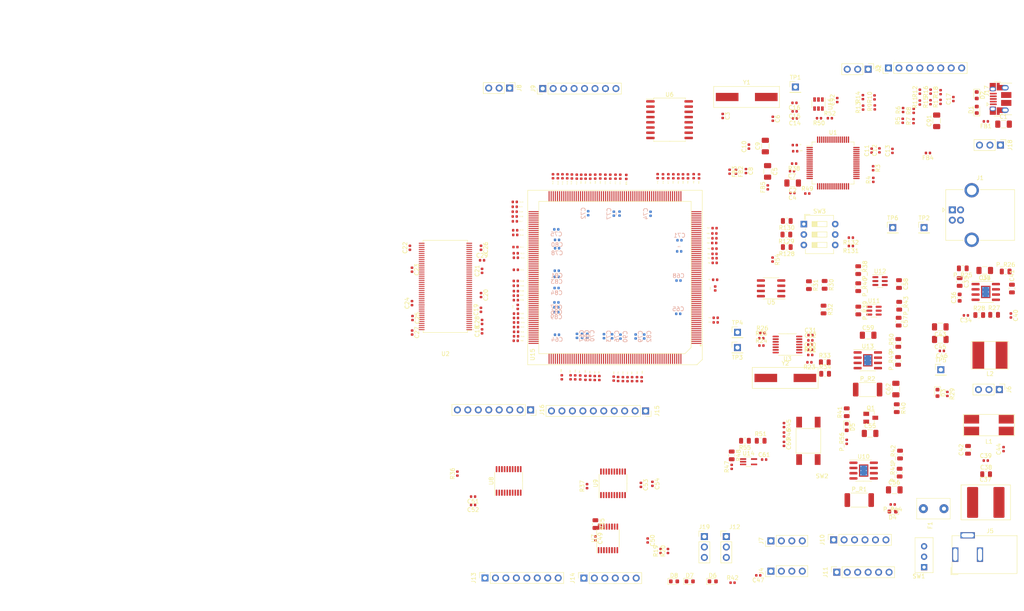
<source format=kicad_pcb>
(kicad_pcb (version 20171130) (host pcbnew 5.1.5-52549c5~86~ubuntu16.04.1)
  (title_block (title Aardonyx) (rev v1.0) (comment 4 "Author:G Nambirajan"))
  (layers (0 F.Cu signal) (1 In1.Cu power) (2 In2.Cu power) (31 B.Cu signal) (34 B.Paste user) (35 F.Paste user) (36 B.SilkS user) (37 F.SilkS user) (38 B.Mask user) (39 F.Mask user) (44 Edge.Cuts user))
  (net 0 "")
  (net 1 GND)
  (net 2 "Net-(C1-Pad1)")
  (net 3 "Net-(C2-Pad2)")
  (net 4 "Net-(C3-Pad1)")
  (net 5 "Net-(C5-Pad1)")
  (net 6 "Net-(C6-Pad1)")
  (net 7 "Net-(C10-Pad1)")
  (net 8 "Net-(C35-Pad1)")
  (net 9 "Net-(C36-Pad1)")
  (net 10 "Net-(C37-Pad1)")
  (net 11 "Net-(C40-Pad2)")
  (net 12 "Net-(C40-Pad1)")
  (net 13 "Net-(C41-Pad2)")
  (net 14 "Net-(C57-Pad1)")
  (net 15 "Net-(C58-Pad1)")
  (net 16 /arduino_header/RESET_AH)
  (net 17 "Net-(C91-Pad1)")
  (net 18 /ftdi/USB_DP)
  (net 19 /ftdi/USB_DM)
  (net 20 "Net-(D3-Pad2)")
  (net 21 "Net-(D4-Pad2)")
  (net 22 "Net-(D5-Pad1)")
  (net 23 "Net-(D5-Pad2)")
  (net 24 "Net-(D6-Pad2)")
  (net 25 "Net-(D7-Pad2)")
  (net 26 "Net-(D8-Pad2)")
  (net 27 "Net-(F1-Pad2)")
  (net 28 GNDA)
  (net 29 "Net-(J2-Pad7)")
  (net 30 /ftdi/TRST)
  (net 31 /ftdi/TMS)
  (net 32 /soc/TD0)
  (net 33 /ftdi/TDI)
  (net 34 /ftdi/TCK)
  (net 35 /ftdi/UART0_RX)
  (net 36 "Net-(J4-Pad3)")
  (net 37 "Net-(J4-Pad2)")
  (net 38 "Net-(J5-Pad1)")
  (net 39 /arduino_header/I2C0_SCL)
  (net 40 /arduino_header/QSPI0_NCS_H)
  (net 41 /arduino_header/QSPI0_NCS_F)
  (net 42 /arduino_header/QSPI0_NCS)
  (net 43 /arduino_header/QSPI0_CLK)
  (net 44 /arduino_header/QSPI0_IO0)
  (net 45 /soc/QSPI0_IO0)
  (net 46 /arduino_header/QSPI0_IO2)
  (net 47 /arduino_header/QSPI0_IO3)
  (net 48 /arduino_header/SPI1_CLK)
  (net 49 /arduino_header/SPI1_MISO)
  (net 50 /arduino_header/SPI1_MOSI)
  (net 51 /soc/SPI1_CLK)
  (net 52 /arduino_header/A7)
  (net 53 /arduino_header/A8)
  (net 54 /arduino_header/IO_14)
  (net 55 /arduino_header/IO_15)
  (net 56 "Net-(J13-Pad8)")
  (net 57 "Net-(J13-Pad1)")
  (net 58 /arduino_header/A0)
  (net 59 /arduino_header/A1)
  (net 60 /arduino_header/A2)
  (net 61 /arduino_header/A3)
  (net 62 /arduino_header/A4)
  (net 63 /arduino_header/A5)
  (net 64 /arduino_header/AH_I2C1_SCL)
  (net 65 /arduino_header/AH_I2C1_SDA)
  (net 66 /arduino_header/AH_IO_13)
  (net 67 /arduino_header/AH_IO_12)
  (net 68 /arduino_header/AH_IO_11)
  (net 69 /arduino_header/AH_IO_10)
  (net 70 /arduino_header/AH_IO_9)
  (net 71 /arduino_header/AH_IO_8)
  (net 72 /arduino_header/AH_IO_7)
  (net 73 /arduino_header/AH_IO_6)
  (net 74 /arduino_header/AH_IO_5)
  (net 75 /arduino_header/AH_IO_4)
  (net 76 /arduino_header/AH_IO_3)
  (net 77 /arduino_header/AH_IO_2)
  (net 78 /arduino_header/AH_IO_1)
  (net 79 /arduino_header/AH_IO_0)
  (net 80 "Net-(J17-Pad4)")
  (net 81 "Net-(P_R1-Pad2)")
  (net 82 "Net-(P_R2-Pad2)")
  (net 83 "Net-(P_R25-Pad2)")
  (net 84 /power_2/V18_REST_EN)
  (net 85 "Net-(P_R39-Pad2)")
  (net 86 "Net-(P_R40-Pad2)")
  (net 87 "Net-(P_R41-Pad2)")
  (net 88 /power_2/V18_EN)
  (net 89 "Net-(P_R49-Pad2)")
  (net 90 "Net-(Q1-Pad1)")
  (net 91 /ftdi/FT_RESET)
  (net 92 "Net-(R2-Pad1)")
  (net 93 "Net-(R3-Pad1)")
  (net 94 "Net-(R4-Pad1)")
  (net 95 "Net-(R21-Pad2)")
  (net 96 "Net-(R22-Pad2)")
  (net 97 /sdram/CLK)
  (net 98 "Net-(R24-Pad2)")
  (net 99 "Net-(R25-Pad1)")
  (net 100 "Net-(R25-Pad2)")
  (net 101 "Net-(R26-Pad2)")
  (net 102 "Net-(R26-Pad1)")
  (net 103 /arduino_header/SPI0_nCS)
  (net 104 "Net-(R36-Pad2)")
  (net 105 "Net-(R37-Pad2)")
  (net 106 "Net-(R38-Pad1)")
  (net 107 "Net-(R39-Pad1)")
  (net 108 /arduino_header/IO_13)
  (net 109 "Net-(R45-Pad2)")
  (net 110 "Net-(R47-Pad2)")
  (net 111 /power_2/RESET_ASIC)
  (net 112 /ftdi/RESET)
  (net 113 /ftdi/PWRSAV)
  (net 114 "Net-(R51-Pad2)")
  (net 115 /power_2/RESET)
  (net 116 "Net-(R57-Pad1)")
  (net 117 "Net-(R58-Pad1)")
  (net 118 /arduino_header/SPI0_CLK)
  (net 119 /arduino_header/SPI0_MISO)
  (net 120 "Net-(R59-Pad1)")
  (net 121 /arduino_header/SPI0_MOSI)
  (net 122 "Net-(R60-Pad1)")
  (net 123 "Net-(R61-Pad1)")
  (net 124 "Net-(R62-Pad1)")
  (net 125 "Net-(R63-Pad1)")
  (net 126 "Net-(R64-Pad1)")
  (net 127 "Net-(R65-Pad1)")
  (net 128 /sdram/SDRAM_A0)
  (net 129 "Net-(R66-Pad1)")
  (net 130 /sdram/SDRAM_A1)
  (net 131 /sdram/SDRAM_A2)
  (net 132 "Net-(R67-Pad1)")
  (net 133 "Net-(R68-Pad1)")
  (net 134 /sdram/SDRAM_A3)
  (net 135 /sdram/SDRAM_A4)
  (net 136 "Net-(R69-Pad1)")
  (net 137 "Net-(R70-Pad1)")
  (net 138 /sdram/SDRAM_A5)
  (net 139 /sdram/SDRAM_A6)
  (net 140 "Net-(R71-Pad1)")
  (net 141 "Net-(R72-Pad1)")
  (net 142 /sdram/SDRAM_A7)
  (net 143 /sdram/SDRAM_A8)
  (net 144 "Net-(R73-Pad1)")
  (net 145 "Net-(R74-Pad1)")
  (net 146 /sdram/SDRAM_A9)
  (net 147 /sdram/SDRAM_A10)
  (net 148 "Net-(R75-Pad1)")
  (net 149 "Net-(R76-Pad1)")
  (net 150 /sdram/SDRAM_A11)
  (net 151 "Net-(R77-Pad1)")
  (net 152 /sdram/SDRAM_A12)
  (net 153 /sdram/SDRAM_DQM0)
  (net 154 "Net-(R78-Pad1)")
  (net 155 "Net-(R79-Pad1)")
  (net 156 /sdram/SDRAM_DQM1)
  (net 157 "Net-(R80-Pad1)")
  (net 158 /sdram/SDRAM_DQM2)
  (net 159 /sdram/SDRAM_DQM3)
  (net 160 "Net-(R81-Pad1)")
  (net 161 /sdram/SDRAM_BA0)
  (net 162 "Net-(R82-Pad1)")
  (net 163 "Net-(R83-Pad1)")
  (net 164 /sdram/SDRAM_BA1)
  (net 165 "Net-(R84-Pad1)")
  (net 166 /sdram/SDRAM_CS)
  (net 167 /sdram/SDRAM_RAS)
  (net 168 "Net-(R85-Pad1)")
  (net 169 "Net-(R86-Pad1)")
  (net 170 /sdram/SDRAM_CAS)
  (net 171 /sdram/SDRAM_WE)
  (net 172 "Net-(R87-Pad1)")
  (net 173 "Net-(R88-Pad1)")
  (net 174 /sdram/SDRAM_CLK)
  (net 175 /sdram/SDRAM_CKE)
  (net 176 "Net-(R89-Pad1)")
  (net 177 "Net-(R90-Pad2)")
  (net 178 "Net-(R91-Pad2)")
  (net 179 "Net-(R92-Pad2)")
  (net 180 "Net-(R93-Pad2)")
  (net 181 "Net-(R94-Pad2)")
  (net 182 "Net-(R95-Pad2)")
  (net 183 /sdram/SDRAM_D0)
  (net 184 "Net-(R96-Pad2)")
  (net 185 "Net-(R97-Pad2)")
  (net 186 /sdram/SDRAM_D1)
  (net 187 /sdram/SDRAM_D2)
  (net 188 "Net-(R98-Pad2)")
  (net 189 "Net-(R99-Pad2)")
  (net 190 /sdram/SDRAM_D3)
  (net 191 /sdram/SDRAM_D4)
  (net 192 "Net-(R100-Pad2)")
  (net 193 "Net-(R101-Pad2)")
  (net 194 /sdram/SDRAM_D5)
  (net 195 /sdram/SDRAM_D6)
  (net 196 "Net-(R102-Pad2)")
  (net 197 "Net-(R103-Pad2)")
  (net 198 /sdram/SDRAM_D7)
  (net 199 /sdram/SDRAM_D8)
  (net 200 "Net-(R104-Pad2)")
  (net 201 "Net-(R105-Pad2)")
  (net 202 /sdram/SDRAM_D9)
  (net 203 /sdram/SDRAM_D10)
  (net 204 "Net-(R106-Pad2)")
  (net 205 /sdram/SDRAM_D11)
  (net 206 "Net-(R107-Pad2)")
  (net 207 "Net-(R108-Pad2)")
  (net 208 /sdram/SDRAM_D12)
  (net 209 /sdram/SDRAM_D13)
  (net 210 "Net-(R109-Pad2)")
  (net 211 "Net-(R110-Pad2)")
  (net 212 /sdram/SDRAM_D14)
  (net 213 /sdram/SDRAM_D15)
  (net 214 "Net-(R111-Pad2)")
  (net 215 /sdram/SDRAM_D16)
  (net 216 "Net-(R112-Pad2)")
  (net 217 /sdram/SDRAM_D17)
  (net 218 "Net-(R113-Pad2)")
  (net 219 /sdram/SDRAM_D18)
  (net 220 "Net-(R114-Pad2)")
  (net 221 "Net-(R115-Pad2)")
  (net 222 /sdram/SDRAM_D19)
  (net 223 "Net-(R116-Pad2)")
  (net 224 /sdram/SDRAM_D20)
  (net 225 /sdram/SDRAM_D21)
  (net 226 "Net-(R117-Pad2)")
  (net 227 "Net-(R118-Pad2)")
  (net 228 /sdram/SDRAM_D22)
  (net 229 /sdram/SDRAM_D23)
  (net 230 "Net-(R119-Pad2)")
  (net 231 /sdram/SDRAM_D24)
  (net 232 "Net-(R120-Pad2)")
  (net 233 "Net-(R121-Pad2)")
  (net 234 /sdram/SDRAM_D25)
  (net 235 /sdram/SDRAM_D26)
  (net 236 "Net-(R122-Pad2)")
  (net 237 "Net-(R123-Pad2)")
  (net 238 /sdram/SDRAM_D27)
  (net 239 "Net-(R124-Pad2)")
  (net 240 /sdram/SDRAM_D28)
  (net 241 "Net-(R125-Pad2)")
  (net 242 /sdram/SDRAM_D29)
  (net 243 "Net-(R126-Pad2)")
  (net 244 /sdram/SDRAM_D30)
  (net 245 /sdram/SDRAM_D31)
  (net 246 "Net-(R127-Pad2)")
  (net 247 /soc/TEST_MODE)
  (net 248 /soc/BOOT_MODE1)
  (net 249 /soc/BOOT_MODE0)
  (net 250 "Net-(R131-Pad2)")
  (net 251 "Net-(TP1-Pad1)")
  (net 252 "Net-(TP2-Pad1)")
  (net 253 "Net-(U1-Pad21)")
  (net 254 "Net-(U1-Pad23)")
  (net 255 "Net-(U1-Pad24)")
  (net 256 "Net-(U1-Pad26)")
  (net 257 "Net-(U1-Pad27)")
  (net 258 "Net-(U1-Pad28)")
  (net 259 "Net-(U1-Pad29)")
  (net 260 "Net-(U1-Pad30)")
  (net 261 "Net-(U1-Pad32)")
  (net 262 "Net-(U1-Pad33)")
  (net 263 "Net-(U1-Pad34)")
  (net 264 "Net-(U1-Pad40)")
  (net 265 "Net-(U1-Pad41)")
  (net 266 "Net-(U1-Pad43)")
  (net 267 "Net-(U1-Pad44)")
  (net 268 "Net-(U1-Pad45)")
  (net 269 "Net-(U1-Pad46)")
  (net 270 "Net-(U1-Pad48)")
  (net 271 "Net-(U1-Pad52)")
  (net 272 "Net-(U1-Pad53)")
  (net 273 "Net-(U1-Pad54)")
  (net 274 "Net-(U1-Pad55)")
  (net 275 "Net-(U1-Pad57)")
  (net 276 "Net-(U1-Pad58)")
  (net 277 "Net-(U1-Pad61)")
  (net 278 "Net-(U1-Pad62)")
  (net 279 "Net-(U1-Pad63)")
  (net 280 "Net-(U2-Pad14)")
  (net 281 "Net-(U2-Pad30)")
  (net 282 "Net-(U2-Pad57)")
  (net 283 "Net-(U2-Pad70)")
  (net 284 "Net-(U2-Pad73)")
  (net 285 "Net-(U3-Pad1)")
  (net 286 "Net-(U3-Pad14)")
  (net 287 "Net-(U5-Pad1)")
  (net 288 "Net-(U6-Pad3)")
  (net 289 "Net-(U6-Pad4)")
  (net 290 "Net-(U6-Pad5)")
  (net 291 "Net-(U6-Pad6)")
  (net 292 "Net-(U6-Pad11)")
  (net 293 "Net-(U6-Pad12)")
  (net 294 "Net-(U6-Pad13)")
  (net 295 "Net-(U6-Pad14)")
  (net 296 /arduino_header/IO_0)
  (net 297 /arduino_header/IO_1)
  (net 298 /arduino_header/IO_2)
  (net 299 /arduino_header/IO_3)
  (net 300 /arduino_header/IO_4)
  (net 301 /arduino_header/IO_5)
  (net 302 /arduino_header/IO_6)
  (net 303 /arduino_header/IO_7)
  (net 304 /arduino_header/I2C1_SDA)
  (net 305 /arduino_header/I2C1_SCL)
  (net 306 /arduino_header/IO_12)
  (net 307 /arduino_header/IO_11)
  (net 308 /arduino_header/IO_10)
  (net 309 /arduino_header/IO_9)
  (net 310 /arduino_header/IO_8)
  (net 311 "Net-(U10-Pad1)")
  (net 312 "Net-(U10-Pad4)")
  (net 313 "Net-(U10-Pad5)")
  (net 314 "Net-(U13-Pad1)")
  (net 315 "Net-(U13-Pad4)")
  (net 316 "Net-(U13-Pad5)")
  (net 317 "Net-(U15-Pad3)")
  (net 318 "Net-(U15-Pad1)")
  (net 319 "Net-(U15-Pad4)")
  (net 320 "Net-(U15-Pad6)")
  (net 321 "Net-(U15-Pad7)")
  (net 322 "Net-(U15-Pad9)")
  (net 323 "Net-(U15-Pad12)")
  (net 324 "Net-(U15-Pad13)")
  (net 325 "Net-(U15-Pad17)")
  (net 326 "Net-(U15-Pad19)")
  (net 327 "Net-(U15-Pad21)")
  (net 328 "Net-(U15-Pad22)")
  (net 329 "Net-(U15-Pad39)")
  (net 330 "Net-(U15-Pad43)")
  (net 331 "Net-(U15-Pad52)")
  (net 332 "Net-(U15-Pad55)")
  (net 333 "Net-(U15-Pad56)")
  (net 334 "Net-(U15-Pad57)")
  (net 335 "Net-(U15-Pad59)")
  (net 336 "Net-(U15-Pad60)")
  (net 337 "Net-(U15-Pad61)")
  (net 338 "Net-(U15-Pad62)")
  (net 339 "Net-(U15-Pad63)")
  (net 340 "Net-(U15-Pad64)")
  (net 341 "Net-(U15-Pad65)")
  (net 342 "Net-(U15-Pad67)")
  (net 343 "Net-(U15-Pad68)")
  (net 344 "Net-(U15-Pad69)")
  (net 345 "Net-(U15-Pad78)")
  (net 346 "Net-(U15-Pad81)")
  (net 347 "Net-(U15-Pad82)")
  (net 348 "Net-(U15-Pad83)")
  (net 349 "Net-(U15-Pad84)")
  (net 350 "Net-(U15-Pad85)")
  (net 351 "Net-(U15-Pad86)")
  (net 352 "Net-(U15-Pad87)")
  (net 353 "Net-(U15-Pad88)")
  (net 354 "Net-(U15-Pad89)")
  (net 355 "Net-(U15-Pad90)")
  (net 356 "Net-(U15-Pad91)")
  (net 357 "Net-(U15-Pad92)")
  (net 358 "Net-(U15-Pad93)")
  (net 359 "Net-(U15-Pad98)")
  (net 360 "Net-(U15-Pad99)")
  (net 361 "Net-(U15-Pad100)")
  (net 362 "Net-(U15-Pad107)")
  (net 363 "Net-(U15-Pad115)")
  (net 364 "Net-(U15-Pad119)")
  (net 365 "Net-(U15-Pad122)")
  (net 366 "Net-(U15-Pad123)")
  (net 367 "Net-(U15-Pad124)")
  (net 368 "Net-(U15-Pad125)")
  (net 369 "Net-(U15-Pad126)")
  (net 370 "Net-(U15-Pad127)")
  (net 371 "Net-(U15-Pad128)")
  (net 372 "Net-(U15-Pad132)")
  (net 373 "Net-(U15-Pad135)")
  (net 374 "Net-(U15-Pad136)")
  (net 375 "Net-(U15-Pad138)")
  (net 376 "Net-(U15-Pad141)")
  (net 377 "Net-(U15-Pad142)")
  (net 378 "Net-(U15-Pad145)")
  (net 379 "Net-(U15-Pad148)")
  (net 380 "Net-(U15-Pad151)")
  (net 381 "Net-(U15-Pad152)")
  (net 382 "Net-(U15-Pad153)")
  (net 383 "Net-(U15-Pad154)")
  (net 384 "Net-(U15-Pad155)")
  (net 385 "Net-(U15-Pad156)")
  (net 386 "Net-(U15-Pad162)")
  (net 387 "Net-(U15-Pad166)")
  (net 388 "Net-(U15-Pad168)")
  (net 389 "Net-(U15-Pad170)")
  (net 390 "Net-(U15-Pad172)")
  (net 391 "Net-(U15-Pad180)")
  (net 392 "Net-(U15-Pad181)")
  (net 393 "Net-(U15-Pad184)")
  (net 394 "Net-(U15-Pad185)")
  (net 395 "Net-(U15-Pad186)")
  (net 396 "Net-(U15-Pad188)")
  (net 397 "Net-(U15-Pad192)")
  (net 398 "Net-(U15-Pad193)")
  (net 399 "Net-(U15-Pad194)")
  (net 400 "Net-(U15-Pad195)")
  (net 401 "Net-(U15-Pad196)")
  (net 402 "Net-(U15-Pad197)")
  (net 403 "Net-(U15-Pad198)")
  (net 404 "Net-(U15-Pad200)")
  (net 405 "Net-(U15-Pad202)")
  (net 406 "Net-(U15-Pad204)")
  (net 407 "Net-(U15-Pad209)")
  (net 408 "Net-(U15-Pad216)")
  (net 409 "Net-(U15-Pad217)")
  (net 410 "Net-(U15-Pad218)")
  (net 411 "Net-(U15-Pad220)")
  (net 412 "Net-(U15-Pad221)")
  (net 413 "Net-(U15-Pad228)")
  (net 414 "Net-(U15-Pad242)")
  (net 415 "Net-(U15-Pad244)")
  (net 416 "Net-(U15-Pad246)")
  (net 417 "Net-(U15-Pad247)")
  (net 418 "Net-(U15-Pad248)")
  (net 419 "Net-(U15-Pad251)")
  (net 420 "Net-(U15-Pad252)")
  (net 421 "Net-(U15-Pad254)")
  (net 422 "Net-(U15-Pad255)")
  (net 423 "Net-(U15-Pad256)")
  (net 424 /ftdi/UART0_TX)
  (net 425 ~)
  (net 426 V3P3)
  (net 427 V5P0)
  (net 428 V1P8)
  (module Aardonyx:Bourns_srn8040ta_L8.5_W6.6 (layer F.Cu) (at 261.366 106.426 180)
    (fp_text reference L2 (at -0.01016 -4.55168) (layer F.SilkS))
    (fp_text value 3.3UH)
    (pad 2 smd rect (at 2.825 0 180) (size 2.85 6.6) (layers F.Cu F.Paste F.Mask) (net 425 ~))
    (pad 1 smd rect (at -2.825 0 180) (size 2.85 6.6) (layers F.Cu F.Paste F.Mask) (net 11 "Net-(C40-Pad2)"))
  )
  (module Connector_PinHeader_2.54mm:PinHeader_1x01_P2.54mm_Vertical (layer F.Cu) (at 237.744 75.438)
    (fp_text reference TP6 (at 0 -2.33) (layer F.SilkS))
    (fp_text value TestPoint)
    (pad 1 thru_hole rect (at 0 0) (size 1.7 1.7) (drill 1) (layers *.Cu *.Mask) (net 91 /ftdi/FT_RESET))
  )
  (module Connector_PinHeader_2.54mm:PinHeader_1x01_P2.54mm_Vertical (layer F.Cu) (at 249.428 109.982)
    (fp_text reference TP5 (at 0 -2.33) (layer F.SilkS))
    (fp_text value TestPoint)
    (pad 1 thru_hole rect (at 0 0) (size 1.7 1.7) (drill 1) (layers *.Cu *.Mask) (net 425 ~))
  )
  (module Connector_PinHeader_2.54mm:PinHeader_1x01_P2.54mm_Vertical (layer F.Cu) (at 200.04 100.89)
    (fp_text reference TP4 (at 0 -2.33) (layer F.SilkS))
    (fp_text value TestPoint)
    (pad 1 thru_hole rect (at 0 0) (size 1.7 1.7) (drill 1) (layers *.Cu *.Mask) (net 102 "Net-(R26-Pad1)"))
  )
  (module Connector_PinHeader_2.54mm:PinHeader_1x01_P2.54mm_Vertical (layer F.Cu) (at 200.03 104.6)
    (fp_text reference TP3 (at -0.03 2.4) (layer F.SilkS))
    (fp_text value TestPoint)
    (pad 1 thru_hole rect (at 0 0) (size 1.7 1.7) (drill 1) (layers *.Cu *.Mask) (net 99 "Net-(R25-Pad1)"))
  )
  (module Connector_PinHeader_2.54mm:PinHeader_1x01_P2.54mm_Vertical (layer F.Cu) (at 245.364 75.438)
    (fp_text reference TP2 (at 0 -2.33) (layer F.SilkS))
    (fp_text value TestPoint)
    (pad 1 thru_hole rect (at 0 0) (size 1.7 1.7) (drill 1) (layers *.Cu *.Mask) (net 252 "Net-(TP2-Pad1)"))
  )
  (module Connector_PinHeader_2.54mm:PinHeader_1x01_P2.54mm_Vertical (layer F.Cu) (at 214.106 41.25)
    (fp_text reference TP1 (at 0 -2.33) (layer F.SilkS))
    (fp_text value TestPoint)
    (pad 1 thru_hole rect (at 0 0) (size 1.7 1.7) (drill 1) (layers *.Cu *.Mask) (net 251 "Net-(TP1-Pad1)"))
  )
  (module Aardonyx:L_Laird_L9.55_W2.84 (layer F.Cu) (at 261.112 123.444 180)
    (fp_text reference L1 (at 0 -4.0005) (layer F.SilkS))
    (fp_text value CM3421Y600R-10)
    (pad 4 smd rect (at 4.21 -1.4225 180) (size 3.66 2.085) (layers F.Cu F.Paste F.Mask) (net 425 ~))
    (pad 3 smd rect (at 4.21 1.4225 180) (size 3.66 2.085) (layers F.Cu F.Paste F.Mask) (net 1 GND))
    (pad 1 smd rect (at -4.21 -1.4225 180) (size 3.66 2.085) (layers F.Cu F.Paste F.Mask) (net 10 "Net-(C37-Pad1)"))
    (pad 2 smd rect (at -4.21 1.4225 180) (size 3.66 2.085) (layers F.Cu F.Paste F.Mask) (net 1 GND))
  )
  (module Aardonyx:Crystal_SMD_ROHS_CSM_7XDN_HandSoldering (layer F.Cu) (at 211.666 111.984)
    (fp_text reference Y2 (at 0 -3.55) (layer F.SilkS))
    (fp_text value 27MHz)
    (pad 2 smd rect (at 4.75 0) (size 5.5 2) (layers F.Cu F.Paste F.Mask) (net 285 "Net-(U3-Pad1)"))
    (pad 1 smd rect (at -4.75 0) (size 5.5 2) (layers F.Cu F.Paste F.Mask) (net 286 "Net-(U3-Pad14)"))
  )
  (module Aardonyx:Crystal_SMD_ROHS_CSM_7XDN_HandSoldering (layer F.Cu) (at 202.276 43.68)
    (fp_text reference Y1 (at 0 -3.55) (layer F.SilkS))
    (fp_text value 12MHz)
    (pad 2 smd rect (at 4.75 0) (size 5.5 2) (layers F.Cu F.Paste F.Mask) (net 6 "Net-(C6-Pad1)"))
    (pad 1 smd rect (at -4.75 0) (size 5.5 2) (layers F.Cu F.Paste F.Mask) (net 4 "Net-(C3-Pad1)"))
  )
  (module Aardonyx:SKT32E_IITM (layer F.Cu) (at 170.28 87.57 90)
    (fp_text reference U15 (at -18.74 -20.03 90) (layer F.SilkS))
    (fp_text value SKT32E)
    (pad 256 smd rect (at -18.5 16.002) (size 0.24 2.5) (drill (offset 0 1.25)) (layers F.Cu F.Paste F.Mask) (net 423 "Net-(U15-Pad256)"))
    (pad 255 smd rect (at -18.5 15.494) (size 0.24 2.5) (drill (offset 0 1.25)) (layers F.Cu F.Paste F.Mask) (net 422 "Net-(U15-Pad255)"))
    (pad 254 smd rect (at -18.5 14.986) (size 0.24 2.5) (drill (offset 0 1.25)) (layers F.Cu F.Paste F.Mask) (net 421 "Net-(U15-Pad254)"))
    (pad 253 smd rect (at -18.5 14.478) (size 0.24 2.5) (drill (offset 0 1.25)) (layers F.Cu F.Paste F.Mask) (net 309 /arduino_header/IO_9))
    (pad 252 smd rect (at -18.5 13.97) (size 0.24 2.5) (drill (offset 0 1.25)) (layers F.Cu F.Paste F.Mask) (net 420 "Net-(U15-Pad252)"))
    (pad 251 smd rect (at -18.5 13.462) (size 0.24 2.5) (drill (offset 0 1.25)) (layers F.Cu F.Paste F.Mask) (net 419 "Net-(U15-Pad251)"))
    (pad 250 smd rect (at -18.5 12.954) (size 0.24 2.5) (drill (offset 0 1.25)) (layers F.Cu F.Paste F.Mask) (net 310 /arduino_header/IO_8))
    (pad 249 smd rect (at -18.5 12.446) (size 0.24 2.5) (drill (offset 0 1.25)) (layers F.Cu F.Paste F.Mask) (net 303 /arduino_header/IO_7))
    (pad 248 smd rect (at -18.5 11.938) (size 0.24 2.5) (drill (offset 0 1.25)) (layers F.Cu F.Paste F.Mask) (net 418 "Net-(U15-Pad248)"))
    (pad 247 smd rect (at -18.5 11.43) (size 0.24 2.5) (drill (offset 0 1.25)) (layers F.Cu F.Paste F.Mask) (net 417 "Net-(U15-Pad247)"))
    (pad 246 smd rect (at -18.5 10.922) (size 0.24 2.5) (drill (offset 0 1.25)) (layers F.Cu F.Paste F.Mask Eco2.User) (net 416 "Net-(U15-Pad246)"))
    (pad 245 smd rect (at -18.5 10.414) (size 0.24 2.5) (drill (offset 0 1.25)) (layers F.Cu F.Paste F.Mask) (net 302 /arduino_header/IO_6))
    (pad 244 smd rect (at -18.5 9.906) (size 0.24 2.5) (drill (offset 0 1.25)) (layers F.Cu F.Paste F.Mask) (net 415 "Net-(U15-Pad244)"))
    (pad 243 smd rect (at -18.5 9.398) (size 0.24 2.5) (drill (offset 0 1.25)) (layers F.Cu F.Paste F.Mask) (net 301 /arduino_header/IO_5))
    (pad 242 smd rect (at -18.5 8.89) (size 0.24 2.5) (drill (offset 0 1.25)) (layers F.Cu F.Paste F.Mask) (net 414 "Net-(U15-Pad242)"))
    (pad 241 smd rect (at -18.5 8.382) (size 0.24 2.5) (drill (offset 0 1.25)) (layers F.Cu F.Paste F.Mask) (net 300 /arduino_header/IO_4))
    (pad 240 smd rect (at -18.5 7.874) (size 0.24 2.5) (drill (offset 0 1.25)) (layers F.Cu F.Paste F.Mask) (net 299 /arduino_header/IO_3))
    (pad 239 smd rect (at -18.5 7.366) (size 0.24 2.5) (drill (offset 0 1.25)) (layers F.Cu F.Paste F.Mask) (net 298 /arduino_header/IO_2))
    (pad 238 smd rect (at -18.5 6.858) (size 0.24 2.5) (drill (offset 0 1.25)) (layers F.Cu F.Paste F.Mask) (net 1 GND))
    (pad 237 smd rect (at -18.5 6.35) (size 0.24 2.5) (drill (offset 0 1.25)) (layers F.Cu F.Paste F.Mask) (net 428 V1P8))
    (pad 236 smd rect (at -18.5 5.842) (size 0.24 2.5) (drill (offset 0 1.25)) (layers F.Cu F.Paste F.Mask) (net 297 /arduino_header/IO_1))
    (pad 235 smd rect (at -18.5 5.334) (size 0.24 2.5) (drill (offset 0 1.25)) (layers F.Cu F.Paste F.Mask) (net 296 /arduino_header/IO_0))
    (pad 234 smd rect (at -18.5 4.826) (size 0.24 2.5) (drill (offset 0 1.25)) (layers F.Cu F.Paste F.Mask) (net 428 V1P8))
    (pad 233 smd rect (at -18.5 4.318) (size 0.24 2.5) (drill (offset 0 1.25)) (layers F.Cu F.Paste F.Mask) (net 173 "Net-(R88-Pad1)"))
    (pad 232 smd rect (at -18.5 3.81) (size 0.24 2.5) (drill (offset 0 1.25)) (layers F.Cu F.Paste F.Mask) (net 176 "Net-(R89-Pad1)"))
    (pad 231 smd rect (at -18.5 3.302) (size 0.24 2.5) (drill (offset 0 1.25)) (layers F.Cu F.Paste F.Mask) (net 162 "Net-(R82-Pad1)"))
    (pad 230 smd rect (at -18.5 2.794) (size 0.24 2.5) (drill (offset 0 1.25)) (layers F.Cu F.Paste F.Mask) (net 163 "Net-(R83-Pad1)"))
    (pad 229 smd rect (at -18.5 2.286) (size 0.24 2.5) (drill (offset 0 1.25)) (layers F.Cu F.Paste F.Mask) (net 154 "Net-(R78-Pad1)"))
    (pad 228 smd rect (at -18.5 1.778) (size 0.24 2.5) (drill (offset 0 1.25)) (layers F.Cu F.Paste F.Mask) (net 413 "Net-(U15-Pad228)"))
    (pad 227 smd rect (at -18.5 1.27) (size 0.24 2.5) (drill (offset 0 1.25)) (layers F.Cu F.Paste F.Mask) (net 155 "Net-(R79-Pad1)"))
    (pad 226 smd rect (at -18.5 0.762) (size 0.24 2.5) (drill (offset 0 1.25)) (layers F.Cu F.Paste F.Mask) (net 157 "Net-(R80-Pad1)"))
    (pad 225 smd rect (at -18.5 0.254) (size 0.24 2.5) (drill (offset 0 1.25)) (layers F.Cu F.Paste F.Mask) (net 1 GND))
    (pad 224 smd rect (at -18.5 -0.254) (size 0.24 2.5) (drill (offset 0 1.25)) (layers F.Cu F.Paste F.Mask) (net 426 V3P3))
    (pad 223 smd rect (at -18.5 -0.762) (size 0.24 2.5) (drill (offset 0 1.25)) (layers F.Cu F.Paste F.Mask) (net 1 GND))
    (pad 222 smd rect (at -18.5 -1.27) (size 0.24 2.5) (drill (offset 0 1.25)) (layers F.Cu F.Paste F.Mask) (net 428 V1P8))
    (pad 221 smd rect (at -18.5 -1.778) (size 0.24 2.5) (drill (offset 0 1.25)) (layers F.Cu F.Paste F.Mask) (net 412 "Net-(U15-Pad221)"))
    (pad 220 smd rect (at -18.5 -2.286) (size 0.24 2.5) (drill (offset 0 1.25)) (layers F.Cu F.Paste F.Mask) (net 411 "Net-(U15-Pad220)"))
    (pad 219 smd rect (at -18.5 -2.794) (size 0.24 2.5) (drill (offset 0 1.25)) (layers F.Cu F.Paste F.Mask) (net 428 V1P8))
    (pad 218 smd rect (at -18.5 -3.302) (size 0.24 2.5) (drill (offset 0 1.25)) (layers F.Cu F.Paste F.Mask) (net 410 "Net-(U15-Pad218)"))
    (pad 217 smd rect (at -18.5 -3.81) (size 0.24 2.5) (drill (offset 0 1.25)) (layers F.Cu F.Paste F.Mask) (net 409 "Net-(U15-Pad217)"))
    (pad 216 smd rect (at -18.5 -4.318) (size 0.24 2.5) (drill (offset 0 1.25)) (layers F.Cu F.Paste F.Mask) (net 408 "Net-(U15-Pad216)"))
    (pad 215 smd rect (at -18.5 -4.826) (size 0.24 2.5) (drill (offset 0 1.25)) (layers F.Cu F.Paste F.Mask) (net 160 "Net-(R81-Pad1)"))
    (pad 214 smd rect (at -18.5 -5.334) (size 0.24 2.5) (drill (offset 0 1.25)) (layers F.Cu F.Paste F.Mask) (net 172 "Net-(R87-Pad1)"))
    (pad 213 smd rect (at -18.5 -5.842) (size 0.24 2.5) (drill (offset 0 1.25)) (layers F.Cu F.Paste F.Mask) (net 169 "Net-(R86-Pad1)"))
    (pad 212 smd rect (at -18.5 -6.35) (size 0.24 2.5) (drill (offset 0 1.25)) (layers F.Cu F.Paste F.Mask) (net 168 "Net-(R85-Pad1)"))
    (pad 211 smd rect (at -18.5 -6.858) (size 0.24 2.5) (drill (offset 0 1.25)) (layers F.Cu F.Paste F.Mask) (net 428 V1P8))
    (pad 210 smd rect (at -18.5 -7.366) (size 0.24 2.5) (drill (offset 0 1.25)) (layers F.Cu F.Paste F.Mask) (net 428 V1P8))
    (pad 209 smd rect (at -18.5 -7.874) (size 0.24 2.5) (drill (offset 0 1.25)) (layers F.Cu F.Paste F.Mask) (net 407 "Net-(U15-Pad209)"))
    (pad 208 smd rect (at -18.5 -8.382) (size 0.24 2.5) (drill (offset 0 1.25)) (layers F.Cu F.Paste F.Mask) (net 1 GND))
    (pad 207 smd rect (at -18.5 -8.89) (size 0.24 2.5) (drill (offset 0 1.25)) (layers F.Cu F.Paste F.Mask) (net 426 V3P3))
    (pad 206 smd rect (at -18.5 -9.398) (size 0.24 2.5) (drill (offset 0 1.25)) (layers F.Cu F.Paste F.Mask) (net 1 GND))
    (pad 205 smd rect (at -18.5 -9.906) (size 0.24 2.5) (drill (offset 0 1.25)) (layers F.Cu F.Paste F.Mask) (net 165 "Net-(R84-Pad1)"))
    (pad 204 smd rect (at -18.5 -10.414) (size 0.24 2.5) (drill (offset 0 1.25)) (layers F.Cu F.Paste F.Mask) (net 406 "Net-(U15-Pad204)"))
    (pad 203 smd rect (at -18.5 -10.922) (size 0.24 2.5) (drill (offset 0 1.25)) (layers F.Cu F.Paste F.Mask) (net 184 "Net-(R96-Pad2)"))
    (pad 202 smd rect (at -18.5 -11.43) (size 0.24 2.5) (drill (offset 0 1.25)) (layers F.Cu F.Paste F.Mask) (net 405 "Net-(U15-Pad202)"))
    (pad 201 smd rect (at -18.5 -11.938) (size 0.24 2.5) (drill (offset 0 1.25)) (layers F.Cu F.Paste F.Mask) (net 185 "Net-(R97-Pad2)"))
    (pad 200 smd rect (at -18.5 -12.446) (size 0.24 2.5) (drill (offset 0 1.25)) (layers F.Cu F.Paste F.Mask) (net 404 "Net-(U15-Pad200)"))
    (pad 199 smd rect (at -18.5 -12.954) (size 0.24 2.5) (drill (offset 0 1.25)) (layers F.Cu F.Paste F.Mask) (net 188 "Net-(R98-Pad2)"))
    (pad 198 smd rect (at -18.5 -13.462) (size 0.24 2.5) (drill (offset 0 1.25)) (layers F.Cu F.Paste F.Mask) (net 403 "Net-(U15-Pad198)"))
    (pad 197 smd rect (at -18.5 -13.97) (size 0.24 2.5) (drill (offset 0 1.25)) (layers F.Cu F.Paste F.Mask) (net 402 "Net-(U15-Pad197)"))
    (pad 196 smd rect (at -18.5 -14.478) (size 0.24 2.5) (drill (offset 0 1.25)) (layers F.Cu F.Paste F.Mask) (net 401 "Net-(U15-Pad196)"))
    (pad 195 smd rect (at -18.5 -14.986) (size 0.24 2.5) (drill (offset 0 1.25)) (layers F.Cu F.Paste F.Mask) (net 400 "Net-(U15-Pad195)"))
    (pad 194 smd rect (at -18.5 -15.494) (size 0.24 2.5) (drill (offset 0 1.25)) (layers F.Cu F.Paste F.Mask) (net 399 "Net-(U15-Pad194)"))
    (pad 193 smd rect (at -18.5 -16.002) (size 0.24 2.5) (drill (offset 0 1.25)) (layers F.Cu F.Paste F.Mask) (net 398 "Net-(U15-Pad193)"))
    (pad 192 smd rect (at -16.002 -18.5 270) (size 0.24 2.5) (drill (offset 0 1.25)) (layers F.Cu F.Paste F.Mask) (net 397 "Net-(U15-Pad192)"))
    (pad 191 smd rect (at -15.494 -18.5 270) (size 0.24 2.5) (drill (offset 0 1.25)) (layers F.Cu F.Paste F.Mask) (net 189 "Net-(R99-Pad2)"))
    (pad 190 smd rect (at -14.986 -18.5 270) (size 0.24 2.5) (drill (offset 0 1.25)) (layers F.Cu F.Paste F.Mask) (net 192 "Net-(R100-Pad2)"))
    (pad 189 smd rect (at -14.478 -18.5 270) (size 0.24 2.5) (drill (offset 0 1.25)) (layers F.Cu F.Paste F.Mask) (net 428 V1P8))
    (pad 188 smd rect (at -13.97 -18.5 270) (size 0.24 2.5) (drill (offset 0 1.25)) (layers F.Cu F.Paste F.Mask) (net 396 "Net-(U15-Pad188)"))
    (pad 187 smd rect (at -13.462 -18.5 270) (size 0.24 2.5) (drill (offset 0 1.25)) (layers F.Cu F.Paste F.Mask) (net 193 "Net-(R101-Pad2)"))
    (pad 186 smd rect (at -12.954 -18.5 270) (size 0.24 2.5) (drill (offset 0 1.25)) (layers F.Cu F.Paste F.Mask) (net 395 "Net-(U15-Pad186)"))
    (pad 185 smd rect (at -12.446 -18.5 270) (size 0.24 2.5) (drill (offset 0 1.25)) (layers F.Cu F.Paste F.Mask) (net 394 "Net-(U15-Pad185)"))
    (pad 184 smd rect (at -11.938 -18.5 270) (size 0.24 2.5) (drill (offset 0 1.25)) (layers F.Cu F.Paste F.Mask) (net 393 "Net-(U15-Pad184)"))
    (pad 183 smd rect (at -11.43 -18.5 270) (size 0.24 2.5) (drill (offset 0 1.25)) (layers F.Cu F.Paste F.Mask) (net 196 "Net-(R102-Pad2)"))
    (pad 182 smd rect (at -10.922 -18.5 270) (size 0.24 2.5) (drill (offset 0 1.25)) (layers F.Cu F.Paste F.Mask) (net 197 "Net-(R103-Pad2)"))
    (pad 181 smd rect (at -10.414 -18.5 270) (size 0.24 2.5) (drill (offset 0 1.25)) (layers F.Cu F.Paste F.Mask) (net 392 "Net-(U15-Pad181)"))
    (pad 180 smd rect (at -9.906 -18.5 270) (size 0.24 2.5) (drill (offset 0 1.25)) (layers F.Cu F.Paste F.Mask) (net 391 "Net-(U15-Pad180)"))
    (pad 179 smd rect (at -9.398 -18.5 270) (size 0.24 2.5) (drill (offset 0 1.25)) (layers F.Cu F.Paste F.Mask) (net 200 "Net-(R104-Pad2)"))
    (pad 178 smd rect (at -8.89 -18.5 270) (size 0.24 2.5) (drill (offset 0 1.25)) (layers F.Cu F.Paste F.Mask) (net 201 "Net-(R105-Pad2)"))
    (pad 177 smd rect (at -8.382 -18.5 270) (size 0.24 2.5) (drill (offset 0 1.25)) (layers F.Cu F.Paste F.Mask) (net 428 V1P8))
    (pad 176 smd rect (at -7.874 -18.5 270) (size 0.24 2.5) (drill (offset 0 1.25)) (layers F.Cu F.Paste F.Mask) (net 1 GND))
    (pad 175 smd rect (at -7.366 -18.5 270) (size 0.24 2.5) (drill (offset 0 1.25)) (layers F.Cu F.Paste F.Mask) (net 426 V3P3))
    (pad 174 smd rect (at -6.858 -18.5 270) (size 0.24 2.5) (drill (offset 0 1.25)) (layers F.Cu F.Paste F.Mask) (net 1 GND))
    (pad 173 smd rect (at -6.35 -18.5 270) (size 0.24 2.5) (drill (offset 0 1.25)) (layers F.Cu F.Paste F.Mask) (net 428 V1P8))
    (pad 172 smd rect (at -5.842 -18.5 270) (size 0.24 2.5) (drill (offset 0 1.25)) (layers F.Cu F.Paste F.Mask) (net 390 "Net-(U15-Pad172)"))
    (pad 171 smd rect (at -5.334 -18.5 270) (size 0.24 2.5) (drill (offset 0 1.25)) (layers F.Cu F.Paste F.Mask) (net 204 "Net-(R106-Pad2)"))
    (pad 170 smd rect (at -4.826 -18.5 270) (size 0.24 2.5) (drill (offset 0 1.25)) (layers F.Cu F.Paste F.Mask) (net 389 "Net-(U15-Pad170)"))
    (pad 169 smd rect (at -4.318 -18.5 270) (size 0.24 2.5) (drill (offset 0 1.25)) (layers F.Cu F.Paste F.Mask) (net 206 "Net-(R107-Pad2)"))
    (pad 168 smd rect (at -3.81 -18.5 270) (size 0.24 2.5) (drill (offset 0 1.25)) (layers F.Cu F.Paste F.Mask) (net 388 "Net-(U15-Pad168)"))
    (pad 167 smd rect (at -3.302 -18.5 270) (size 0.24 2.5) (drill (offset 0 1.25)) (layers F.Cu F.Paste F.Mask) (net 207 "Net-(R108-Pad2)"))
    (pad 166 smd rect (at -2.794 -18.5 270) (size 0.24 2.5) (drill (offset 0 1.25)) (layers F.Cu F.Paste F.Mask) (net 387 "Net-(U15-Pad166)"))
    (pad 165 smd rect (at -2.286 -18.5 270) (size 0.24 2.5) (drill (offset 0 1.25)) (layers F.Cu F.Paste F.Mask) (net 428 V1P8))
    (pad 164 smd rect (at -1.778 -18.5 270) (size 0.24 2.5) (drill (offset 0 1.25)) (layers F.Cu F.Paste F.Mask) (net 210 "Net-(R109-Pad2)"))
    (pad 163 smd rect (at -1.27 -18.5 270) (size 0.24 2.5) (drill (offset 0 1.25)) (layers F.Cu F.Paste F.Mask) (net 211 "Net-(R110-Pad2)"))
    (pad 162 smd rect (at -0.762 -18.5 270) (size 0.24 2.5) (drill (offset 0 1.25)) (layers F.Cu F.Paste F.Mask) (net 386 "Net-(U15-Pad162)"))
    (pad 161 smd rect (at -0.254 -18.5 270) (size 0.24 2.5) (drill (offset 0 1.25)) (layers F.Cu F.Paste F.Mask) (net 1 GND))
    (pad 160 smd rect (at 0.254 -18.5 270) (size 0.24 2.5) (drill (offset 0 1.25)) (layers F.Cu F.Paste F.Mask) (net 426 V3P3))
    (pad 159 smd rect (at 0.762 -18.5 270) (size 0.24 2.5) (drill (offset 0 1.25)) (layers F.Cu F.Paste F.Mask) (net 1 GND))
    (pad 158 smd rect (at 1.27 -18.5 270) (size 0.24 2.5) (drill (offset 0 1.25)) (layers F.Cu F.Paste F.Mask) (net 428 V1P8))
    (pad 157 smd rect (at 1.778 -18.5 270) (size 0.24 2.5) (drill (offset 0 1.25)) (layers F.Cu F.Paste F.Mask) (net 214 "Net-(R111-Pad2)"))
    (pad 156 smd rect (at 2.286 -18.5 270) (size 0.24 2.5) (drill (offset 0 1.25)) (layers F.Cu F.Paste F.Mask) (net 385 "Net-(U15-Pad156)"))
    (pad 155 smd rect (at 2.794 -18.5 270) (size 0.24 2.5) (drill (offset 0 1.25)) (layers F.Cu F.Paste F.Mask) (net 384 "Net-(U15-Pad155)"))
    (pad 154 smd rect (at 3.302 -18.5 270) (size 0.24 2.5) (drill (offset 0 1.25)) (layers F.Cu F.Paste F.Mask) (net 383 "Net-(U15-Pad154)"))
    (pad 153 smd rect (at 3.81 -18.5 270) (size 0.24 2.5) (drill (offset 0 1.25)) (layers F.Cu F.Paste F.Mask) (net 382 "Net-(U15-Pad153)"))
    (pad 152 smd rect (at 4.318 -18.5 270) (size 0.24 2.5) (drill (offset 0 1.25)) (layers F.Cu F.Paste F.Mask) (net 381 "Net-(U15-Pad152)"))
    (pad 151 smd rect (at 4.826 -18.5 270) (size 0.24 2.5) (drill (offset 0 1.25)) (layers F.Cu F.Paste F.Mask) (net 380 "Net-(U15-Pad151)"))
    (pad 150 smd rect (at 5.334 -18.5 270) (size 0.24 2.5) (drill (offset 0 1.25)) (layers F.Cu F.Paste F.Mask) (net 216 "Net-(R112-Pad2)"))
    (pad 149 smd rect (at 5.842 -18.5 270) (size 0.24 2.5) (drill (offset 0 1.25)) (layers F.Cu F.Paste F.Mask) (net 218 "Net-(R113-Pad2)"))
    (pad 148 smd rect (at 6.35 -18.5 270) (size 0.24 2.5) (drill (offset 0 1.25)) (layers F.Cu F.Paste F.Mask) (net 379 "Net-(U15-Pad148)"))
    (pad 147 smd rect (at 6.858 -18.5 270) (size 0.24 2.5) (drill (offset 0 1.25)) (layers F.Cu F.Paste F.Mask) (net 428 V1P8))
    (pad 146 smd rect (at 7.366 -18.5 270) (size 0.24 2.5) (drill (offset 0 1.25)) (layers F.Cu F.Paste F.Mask) (net 220 "Net-(R114-Pad2)"))
    (pad 145 smd rect (at 7.874 -18.5 270) (size 0.24 2.5) (drill (offset 0 1.25)) (layers F.Cu F.Paste F.Mask) (net 378 "Net-(U15-Pad145)"))
    (pad 144 smd rect (at 8.382 -18.5 270) (size 0.24 2.5) (drill (offset 0 1.25)) (layers F.Cu F.Paste F.Mask) (net 1 GND))
    (pad 143 smd rect (at 8.89 -18.5 270) (size 0.24 2.5) (drill (offset 0 1.25)) (layers F.Cu F.Paste F.Mask) (net 426 V3P3))
    (pad 142 smd rect (at 9.398 -18.5 270) (size 0.24 2.5) (drill (offset 0 1.25)) (layers F.Cu F.Paste F.Mask) (net 377 "Net-(U15-Pad142)"))
    (pad 141 smd rect (at 9.906 -18.5 270) (size 0.24 2.5) (drill (offset 0 1.25)) (layers F.Cu F.Paste F.Mask) (net 376 "Net-(U15-Pad141)"))
    (pad 140 smd rect (at 10.414 -18.5 270) (size 0.24 2.5) (drill (offset 0 1.25)) (layers F.Cu F.Paste F.Mask) (net 223 "Net-(R116-Pad2)"))
    (pad 139 smd rect (at 10.922 -18.5 270) (size 0.24 2.5) (drill (offset 0 1.25)) (layers F.Cu F.Paste F.Mask) (net 221 "Net-(R115-Pad2)"))
    (pad 138 smd rect (at 11.43 -18.5 270) (size 0.24 2.5) (drill (offset 0 1.25)) (layers F.Cu F.Paste F.Mask) (net 375 "Net-(U15-Pad138)"))
    (pad 137 smd rect (at 11.938 -18.5 270) (size 0.24 2.5) (drill (offset 0 1.25)) (layers F.Cu F.Paste F.Mask) (net 428 V1P8))
    (pad 136 smd rect (at 12.446 -18.5 270) (size 0.24 2.5) (drill (offset 0 1.25)) (layers F.Cu F.Paste F.Mask) (net 374 "Net-(U15-Pad136)"))
    (pad 135 smd rect (at 12.954 -18.5 270) (size 0.24 2.5) (drill (offset 0 1.25)) (layers F.Cu F.Paste F.Mask) (net 373 "Net-(U15-Pad135)"))
    (pad 134 smd rect (at 13.462 -18.5 270) (size 0.24 2.5) (drill (offset 0 1.25)) (layers F.Cu F.Paste F.Mask) (net 226 "Net-(R117-Pad2)"))
    (pad 133 smd rect (at 13.97 -18.5 270) (size 0.24 2.5) (drill (offset 0 1.25)) (layers F.Cu F.Paste F.Mask) (net 227 "Net-(R118-Pad2)"))
    (pad 132 smd rect (at 14.478 -18.5 270) (size 0.24 2.5) (drill (offset 0 1.25)) (layers F.Cu F.Paste F.Mask) (net 372 "Net-(U15-Pad132)"))
    (pad 131 smd rect (at 14.986 -18.5 270) (size 0.24 2.5) (drill (offset 0 1.25)) (layers F.Cu F.Paste F.Mask) (net 232 "Net-(R120-Pad2)"))
    (pad 130 smd rect (at 15.494 -18.5 270) (size 0.24 2.5) (drill (offset 0 1.25)) (layers F.Cu F.Paste F.Mask) (net 233 "Net-(R121-Pad2)"))
    (pad 129 smd rect (at 16.002 -18.5 270) (size 0.24 2.5) (drill (offset 0 1.25)) (layers F.Cu F.Paste F.Mask) (net 230 "Net-(R119-Pad2)"))
    (pad 128 smd rect (at 18.5 -16.002 180) (size 0.24 2.5) (drill (offset 0 1.25)) (layers F.Cu F.Paste F.Mask) (net 371 "Net-(U15-Pad128)"))
    (pad 127 smd rect (at 18.5 -15.494 180) (size 0.24 2.5) (drill (offset 0 1.25)) (layers F.Cu F.Paste F.Mask) (net 370 "Net-(U15-Pad127)"))
    (pad 126 smd rect (at 18.5 -14.986 180) (size 0.24 2.5) (drill (offset 0 1.25)) (layers F.Cu F.Paste F.Mask) (net 369 "Net-(U15-Pad126)"))
    (pad 125 smd rect (at 18.5 -14.478 180) (size 0.24 2.5) (drill (offset 0 1.25)) (layers F.Cu F.Paste F.Mask) (net 368 "Net-(U15-Pad125)"))
    (pad 124 smd rect (at 18.5 -13.97 180) (size 0.24 2.5) (drill (offset 0 1.25)) (layers F.Cu F.Paste F.Mask) (net 367 "Net-(U15-Pad124)"))
    (pad 123 smd rect (at 18.5 -13.462 180) (size 0.24 2.5) (drill (offset 0 1.25)) (layers F.Cu F.Paste F.Mask) (net 366 "Net-(U15-Pad123)"))
    (pad 122 smd rect (at 18.5 -12.954 180) (size 0.24 2.5) (drill (offset 0 1.25)) (layers F.Cu F.Paste F.Mask) (net 365 "Net-(U15-Pad122)"))
    (pad 121 smd rect (at 18.5 -12.446 180) (size 0.24 2.5) (drill (offset 0 1.25)) (layers F.Cu F.Paste F.Mask) (net 236 "Net-(R122-Pad2)"))
    (pad 120 smd rect (at 18.5 -11.938 180) (size 0.24 2.5) (drill (offset 0 1.25)) (layers F.Cu F.Paste F.Mask) (net 237 "Net-(R123-Pad2)"))
    (pad 119 smd rect (at 18.5 -11.43 180) (size 0.24 2.5) (drill (offset 0 1.25)) (layers F.Cu F.Paste F.Mask) (net 364 "Net-(U15-Pad119)"))
    (pad 118 smd rect (at 18.5 -10.922 180) (size 0.24 2.5) (drill (offset 0 1.25)) (layers F.Cu F.Paste F.Mask) (net 239 "Net-(R124-Pad2)"))
    (pad 117 smd rect (at 18.5 -10.414 180) (size 0.24 2.5) (drill (offset 0 1.25)) (layers F.Cu F.Paste F.Mask) (net 241 "Net-(R125-Pad2)"))
    (pad 116 smd rect (at 18.5 -9.906 180) (size 0.24 2.5) (drill (offset 0 1.25)) (layers F.Cu F.Paste F.Mask) (net 243 "Net-(R126-Pad2)"))
    (pad 115 smd rect (at 18.5 -9.398 180) (size 0.24 2.5) (drill (offset 0 1.25)) (layers F.Cu F.Paste F.Mask) (net 363 "Net-(U15-Pad115)"))
    (pad 114 smd rect (at 18.5 -8.89 180) (size 0.24 2.5) (drill (offset 0 1.25)) (layers F.Cu F.Paste F.Mask) (net 246 "Net-(R127-Pad2)"))
    (pad 113 smd rect (at 18.5 -8.382 180) (size 0.24 2.5) (drill (offset 0 1.25)) (layers F.Cu F.Paste F.Mask) (net 127 "Net-(R65-Pad1)"))
    (pad 112 smd rect (at 18.5 -7.874 180) (size 0.24 2.5) (drill (offset 0 1.25)) (layers F.Cu F.Paste F.Mask) (net 129 "Net-(R66-Pad1)"))
    (pad 111 smd rect (at 18.5 -7.366 180) (size 0.24 2.5) (drill (offset 0 1.25)) (layers F.Cu F.Paste F.Mask) (net 132 "Net-(R67-Pad1)"))
    (pad 110 smd rect (at 18.5 -6.858 180) (size 0.24 2.5) (drill (offset 0 1.25)) (layers F.Cu F.Paste F.Mask) (net 1 GND))
    (pad 109 smd rect (at 18.5 -6.35 180) (size 0.24 2.5) (drill (offset 0 1.25)) (layers F.Cu F.Paste F.Mask) (net 428 V1P8))
    (pad 108 smd rect (at 18.5 -5.842 180) (size 0.24 2.5) (drill (offset 0 1.25)) (layers F.Cu F.Paste F.Mask) (net 133 "Net-(R68-Pad1)"))
    (pad 107 smd rect (at 18.5 -5.334 180) (size 0.24 2.5) (drill (offset 0 1.25)) (layers F.Cu F.Paste F.Mask) (net 362 "Net-(U15-Pad107)"))
    (pad 106 smd rect (at 18.5 -4.826 180) (size 0.24 2.5) (drill (offset 0 1.25)) (layers F.Cu F.Paste F.Mask) (net 136 "Net-(R69-Pad1)"))
    (pad 105 smd rect (at 18.5 -4.318 180) (size 0.24 2.5) (drill (offset 0 1.25)) (layers F.Cu F.Paste F.Mask) (net 137 "Net-(R70-Pad1)"))
    (pad 104 smd rect (at 18.5 -3.81 180) (size 0.24 2.5) (drill (offset 0 1.25)) (layers F.Cu F.Paste F.Mask) (net 140 "Net-(R71-Pad1)"))
    (pad 103 smd rect (at 18.5 -3.302 180) (size 0.24 2.5) (drill (offset 0 1.25)) (layers F.Cu F.Paste F.Mask) (net 141 "Net-(R72-Pad1)"))
    (pad 102 smd rect (at 18.5 -2.794 180) (size 0.24 2.5) (drill (offset 0 1.25)) (layers F.Cu F.Paste F.Mask) (net 144 "Net-(R73-Pad1)"))
    (pad 101 smd rect (at 18.5 -2.286 180) (size 0.24 2.5) (drill (offset 0 1.25)) (layers F.Cu F.Paste F.Mask) (net 145 "Net-(R74-Pad1)"))
    (pad 100 smd rect (at 18.5 -1.778 180) (size 0.24 2.5) (drill (offset 0 1.25)) (layers F.Cu F.Paste F.Mask) (net 361 "Net-(U15-Pad100)"))
    (pad 99 smd rect (at 18.5 -1.27 180) (size 0.24 2.5) (drill (offset 0 1.25)) (layers F.Cu F.Paste F.Mask) (net 360 "Net-(U15-Pad99)"))
    (pad 98 smd rect (at 18.5 -0.762 180) (size 0.24 2.5) (drill (offset 0 1.25)) (layers F.Cu F.Paste F.Mask) (net 359 "Net-(U15-Pad98)"))
    (pad 97 smd rect (at 18.5 -0.254 180) (size 0.24 2.5) (drill (offset 0 1.25)) (layers F.Cu F.Paste F.Mask) (net 1 GND))
    (pad 96 smd rect (at 18.5 0.254 180) (size 0.24 2.5) (drill (offset 0 1.25)) (layers F.Cu F.Paste F.Mask) (net 426 V3P3))
    (pad 95 smd rect (at 18.5 0.762 180) (size 0.24 2.5) (drill (offset 0 1.25)) (layers F.Cu F.Paste F.Mask) (net 1 GND))
    (pad 94 smd rect (at 18.5 1.27 180) (size 0.24 2.5) (drill (offset 0 1.25)) (layers F.Cu F.Paste F.Mask) (net 428 V1P8))
    (pad 93 smd rect (at 18.5 1.778 180) (size 0.24 2.5) (drill (offset 0 1.25)) (layers F.Cu F.Paste F.Mask) (net 358 "Net-(U15-Pad93)"))
    (pad 92 smd rect (at 18.5 2.286 180) (size 0.24 2.5) (drill (offset 0 1.25)) (layers F.Cu F.Paste F.Mask) (net 357 "Net-(U15-Pad92)"))
    (pad 91 smd rect (at 18.5 2.794 180) (size 0.24 2.5) (drill (offset 0 1.25)) (layers F.Cu F.Paste F.Mask) (net 356 "Net-(U15-Pad91)"))
    (pad 90 smd rect (at 18.5 3.302 180) (size 0.24 2.5) (drill (offset 0 1.25)) (layers F.Cu F.Paste F.Mask) (net 355 "Net-(U15-Pad90)"))
    (pad 89 smd rect (at 18.5 3.81 180) (size 0.24 2.5) (drill (offset 0 1.25)) (layers F.Cu F.Paste F.Mask) (net 354 "Net-(U15-Pad89)"))
    (pad 88 smd rect (at 18.5 4.318 180) (size 0.24 2.5) (drill (offset 0 1.25)) (layers F.Cu F.Paste F.Mask) (net 353 "Net-(U15-Pad88)"))
    (pad 87 smd rect (at 18.5 4.826 180) (size 0.24 2.5) (drill (offset 0 1.25)) (layers F.Cu F.Paste F.Mask) (net 352 "Net-(U15-Pad87)"))
    (pad 86 smd rect (at 18.5 5.334 180) (size 0.24 2.5) (drill (offset 0 1.25)) (layers F.Cu F.Paste F.Mask) (net 351 "Net-(U15-Pad86)"))
    (pad 85 smd rect (at 18.5 5.842 180) (size 0.24 2.5) (drill (offset 0 1.25)) (layers F.Cu F.Paste F.Mask) (net 350 "Net-(U15-Pad85)"))
    (pad 84 smd rect (at 18.5 6.35 180) (size 0.24 2.5) (drill (offset 0 1.25)) (layers F.Cu F.Paste F.Mask) (net 349 "Net-(U15-Pad84)"))
    (pad 83 smd rect (at 18.5 6.858 180) (size 0.24 2.5) (drill (offset 0 1.25)) (layers F.Cu F.Paste F.Mask) (net 348 "Net-(U15-Pad83)"))
    (pad 82 smd rect (at 18.5 7.366 180) (size 0.24 2.5) (drill (offset 0 1.25)) (layers F.Cu F.Paste F.Mask) (net 347 "Net-(U15-Pad82)"))
    (pad 81 smd rect (at 18.5 7.874 180) (size 0.24 2.5) (drill (offset 0 1.25)) (layers F.Cu F.Paste F.Mask) (net 346 "Net-(U15-Pad81)"))
    (pad 80 smd rect (at 18.5 8.382 180) (size 0.24 2.5) (drill (offset 0 1.25)) (layers F.Cu F.Paste F.Mask) (net 1 GND))
    (pad 79 smd rect (at 18.5 8.89 180) (size 0.24 2.5) (drill (offset 0 1.25)) (layers F.Cu F.Paste F.Mask) (net 426 V3P3))
    (pad 78 smd rect (at 18.5 9.398 180) (size 0.24 2.5) (drill (offset 0 1.25)) (layers F.Cu F.Paste F.Mask) (net 345 "Net-(U15-Pad78)"))
    (pad 77 smd rect (at 18.5 9.906 180) (size 0.24 2.5) (drill (offset 0 1.25)) (layers F.Cu F.Paste F.Mask) (net 148 "Net-(R75-Pad1)"))
    (pad 76 smd rect (at 18.5 10.414 180) (size 0.24 2.5) (drill (offset 0 1.25)) (layers F.Cu F.Paste F.Mask) (net 149 "Net-(R76-Pad1)"))
    (pad 75 smd rect (at 18.5 10.922 180) (size 0.24 2.5) (drill (offset 0 1.25)) (layers F.Cu F.Paste F.Mask) (net 151 "Net-(R77-Pad1)"))
    (pad 74 smd rect (at 18.5 11.43 180) (size 0.24 2.5) (drill (offset 0 1.25)) (layers F.Cu F.Paste F.Mask) (net 178 "Net-(R91-Pad2)"))
    (pad 73 smd rect (at 18.5 11.938 180) (size 0.24 2.5) (drill (offset 0 1.25)) (layers F.Cu F.Paste F.Mask) (net 181 "Net-(R94-Pad2)"))
    (pad 72 smd rect (at 18.5 12.446 180) (size 0.24 2.5) (drill (offset 0 1.25)) (layers F.Cu F.Paste F.Mask) (net 177 "Net-(R90-Pad2)"))
    (pad 71 smd rect (at 18.5 12.954 180) (size 0.24 2.5) (drill (offset 0 1.25)) (layers F.Cu F.Paste F.Mask) (net 182 "Net-(R95-Pad2)"))
    (pad 70 smd rect (at 18.5 13.462 180) (size 0.24 2.5) (drill (offset 0 1.25)) (layers F.Cu F.Paste F.Mask) (net 180 "Net-(R93-Pad2)"))
    (pad 69 smd rect (at 18.5 13.97 180) (size 0.24 2.5) (drill (offset 0 1.25)) (layers F.Cu F.Paste F.Mask) (net 344 "Net-(U15-Pad69)"))
    (pad 68 smd rect (at 18.5 14.478 180) (size 0.24 2.5) (drill (offset 0 1.25)) (layers F.Cu F.Paste F.Mask) (net 343 "Net-(U15-Pad68)"))
    (pad 67 smd rect (at 18.5 14.986 180) (size 0.24 2.5) (drill (offset 0 1.25)) (layers F.Cu F.Paste F.Mask) (net 342 "Net-(U15-Pad67)"))
    (pad 66 smd rect (at 18.5 15.494 180) (size 0.24 2.5) (drill (offset 0 1.25)) (layers F.Cu F.Paste F.Mask) (net 179 "Net-(R92-Pad2)"))
    (pad 65 smd rect (at 18.5 16.002 180) (size 0.24 2.5) (drill (offset 0 1.25)) (layers F.Cu F.Paste F.Mask) (net 341 "Net-(U15-Pad65)"))
    (pad 64 smd rect (at 16.002 18.5 90) (size 0.24 2.5) (drill (offset 0 1.25)) (layers F.Cu F.Paste F.Mask) (net 340 "Net-(U15-Pad64)"))
    (pad 63 smd rect (at 15.494 18.5 90) (size 0.24 2.5) (drill (offset 0 1.25)) (layers F.Cu F.Paste F.Mask) (net 339 "Net-(U15-Pad63)"))
    (pad 62 smd rect (at 14.986 18.5 90) (size 0.24 2.5) (drill (offset 0 1.25)) (layers F.Cu F.Paste F.Mask) (net 338 "Net-(U15-Pad62)"))
    (pad 61 smd rect (at 14.478 18.5 90) (size 0.24 2.5) (drill (offset 0 1.25)) (layers F.Cu F.Paste F.Mask) (net 337 "Net-(U15-Pad61)"))
    (pad 60 smd rect (at 13.97 18.5 90) (size 0.24 2.5) (drill (offset 0 1.25)) (layers F.Cu F.Paste F.Mask) (net 336 "Net-(U15-Pad60)"))
    (pad 59 smd rect (at 13.462 18.5 90) (size 0.24 2.5) (drill (offset 0 1.25)) (layers F.Cu F.Paste F.Mask) (net 335 "Net-(U15-Pad59)"))
    (pad 58 smd rect (at 12.954 18.5 90) (size 0.24 2.5) (drill (offset 0 1.25)) (layers F.Cu F.Paste F.Mask) (net 304 /arduino_header/I2C1_SDA))
    (pad 57 smd rect (at 12.446 18.5 90) (size 0.24 2.5) (drill (offset 0 1.25)) (layers F.Cu F.Paste F.Mask) (net 334 "Net-(U15-Pad57)"))
    (pad 56 smd rect (at 11.938 18.5 90) (size 0.24 2.5) (drill (offset 0 1.25)) (layers F.Cu F.Paste F.Mask) (net 333 "Net-(U15-Pad56)"))
    (pad 55 smd rect (at 11.43 18.5 90) (size 0.24 2.5) (drill (offset 0 1.25)) (layers F.Cu F.Paste F.Mask) (net 332 "Net-(U15-Pad55)"))
    (pad 54 smd rect (at 10.922 18.5 90) (size 0.24 2.5) (drill (offset 0 1.25)) (layers F.Cu F.Paste F.Mask) (net 305 /arduino_header/I2C1_SCL))
    (pad 53 smd rect (at 10.414 18.5 90) (size 0.24 2.5) (drill (offset 0 1.25)) (layers F.Cu F.Paste F.Mask) (net 116 "Net-(R57-Pad1)"))
    (pad 52 smd rect (at 9.906 18.5 90) (size 0.24 2.5) (drill (offset 0 1.25)) (layers F.Cu F.Paste F.Mask) (net 331 "Net-(U15-Pad52)"))
    (pad 51 smd rect (at 9.398 18.5 90) (size 0.24 2.5) (drill (offset 0 1.25)) (layers F.Cu F.Paste F.Mask) (net 117 "Net-(R58-Pad1)"))
    (pad 50 smd rect (at 8.89 18.5 90) (size 0.24 2.5) (drill (offset 0 1.25)) (layers F.Cu F.Paste F.Mask) (net 120 "Net-(R59-Pad1)"))
    (pad 49 smd rect (at 8.382 18.5 90) (size 0.24 2.5) (drill (offset 0 1.25)) (layers F.Cu F.Paste F.Mask) (net 122 "Net-(R60-Pad1)"))
    (pad 48 smd rect (at 7.874 18.5 90) (size 0.24 2.5) (drill (offset 0 1.25)) (layers F.Cu F.Paste F.Mask) (net 1 GND))
    (pad 46 smd rect (at 6.858 18.5 90) (size 0.24 2.5) (drill (offset 0 1.25)) (layers F.Cu F.Paste F.Mask) (net 1 GND))
    (pad 47 smd rect (at 7.366 18.5 90) (size 0.24 2.5) (drill (offset 0 1.25)) (layers F.Cu F.Paste F.Mask) (net 426 V3P3))
    (pad 45 smd rect (at 6.35 18.5 90) (size 0.24 2.5) (drill (offset 0 1.25)) (layers F.Cu F.Paste F.Mask) (net 428 V1P8))
    (pad 44 smd rect (at 5.842 18.5 90) (size 0.24 2.5) (drill (offset 0 1.25)) (layers F.Cu F.Paste F.Mask) (net 125 "Net-(R63-Pad1)"))
    (pad 43 smd rect (at 5.334 18.5 90) (size 0.24 2.5) (drill (offset 0 1.25)) (layers F.Cu F.Paste F.Mask) (net 330 "Net-(U15-Pad43)"))
    (pad 42 smd rect (at 4.826 18.5 90) (size 0.24 2.5) (drill (offset 0 1.25)) (layers F.Cu F.Paste F.Mask) (net 126 "Net-(R64-Pad1)"))
    (pad 41 smd rect (at 4.318 18.5 90) (size 0.24 2.5) (drill (offset 0 1.25)) (layers F.Cu F.Paste F.Mask) (net 123 "Net-(R61-Pad1)"))
    (pad 40 smd rect (at 3.81 18.5 90) (size 0.24 2.5) (drill (offset 0 1.25)) (layers F.Cu F.Paste F.Mask) (net 124 "Net-(R62-Pad1)"))
    (pad 39 smd rect (at 3.302 18.5 90) (size 0.24 2.5) (drill (offset 0 1.25)) (layers F.Cu F.Paste F.Mask) (net 329 "Net-(U15-Pad39)"))
    (pad 38 smd rect (at 2.794 18.5 90) (size 0.24 2.5) (drill (offset 0 1.25)) (layers F.Cu F.Paste F.Mask) (net 39 /arduino_header/I2C0_SCL))
    (pad 37 smd rect (at 2.286 18.5 90) (size 0.24 2.5) (drill (offset 0 1.25)) (layers F.Cu F.Paste F.Mask) (net 39 /arduino_header/I2C0_SCL))
    (pad 36 smd rect (at 1.778 18.5 90) (size 0.24 2.5) (drill (offset 0 1.25)) (layers F.Cu F.Paste F.Mask) (net 32 /soc/TD0))
    (pad 35 smd rect (at 1.27 18.5 90) (size 0.24 2.5) (drill (offset 0 1.25)) (layers F.Cu F.Paste F.Mask) (net 33 /ftdi/TDI))
    (pad 34 smd rect (at 0.762 18.5 90) (size 0.24 2.5) (drill (offset 0 1.25)) (layers F.Cu F.Paste F.Mask) (net 31 /ftdi/TMS))
    (pad 33 smd rect (at 0.254 18.5 90) (size 0.24 2.5) (drill (offset 0 1.25)) (layers F.Cu F.Paste F.Mask) (net 1 GND))
    (pad 32 smd rect (at -0.254 18.5 90) (size 0.24 2.5) (drill (offset 0 1.25)) (layers F.Cu F.Paste F.Mask) (net 426 V3P3))
    (pad 31 smd rect (at -0.762 18.5 90) (size 0.24 2.5) (drill (offset 0 1.25)) (layers F.Cu F.Paste F.Mask) (net 1 GND))
    (pad 30 smd rect (at -1.27 18.5 90) (size 0.24 2.5) (drill (offset 0 1.25)) (layers F.Cu F.Paste F.Mask) (net 428 V1P8))
    (pad 29 smd rect (at -1.778 18.5 90) (size 0.24 2.5) (drill (offset 0 1.25)) (layers F.Cu F.Paste F.Mask) (net 30 /ftdi/TRST))
    (pad 28 smd rect (at -2.286 18.5 90) (size 0.24 2.5) (drill (offset 0 1.25)) (layers F.Cu F.Paste F.Mask) (net 34 /ftdi/TCK))
    (pad 27 smd rect (at -2.794 18.5 90) (size 0.24 2.5) (drill (offset 0 1.25)) (layers F.Cu F.Paste F.Mask) (net 247 /soc/TEST_MODE))
    (pad 26 smd rect (at -3.302 18.5 90) (size 0.24 2.5) (drill (offset 0 1.25)) (layers F.Cu F.Paste F.Mask) (net 248 /soc/BOOT_MODE1))
    (pad 25 smd rect (at -3.81 18.5 90) (size 0.24 2.5) (drill (offset 0 1.25)) (layers F.Cu F.Paste F.Mask) (net 249 /soc/BOOT_MODE0))
    (pad 24 smd rect (at -4.318 18.5 90) (size 0.24 2.5) (drill (offset 0 1.25)) (layers F.Cu F.Paste F.Mask) (net 115 /power_2/RESET))
    (pad 23 smd rect (at -4.826 18.5 90) (size 0.24 2.5) (drill (offset 0 1.25)) (layers F.Cu F.Paste F.Mask) (net 97 /sdram/CLK))
    (pad 22 smd rect (at -5.334 18.5 90) (size 0.24 2.5) (drill (offset 0 1.25)) (layers F.Cu F.Paste F.Mask) (net 328 "Net-(U15-Pad22)"))
    (pad 21 smd rect (at -5.842 18.5 90) (size 0.24 2.5) (drill (offset 0 1.25)) (layers F.Cu F.Paste F.Mask) (net 327 "Net-(U15-Pad21)"))
    (pad 20 smd rect (at -6.35 18.5 90) (size 0.24 2.5) (drill (offset 0 1.25)) (layers F.Cu F.Paste F.Mask) (net 35 /ftdi/UART0_RX))
    (pad 19 smd rect (at -6.858 18.5 90) (size 0.24 2.5) (drill (offset 0 1.25)) (layers F.Cu F.Paste F.Mask) (net 326 "Net-(U15-Pad19)"))
    (pad 18 smd rect (at -7.366 18.5 90) (size 0.24 2.5) (drill (offset 0 1.25)) (layers F.Cu F.Paste F.Mask) (net 424 /ftdi/UART0_TX))
    (pad 17 smd rect (at -7.874 18.5 90) (size 0.24 2.5) (drill (offset 0 1.25)) (layers F.Cu F.Paste F.Mask) (net 325 "Net-(U15-Pad17)"))
    (pad 16 smd rect (at -8.382 18.5 90) (size 0.24 2.5) (drill (offset 0 1.25)) (layers F.Cu F.Paste F.Mask) (net 1 GND))
    (pad 15 smd rect (at -8.89 18.5 90) (size 0.24 2.5) (drill (offset 0 1.25)) (layers F.Cu F.Paste F.Mask) (net 426 V3P3))
    (pad 14 smd rect (at -9.398 18.5 90) (size 0.24 2.5) (drill (offset 0 1.25)) (layers F.Cu F.Paste F.Mask) (net 55 /arduino_header/IO_15))
    (pad 13 smd rect (at -9.906 18.5 90) (size 0.24 2.5) (drill (offset 0 1.25)) (layers F.Cu F.Paste F.Mask) (net 324 "Net-(U15-Pad13)"))
    (pad 12 smd rect (at -10.414 18.5 90) (size 0.24 2.5) (drill (offset 0 1.25)) (layers F.Cu F.Paste F.Mask) (net 323 "Net-(U15-Pad12)"))
    (pad 11 smd rect (at -10.922 18.5 90) (size 0.24 2.5) (drill (offset 0 1.25)) (layers F.Cu F.Paste F.Mask) (net 54 /arduino_header/IO_14))
    (pad 10 smd rect (at -11.43 18.5 90) (size 0.24 2.5) (drill (offset 0 1.25)) (layers F.Cu F.Paste F.Mask) (net 108 /arduino_header/IO_13))
    (pad 9 smd rect (at -11.938 18.5 90) (size 0.24 2.5) (drill (offset 0 1.25)) (layers F.Cu F.Paste F.Mask) (net 322 "Net-(U15-Pad9)"))
    (pad 8 smd rect (at -12.446 18.5 90) (size 0.24 2.5) (drill (offset 0 1.25)) (layers F.Cu F.Paste F.Mask) (net 306 /arduino_header/IO_12))
    (pad 7 smd rect (at -12.954 18.5 90) (size 0.24 2.5) (drill (offset 0 1.25)) (layers F.Cu F.Paste F.Mask) (net 321 "Net-(U15-Pad7)"))
    (pad 6 smd rect (at -13.462 18.5 90) (size 0.24 2.5) (drill (offset 0 1.25)) (layers F.Cu F.Paste F.Mask) (net 320 "Net-(U15-Pad6)"))
    (pad 5 smd rect (at -13.97 18.5 90) (size 0.24 2.5) (drill (offset 0 1.25)) (layers F.Cu F.Paste F.Mask) (net 307 /arduino_header/IO_11))
    (pad 4 smd rect (at -14.478 18.5 90) (size 0.24 2.5) (drill (offset 0 1.25)) (layers F.Cu F.Paste F.Mask) (net 319 "Net-(U15-Pad4)"))
    (pad 2 smd rect (at -15.494 18.5 90) (size 0.24 2.5) (drill (offset 0 1.25)) (layers F.Cu F.Paste F.Mask) (net 308 /arduino_header/IO_10))
    (pad 1 smd rect (at -16.002 18.5 90) (size 0.24 2.5) (drill (offset 0 1.25)) (layers F.Cu F.Paste F.Mask) (net 318 "Net-(U15-Pad1)"))
    (pad 3 smd rect (at -14.986 18.5 90) (size 0.24 2.5) (drill (offset 0 1.25)) (layers F.Cu F.Paste F.Mask) (net 317 "Net-(U15-Pad3)"))
  )
  (module Aardonyx:vishay_ptccl_d1mm_w5mm (layer F.Cu) (at 250.19 143.764 180)
    (fp_text reference F1 (at 3.34772 -4.064 90) (layer F.SilkS))
    (fp_text value PTCCL13H921DBE)
    (pad 2 thru_hole circle (at 5 0 180) (size 2.2 2.2) (drill 1) (layers *.Cu *.Mask) (net 27 "Net-(F1-Pad2)"))
    (pad 1 thru_hole circle (at 0 0 180) (size 2.2 2.2) (drill 1) (layers *.Cu *.Mask) (net 10 "Net-(C37-Pad1)"))
  )
  (module Aardonyx:SW_toggle_spst_2.54mm (layer F.Cu) (at 245.364 157.988 180)
    (fp_text reference SW1 (at 1.27 -2.2) (layer F.SilkS))
    (fp_text value SW_SPST)
    (pad 3 thru_hole circle (at 0 5.08 180) (size 1.524 1.524) (drill 0.8128) (layers *.Cu *.Mask) (net 27 "Net-(F1-Pad2)"))
    (pad 2 thru_hole circle (at 0 2.54 180) (size 1.524 1.524) (drill 0.8128) (layers *.Cu *.Mask))
    (pad 1 thru_hole rect (at 0 0 180) (size 1.524 1.524) (drill 0.8128) (layers *.Cu *.Mask) (net 38 "Net-(J5-Pad1)"))
  )
  (module Aardonyx:TSSOP-II-86_10.16x22.2mm_P0.5mm (layer F.Cu) (at 129.096 89.734 180)
    (fp_text reference U2 (at 0 -16.383) (layer F.SilkS))
    (fp_text value IS42S32160F-TSOP2)
    (pad 1 smd roundrect (at -5.08 -10.5 180) (size 1.4 0.22) (drill (offset -0.7 0)) (layers F.Cu F.Paste F.Mask) (net 426 V3P3))
    (pad 2 smd roundrect (at -5.08 -10 180) (size 1.4 0.22) (drill (offset -0.7 0)) (layers F.Cu F.Paste F.Mask) (net 183 /sdram/SDRAM_D0))
    (pad 3 smd roundrect (at -5.08 -9.5 180) (size 1.4 0.2) (drill (offset -0.7 0)) (layers F.Cu F.Paste F.Mask) (net 426 V3P3))
    (pad 4 smd roundrect (at -5.08 -9 180) (size 1.4 0.22) (drill (offset -0.7 0)) (layers F.Cu F.Paste F.Mask) (net 186 /sdram/SDRAM_D1))
    (pad 5 smd roundrect (at -5.08 -8.5 180) (size 1.4 0.22) (drill (offset -0.7 0)) (layers F.Cu F.Paste F.Mask) (net 187 /sdram/SDRAM_D2))
    (pad 6 smd roundrect (at -5.08 -8 180) (size 1.4 0.22) (drill (offset -0.7 0)) (layers F.Cu F.Paste F.Mask) (net 1 GND))
    (pad 7 smd roundrect (at -5.08 -7.5 180) (size 1.4 0.22) (drill (offset -0.7 0)) (layers F.Cu F.Paste F.Mask) (net 190 /sdram/SDRAM_D3))
    (pad 8 smd roundrect (at -5.08 -7 180) (size 1.4 0.22) (drill (offset -0.7 0)) (layers F.Cu F.Paste F.Mask) (net 191 /sdram/SDRAM_D4))
    (pad 9 smd roundrect (at -5.08 -6.5 180) (size 1.4 0.22) (drill (offset -0.7 0)) (layers F.Cu F.Paste F.Mask) (net 426 V3P3))
    (pad 10 smd roundrect (at -5.08 -6 180) (size 1.4 0.22) (drill (offset -0.7 0)) (layers F.Cu F.Paste F.Mask) (net 194 /sdram/SDRAM_D5))
    (pad 11 smd roundrect (at -5.08 -5.5 180) (size 1.4 0.22) (drill (offset -0.7 0)) (layers F.Cu F.Paste F.Mask) (net 195 /sdram/SDRAM_D6))
    (pad 12 smd roundrect (at -5.08 -5 180) (size 1.4 0.22) (drill (offset -0.7 0)) (layers F.Cu F.Paste F.Mask) (net 1 GND))
    (pad 13 smd roundrect (at -5.08 -4.5 180) (size 1.4 0.22) (drill (offset -0.7 0)) (layers F.Cu F.Paste F.Mask) (net 198 /sdram/SDRAM_D7))
    (pad 14 smd roundrect (at -5.08 -4 180) (size 1.4 0.22) (drill (offset -0.7 0)) (layers F.Cu F.Paste F.Mask) (net 280 "Net-(U2-Pad14)"))
    (pad 15 smd roundrect (at -5.08 -3.5 180) (size 1.4 0.22) (drill (offset -0.7 0)) (layers F.Cu F.Paste F.Mask) (net 426 V3P3))
    (pad 16 smd roundrect (at -5.08 -3 180) (size 1.4 0.22) (drill (offset -0.7 0)) (layers F.Cu F.Paste F.Mask) (net 153 /sdram/SDRAM_DQM0))
    (pad 17 smd roundrect (at -5.08 -2.5 180) (size 1.4 0.22) (drill (offset -0.7 0)) (layers F.Cu F.Paste F.Mask) (net 171 /sdram/SDRAM_WE))
    (pad 18 smd roundrect (at -5.08 -2 180) (size 1.4 0.22) (drill (offset -0.7 0)) (layers F.Cu F.Paste F.Mask) (net 170 /sdram/SDRAM_CAS))
    (pad 19 smd roundrect (at -5.08 -1.5 180) (size 1.4 0.22) (drill (offset -0.7 0)) (layers F.Cu F.Paste F.Mask) (net 167 /sdram/SDRAM_RAS))
    (pad 20 smd roundrect (at -5.08 -1 180) (size 1.4 0.22) (drill (offset -0.7 0)) (layers F.Cu F.Paste F.Mask) (net 166 /sdram/SDRAM_CS))
    (pad 21 smd roundrect (at -5.08 -0.5 180) (size 1.4 0.22) (drill (offset -0.7 0)) (layers F.Cu F.Paste F.Mask) (net 150 /sdram/SDRAM_A11))
    (pad 22 smd roundrect (at -5.08 0 180) (size 1.4 0.22) (drill (offset -0.7 0)) (layers F.Cu F.Paste F.Mask) (net 161 /sdram/SDRAM_BA0))
    (pad 23 smd roundrect (at -5.08 0.5 180) (size 1.4 0.22) (drill (offset -0.7 0)) (layers F.Cu F.Paste F.Mask) (net 164 /sdram/SDRAM_BA1))
    (pad 24 smd roundrect (at -5.08 1 180) (size 1.4 0.22) (drill (offset -0.7 0)) (layers F.Cu F.Paste F.Mask) (net 147 /sdram/SDRAM_A10))
    (pad 25 smd roundrect (at -5.08 1.5 180) (size 1.4 0.22) (drill (offset -0.7 0)) (layers F.Cu F.Paste F.Mask) (net 128 /sdram/SDRAM_A0))
    (pad 26 smd roundrect (at -5.08 2 180) (size 1.4 0.22) (drill (offset -0.7 0)) (layers F.Cu F.Paste F.Mask) (net 130 /sdram/SDRAM_A1))
    (pad 27 smd roundrect (at -5.08 2.5 180) (size 1.4 0.22) (drill (offset -0.7 0)) (layers F.Cu F.Paste F.Mask) (net 131 /sdram/SDRAM_A2))
    (pad 28 smd roundrect (at -5.08 3 180) (size 1.4 0.22) (drill (offset -0.7 0)) (layers F.Cu F.Paste F.Mask) (net 158 /sdram/SDRAM_DQM2))
    (pad 29 smd roundrect (at -5.08 3.5 180) (size 1.4 0.22) (drill (offset -0.7 0)) (layers F.Cu F.Paste F.Mask) (net 426 V3P3))
    (pad 30 smd roundrect (at -5.08 4 180) (size 1.4 0.22) (drill (offset -0.7 0)) (layers F.Cu F.Paste F.Mask) (net 281 "Net-(U2-Pad30)"))
    (pad 31 smd roundrect (at -5.08 4.5 180) (size 1.4 0.22) (drill (offset -0.7 0)) (layers F.Cu F.Paste F.Mask) (net 215 /sdram/SDRAM_D16))
    (pad 32 smd roundrect (at -5.08 5 180) (size 1.4 0.22) (drill (offset -0.7 0)) (layers F.Cu F.Paste F.Mask) (net 1 GND))
    (pad 33 smd roundrect (at -5.08 5.5 180) (size 1.4 0.22) (drill (offset -0.7 0)) (layers F.Cu F.Paste F.Mask) (net 217 /sdram/SDRAM_D17))
    (pad 34 smd roundrect (at -5.08 6 180) (size 1.4 0.22) (drill (offset -0.7 0)) (layers F.Cu F.Paste F.Mask) (net 219 /sdram/SDRAM_D18))
    (pad 35 smd roundrect (at -5.08 6.5 180) (size 1.4 0.22) (drill (offset -0.7 0)) (layers F.Cu F.Paste F.Mask) (net 426 V3P3))
    (pad 36 smd roundrect (at -5.08 7 180) (size 1.4 0.22) (drill (offset -0.7 0)) (layers F.Cu F.Paste F.Mask) (net 222 /sdram/SDRAM_D19))
    (pad 37 smd roundrect (at -5.08 7.5 180) (size 1.4 0.22) (drill (offset -0.7 0)) (layers F.Cu F.Paste F.Mask) (net 224 /sdram/SDRAM_D20))
    (pad 38 smd roundrect (at -5.08 8 180) (size 1.4 0.22) (drill (offset -0.7 0)) (layers F.Cu F.Paste F.Mask) (net 1 GND))
    (pad 39 smd roundrect (at -5.08 8.5 180) (size 1.4 0.22) (drill (offset -0.7 0)) (layers F.Cu F.Paste F.Mask) (net 225 /sdram/SDRAM_D21))
    (pad 40 smd roundrect (at -5.08 9 180) (size 1.4 0.22) (drill (offset -0.7 0)) (layers F.Cu F.Paste F.Mask) (net 228 /sdram/SDRAM_D22))
    (pad 44 smd roundrect (at 5.08 10.5 180) (size 1.4 0.22) (drill (offset 0.7 0)) (layers F.Cu F.Paste F.Mask) (net 1 GND))
    (pad 45 smd roundrect (at 5.08 10 180) (size 1.4 0.22) (drill (offset 0.7 0)) (layers F.Cu F.Paste F.Mask) (net 231 /sdram/SDRAM_D24))
    (pad 46 smd roundrect (at 5.08 9.5 180) (size 1.4 0.22) (drill (offset 0.7 0)) (layers F.Cu F.Paste F.Mask) (net 1 GND))
    (pad 47 smd roundrect (at 5.08 9 180) (size 1.4 0.22) (drill (offset 0.7 0)) (layers F.Cu F.Paste F.Mask) (net 234 /sdram/SDRAM_D25))
    (pad 48 smd roundrect (at 5.08 8.5 180) (size 1.4 0.22) (drill (offset 0.7 0)) (layers F.Cu F.Paste F.Mask) (net 235 /sdram/SDRAM_D26))
    (pad 49 smd roundrect (at 5.08 8 180) (size 1.4 0.22) (drill (offset 0.7 0)) (layers F.Cu F.Paste F.Mask) (net 426 V3P3))
    (pad 50 smd roundrect (at 5.08 7.5 180) (size 1.4 0.22) (drill (offset 0.7 0)) (layers F.Cu F.Paste F.Mask) (net 238 /sdram/SDRAM_D27))
    (pad 51 smd roundrect (at 5.08 7 180) (size 1.4 0.22) (drill (offset 0.7 0)) (layers F.Cu F.Paste F.Mask) (net 240 /sdram/SDRAM_D28))
    (pad 52 smd roundrect (at 5.08 6.5 180) (size 1.4 0.22) (drill (offset 0.7 0)) (layers F.Cu F.Paste F.Mask) (net 1 GND))
    (pad 53 smd roundrect (at 5.08 6 180) (size 1.4 0.22) (drill (offset 0.7 0)) (layers F.Cu F.Paste F.Mask) (net 242 /sdram/SDRAM_D29))
    (pad 54 smd roundrect (at 5.08 5.5 180) (size 1.4 0.22) (drill (offset 0.7 0)) (layers F.Cu F.Paste F.Mask) (net 244 /sdram/SDRAM_D30))
    (pad 55 smd roundrect (at 5.08 5 180) (size 1.4 0.22) (drill (offset 0.7 0)) (layers F.Cu F.Paste F.Mask) (net 426 V3P3))
    (pad 56 smd roundrect (at 5.08 4.5 180) (size 1.4 0.22) (drill (offset 0.7 0)) (layers F.Cu F.Paste F.Mask) (net 245 /sdram/SDRAM_D31))
    (pad 57 smd roundrect (at 5.08 4 180) (size 1.4 0.22) (drill (offset 0.7 0)) (layers F.Cu F.Paste F.Mask) (net 282 "Net-(U2-Pad57)"))
    (pad 58 smd roundrect (at 5.08 3.5 180) (size 1.4 0.22) (drill (offset 0.7 0)) (layers F.Cu F.Paste F.Mask) (net 1 GND))
    (pad 59 smd roundrect (at 5.08 3 180) (size 1.4 0.22) (drill (offset 0.7 0)) (layers F.Cu F.Paste F.Mask) (net 159 /sdram/SDRAM_DQM3))
    (pad 60 smd roundrect (at 5.08 2.5 180) (size 1.4 0.22) (drill (offset 0.7 0)) (layers F.Cu F.Paste F.Mask) (net 134 /sdram/SDRAM_A3))
    (pad 61 smd roundrect (at 5.08 2 180) (size 1.4 0.22) (drill (offset 0.7 0)) (layers F.Cu F.Paste F.Mask) (net 135 /sdram/SDRAM_A4))
    (pad 62 smd roundrect (at 5.08 1.5 180) (size 1.4 0.22) (drill (offset 0.7 0)) (layers F.Cu F.Paste F.Mask) (net 138 /sdram/SDRAM_A5))
    (pad 63 smd roundrect (at 5.08 1 180) (size 1.4 0.22) (drill (offset 0.7 0)) (layers F.Cu F.Paste F.Mask) (net 139 /sdram/SDRAM_A6))
    (pad 64 smd roundrect (at 5.08 0.5 180) (size 1.4 0.22) (drill (offset 0.7 0)) (layers F.Cu F.Paste F.Mask) (net 142 /sdram/SDRAM_A7))
    (pad 65 smd roundrect (at 5.08 0 180) (size 1.4 0.22) (drill (offset 0.7 0)) (layers F.Cu F.Paste F.Mask) (net 143 /sdram/SDRAM_A8))
    (pad 66 smd roundrect (at 5.08 -0.5 180) (size 1.4 0.22) (drill (offset 0.7 0)) (layers F.Cu F.Paste F.Mask) (net 146 /sdram/SDRAM_A9))
    (pad 67 smd roundrect (at 5.08 -1 180) (size 1.4 0.22) (drill (offset 0.7 0)) (layers F.Cu F.Paste F.Mask) (net 175 /sdram/SDRAM_CKE))
    (pad 68 smd roundrect (at 5.08 -1.5 180) (size 1.4 0.22) (drill (offset 0.7 0)) (layers F.Cu F.Paste F.Mask) (net 174 /sdram/SDRAM_CLK))
    (pad 69 smd roundrect (at 5.08 -2 180) (size 1.4 0.22) (drill (offset 0.7 0)) (layers F.Cu F.Paste F.Mask) (net 152 /sdram/SDRAM_A12))
    (pad 70 smd roundrect (at 5.08 -2.5 180) (size 1.4 0.22) (drill (offset 0.7 0)) (layers F.Cu F.Paste F.Mask) (net 283 "Net-(U2-Pad70)"))
    (pad 71 smd roundrect (at 5.08 -3 180) (size 1.4 0.22) (drill (offset 0.7 0)) (layers F.Cu F.Paste F.Mask) (net 156 /sdram/SDRAM_DQM1))
    (pad 72 smd roundrect (at 5.08 -3.5 180) (size 1.4 0.22) (drill (offset 0.7 0)) (layers F.Cu F.Paste F.Mask) (net 1 GND))
    (pad 73 smd roundrect (at 5.08 -4 180) (size 1.4 0.22) (drill (offset 0.7 0)) (layers F.Cu F.Paste F.Mask) (net 284 "Net-(U2-Pad73)"))
    (pad 74 smd roundrect (at 5.08 -4.5 180) (size 1.475 0.22) (drill (offset 0.7 0)) (layers F.Cu F.Paste F.Mask) (net 199 /sdram/SDRAM_D8))
    (pad 75 smd roundrect (at 5.08 -5 180) (size 1.4 0.22) (drill (offset 0.7 0)) (layers F.Cu F.Paste F.Mask) (net 426 V3P3))
    (pad 76 smd roundrect (at 5.08 -5.5 180) (size 1.4 0.22) (drill (offset 0.7 0)) (layers F.Cu F.Paste F.Mask) (net 202 /sdram/SDRAM_D9))
    (pad 77 smd roundrect (at 5.08 -6 180) (size 1.4 0.22) (drill (offset 0.7 0)) (layers F.Cu F.Paste F.Mask) (net 203 /sdram/SDRAM_D10))
    (pad 78 smd roundrect (at 5.08 -6.5 180) (size 1.4 0.22) (drill (offset 0.7 0)) (layers F.Cu F.Paste F.Mask) (net 1 GND))
    (pad 79 smd roundrect (at 5.08 -7 180) (size 1.4 0.22) (drill (offset 0.7 0)) (layers F.Cu F.Paste F.Mask) (net 205 /sdram/SDRAM_D11))
    (pad 80 smd roundrect (at 5.08 -7.5 180) (size 1.4 0.22) (drill (offset 0.7 0)) (layers F.Cu F.Paste F.Mask) (net 208 /sdram/SDRAM_D12))
    (pad 81 smd roundrect (at 5.08 -8 180) (size 1.4 0.22) (drill (offset 0.7 0)) (layers F.Cu F.Paste F.Mask) (net 426 V3P3))
    (pad 82 smd roundrect (at 5.08 -8.5 180) (size 1.4 0.22) (drill (offset 0.7 0)) (layers F.Cu F.Paste F.Mask) (net 209 /sdram/SDRAM_D13))
    (pad 83 smd roundrect (at 5.08 -9 180) (size 1.4 0.22) (drill (offset 0.7 0)) (layers F.Cu F.Paste F.Mask) (net 212 /sdram/SDRAM_D14))
    (pad 41 smd roundrect (at -5.08 9.5 180) (size 1.4 0.22) (drill (offset -0.7 0)) (layers F.Cu F.Paste F.Mask) (net 426 V3P3))
    (pad 42 smd roundrect (at -5.08 10 180) (size 1.4 0.22) (drill (offset -0.7 0)) (layers F.Cu F.Paste F.Mask) (net 229 /sdram/SDRAM_D23))
    (pad 43 smd roundrect (at -5.08 10.5 180) (size 1.4 0.22) (drill (offset -0.7 0)) (layers F.Cu F.Paste F.Mask) (net 426 V3P3))
    (pad 84 smd roundrect (at 5.08 -9.5 180) (size 1.4 0.22) (drill (offset 0.7 0)) (layers F.Cu F.Paste F.Mask) (net 1 GND))
    (pad 85 smd roundrect (at 5.08 -10 180) (size 1.4 0.22) (drill (offset 0.7 0)) (layers F.Cu F.Paste F.Mask) (net 213 /sdram/SDRAM_D15))
    (pad 86 smd roundrect (at 5.08 -10.5 180) (size 1.4 0.22) (drill (offset 0.7 0)) (layers F.Cu F.Paste F.Mask) (net 1 GND))
  )
  (module Aardonyx:Pwr_Jack_DC_PJ-202AH_Horizontal (layer F.Cu) (at 252.94 154.94 90)
    (fp_text reference J5 (at 5.75 8.45) (layer F.SilkS))
    (fp_text value "PJ-202H PWRJACK")
    (pad 3 thru_hole rect (at 4.7 3 90) (size 1.5 3.5) (drill oval 1 3) (layers *.Cu *.Mask) (net 1 GND))
    (pad 2 thru_hole rect (at 0 6 180) (size 1.5 3.5) (drill oval 1 3) (layers *.Cu *.Mask) (net 1 GND))
    (pad 1 thru_hole rect (at 0 0 180) (size 1.5 3.5) (drill oval 1 3) (layers *.Cu *.Mask) (net 38 "Net-(J5-Pad1)"))
  )
  (module Capacitor_SMD:C_1206_3216Metric (layer F.Cu) (at 264.664 50.282)
    (fp_text reference C1 (at 0 -1.82) (layer F.SilkS))
    (fp_text value 4.7UF,1206)
    (pad 2 smd roundrect (at 1.4 0) (size 1.25 1.75) (layers F.Cu F.Paste F.Mask) (roundrect_rratio 0.2) (net 1 GND))
    (pad 1 smd roundrect (at -1.4 0) (size 1.25 1.75) (layers F.Cu F.Paste F.Mask) (roundrect_rratio 0.2) (net 2 "Net-(C1-Pad1)"))
  )
  (module Capacitor_SMD:C_1206_3216Metric (layer F.Cu) (at 213.436 64.596 180)
    (fp_text reference C2 (at 0 -1.82) (layer F.SilkS))
    (fp_text value 4.7UF,1206)
    (pad 2 smd roundrect (at 1.4 0 180) (size 1.25 1.75) (layers F.Cu F.Paste F.Mask) (roundrect_rratio 0.2) (net 3 "Net-(C2-Pad2)"))
    (pad 1 smd roundrect (at -1.4 0 180) (size 1.25 1.75) (layers F.Cu F.Paste F.Mask) (roundrect_rratio 0.2) (net 425 ~))
  )
  (module Capacitor_SMD:C_0402_1005Metric (layer F.Cu) (at 196.441 48.29 270)
    (fp_text reference C3 (at 0 -1.17 90) (layer F.SilkS))
    (fp_text value 18PF,0402)
    (pad 2 smd roundrect (at 0.485 0 270) (size 0.59 0.64) (layers F.Cu F.Paste F.Mask) (net 1 GND))
    (pad 1 smd roundrect (at -0.485 0 270) (size 0.59 0.64) (layers F.Cu F.Paste F.Mask) (net 4 "Net-(C3-Pad1)"))
  )
  (module Capacitor_SMD:C_0402_1005Metric (layer F.Cu) (at 213.386 67.006 180)
    (fp_text reference C4 (at 0 -1.17) (layer F.SilkS))
    (fp_text value 0.1UF,0402)
    (pad 2 smd roundrect (at 0.485 0 180) (size 0.59 0.64) (layers F.Cu F.Paste F.Mask) (net 3 "Net-(C2-Pad2)"))
    (pad 1 smd roundrect (at -0.485 0 180) (size 0.59 0.64) (layers F.Cu F.Paste F.Mask) (net 425 ~))
  )
  (module Capacitor_SMD:C_1206_3216Metric (layer F.Cu) (at 207.346 61.766 270)
    (fp_text reference C5 (at 0 -1.82 90) (layer F.SilkS))
    (fp_text value 4.7UF,1206)
    (pad 2 smd roundrect (at 1.4 0 270) (size 1.25 1.75) (layers F.Cu F.Paste F.Mask) (roundrect_rratio 0.2) (net 1 GND))
    (pad 1 smd roundrect (at -1.4 0 270) (size 1.25 1.75) (layers F.Cu F.Paste F.Mask) (roundrect_rratio 0.2) (net 5 "Net-(C5-Pad1)"))
  )
  (module Capacitor_SMD:C_0402_1005Metric (layer F.Cu) (at 208.616 48.975 270)
    (fp_text reference C6 (at 0 -1.17 90) (layer F.SilkS))
    (fp_text value 18PF,0402)
    (pad 2 smd roundrect (at 0.485 0 270) (size 0.59 0.64) (layers F.Cu F.Paste F.Mask) (net 1 GND))
    (pad 1 smd roundrect (at -0.485 0 270) (size 0.59 0.64) (layers F.Cu F.Paste F.Mask) (net 6 "Net-(C6-Pad1)"))
  )
  (module Capacitor_SMD:C_0402_1005Metric (layer F.Cu) (at 213.281 61.706 180)
    (fp_text reference C7 (at 0 -1.17) (layer F.SilkS))
    (fp_text value 0.1UF,0402)
    (pad 2 smd roundrect (at 0.485 0 180) (size 0.59 0.64) (layers F.Cu F.Paste F.Mask) (net 3 "Net-(C2-Pad2)"))
    (pad 1 smd roundrect (at -0.485 0 180) (size 0.59 0.64) (layers F.Cu F.Paste F.Mask) (net 426 V3P3))
  )
  (module Capacitor_SMD:C_0402_1005Metric (layer F.Cu) (at 202.086 61.686 270)
    (fp_text reference C8 (at 0 -1.17 90) (layer F.SilkS))
    (fp_text value 0.1UF,0402)
    (pad 2 smd roundrect (at 0.485 0 270) (size 0.59 0.64) (layers F.Cu F.Paste F.Mask) (net 1 GND))
    (pad 1 smd roundrect (at -0.485 0 270) (size 0.59 0.64) (layers F.Cu F.Paste F.Mask) (net 5 "Net-(C5-Pad1)"))
  )
  (module Capacitor_SMD:C_1206_3216Metric (layer F.Cu) (at 206.796 55.606 90)
    (fp_text reference C9 (at 0 -1.82 90) (layer F.SilkS))
    (fp_text value 4.7UF,1206)
    (pad 2 smd roundrect (at 1.4 0 90) (size 1.25 1.75) (layers F.Cu F.Paste F.Mask) (roundrect_rratio 0.2) (net 1 GND))
    (pad 1 smd roundrect (at -1.4 0 90) (size 1.25 1.75) (layers F.Cu F.Paste F.Mask) (roundrect_rratio 0.2) (net 7 "Net-(C10-Pad1)"))
  )
  (module Capacitor_SMD:C_0402_1005Metric (layer F.Cu) (at 202.806 55.746 90)
    (fp_text reference C10 (at 0 -1.17 90) (layer F.SilkS))
    (fp_text value 0.1UF,0402)
    (pad 2 smd roundrect (at 0.485 0 90) (size 0.59 0.64) (layers F.Cu F.Paste F.Mask) (net 1 GND))
    (pad 1 smd roundrect (at -0.485 0 90) (size 0.59 0.64) (layers F.Cu F.Paste F.Mask) (net 7 "Net-(C10-Pad1)"))
  )
  (module Capacitor_SMD:C_0402_1005Metric (layer F.Cu) (at 232.626 56.721 90)
    (fp_text reference C11 (at 0 -1.17 90) (layer F.SilkS))
    (fp_text value 0.1UF,0402)
    (pad 2 smd roundrect (at 0.485 0 90) (size 0.59 0.64) (layers F.Cu F.Paste F.Mask) (net 1 GND))
    (pad 1 smd roundrect (at -0.485 0 90) (size 0.59 0.64) (layers F.Cu F.Paste F.Mask) (net 425 ~))
  )
  (module Capacitor_SMD:C_0402_1005Metric (layer F.Cu) (at 234.516 56.656 90)
    (fp_text reference C12 (at 0 -1.17 90) (layer F.SilkS))
    (fp_text value 0.1UF,0402)
    (pad 2 smd roundrect (at 0.485 0 90) (size 0.59 0.64) (layers F.Cu F.Paste F.Mask) (net 1 GND))
    (pad 1 smd roundrect (at -0.485 0 90) (size 0.59 0.64) (layers F.Cu F.Paste F.Mask) (net 425 ~))
  )
  (module Capacitor_SMD:C_0402_1005Metric (layer F.Cu) (at 237.676 56.786 90)
    (fp_text reference C13 (at 0 -1.17 90) (layer F.SilkS))
    (fp_text value 0.1UF,0402)
    (pad 2 smd roundrect (at 0.485 0 90) (size 0.59 0.64) (layers F.Cu F.Paste F.Mask) (net 1 GND))
    (pad 1 smd roundrect (at -0.485 0 90) (size 0.59 0.64) (layers F.Cu F.Paste F.Mask) (net 425 ~))
  )
  (module Capacitor_SMD:C_0402_1005Metric (layer F.Cu) (at 213.976 48.88 180)
    (fp_text reference C14 (at 0 -1.17) (layer F.SilkS))
    (fp_text value 0.1UF,0402)
    (pad 2 smd roundrect (at 0.485 0 180) (size 0.59 0.64) (layers F.Cu F.Paste F.Mask) (net 1 GND))
    (pad 1 smd roundrect (at -0.485 0 180) (size 0.59 0.64) (layers F.Cu F.Paste F.Mask) (net 426 V3P3))
  )
  (module Capacitor_SMD:C_0402_1005Metric (layer F.Cu) (at 213.916 47.17 180)
    (fp_text reference C15 (at 0 -1.17) (layer F.SilkS))
    (fp_text value 0.1UF,0402)
    (pad 2 smd roundrect (at 0.485 0 180) (size 0.59 0.64) (layers F.Cu F.Paste F.Mask) (net 1 GND))
    (pad 1 smd roundrect (at -0.485 0 180) (size 0.59 0.64) (layers F.Cu F.Paste F.Mask) (net 426 V3P3))
  )
  (module Capacitor_SMD:C_0402_1005Metric (layer F.Cu) (at 213.876 45.11 180)
    (fp_text reference C16 (at 0 -1.17) (layer F.SilkS))
    (fp_text value 0.1UF,0402)
    (pad 2 smd roundrect (at 0.485 0 180) (size 0.59 0.64) (layers F.Cu F.Paste F.Mask) (net 1 GND))
    (pad 1 smd roundrect (at -0.485 0 180) (size 0.59 0.64) (layers F.Cu F.Paste F.Mask) (net 426 V3P3))
  )
  (module Capacitor_SMD:C_0402_1005Metric (layer F.Cu) (at 252.476 44.173 90)
    (fp_text reference C17 (at 0 -1.17 90) (layer F.SilkS))
    (fp_text value 0.1UF,0402)
    (pad 2 smd roundrect (at 0.485 0 90) (size 0.59 0.64) (layers F.Cu F.Paste F.Mask) (net 1 GND))
    (pad 1 smd roundrect (at -0.485 0 90) (size 0.59 0.64) (layers F.Cu F.Paste F.Mask) (net 426 V3P3))
  )
  (module Capacitor_SMD:C_0402_1005Metric (layer F.Cu) (at 137.986 100.656 90)
    (fp_text reference C18 (at 0 -1.17 90) (layer F.SilkS))
    (fp_text value 0.1UF,0402)
    (pad 2 smd roundrect (at 0.485 0 90) (size 0.59 0.64) (layers F.Cu F.Paste F.Mask) (net 1 GND))
    (pad 1 smd roundrect (at -0.485 0 90) (size 0.59 0.64) (layers F.Cu F.Paste F.Mask) (net 426 V3P3))
  )
  (module Capacitor_SMD:C_0402_1005Metric (layer F.Cu) (at 137.712 95.418 90)
    (fp_text reference C19 (at 0 -1.17 90) (layer F.SilkS))
    (fp_text value 0.1UF,0402)
    (pad 2 smd roundrect (at 0.485 0 90) (size 0.59 0.64) (layers F.Cu F.Paste F.Mask) (net 1 GND))
    (pad 1 smd roundrect (at -0.485 0 90) (size 0.59 0.64) (layers F.Cu F.Paste F.Mask) (net 426 V3P3))
  )
  (module Capacitor_SMD:C_0402_1005Metric (layer F.Cu) (at 137.742 91.833 270)
    (fp_text reference C20 (at 0 -1.17 90) (layer F.SilkS))
    (fp_text value 0.1UF,0402)
    (pad 2 smd roundrect (at 0.485 0 270) (size 0.59 0.64) (layers F.Cu F.Paste F.Mask) (net 1 GND))
    (pad 1 smd roundrect (at -0.485 0 270) (size 0.59 0.64) (layers F.Cu F.Paste F.Mask) (net 426 V3P3))
  )
  (module Capacitor_SMD:C_0402_1005Metric (layer F.Cu) (at 137.986 85.947 90)
    (fp_text reference C21 (at 0 -1.17 90) (layer F.SilkS))
    (fp_text value 0.1UF,0402)
    (pad 2 smd roundrect (at 0.485 0 90) (size 0.59 0.64) (layers F.Cu F.Paste F.Mask) (net 1 GND))
    (pad 1 smd roundrect (at -0.485 0 90) (size 0.59 0.64) (layers F.Cu F.Paste F.Mask) (net 426 V3P3))
  )
  (module Capacitor_SMD:C_0402_1005Metric (layer F.Cu) (at 120.46 80.336 90)
    (fp_text reference C22 (at 0 -1.17 90) (layer F.SilkS))
    (fp_text value 0.1UF,0402)
    (pad 2 smd roundrect (at 0.485 0 90) (size 0.59 0.64) (layers F.Cu F.Paste F.Mask) (net 1 GND))
    (pad 1 smd roundrect (at -0.485 0 90) (size 0.59 0.64) (layers F.Cu F.Paste F.Mask) (net 426 V3P3))
  )
  (module Capacitor_SMD:C_0402_1005Metric (layer F.Cu) (at 120.968 85.67 270)
    (fp_text reference C23 (at 0 -1.17 90) (layer F.SilkS))
    (fp_text value 0.1UF,0402)
    (pad 2 smd roundrect (at 0.485 0 270) (size 0.59 0.64) (layers F.Cu F.Paste F.Mask) (net 1 GND))
    (pad 1 smd roundrect (at -0.485 0 270) (size 0.59 0.64) (layers F.Cu F.Paste F.Mask) (net 426 V3P3))
  )
  (module Capacitor_SMD:C_0402_1005Metric (layer F.Cu) (at 120.968 93.798 90)
    (fp_text reference C24 (at 0 -1.17 90) (layer F.SilkS))
    (fp_text value 0.1UF,0402)
    (pad 2 smd roundrect (at 0.485 0 90) (size 0.59 0.64) (layers F.Cu F.Paste F.Mask) (net 1 GND))
    (pad 1 smd roundrect (at -0.485 0 90) (size 0.59 0.64) (layers F.Cu F.Paste F.Mask) (net 426 V3P3))
  )
  (module Capacitor_SMD:C_0402_1005Metric (layer F.Cu) (at 121.092 97.423 270)
    (fp_text reference C25 (at 0 -1.17 90) (layer F.SilkS))
    (fp_text value 0.1UF,0402)
    (pad 2 smd roundrect (at 0.485 0 270) (size 0.59 0.64) (layers F.Cu F.Paste F.Mask) (net 1 GND))
    (pad 1 smd roundrect (at -0.485 0 270) (size 0.59 0.64) (layers F.Cu F.Paste F.Mask) (net 426 V3P3))
  )
  (module Capacitor_SMD:C_0402_1005Metric (layer F.Cu) (at 137.732 80.336 270)
    (fp_text reference C26 (at 0 -1.17 90) (layer F.SilkS))
    (fp_text value 0.1UF,0402)
    (pad 2 smd roundrect (at 0.485 0 270) (size 0.59 0.64) (layers F.Cu F.Paste F.Mask) (net 1 GND))
    (pad 1 smd roundrect (at -0.485 0 270) (size 0.59 0.64) (layers F.Cu F.Paste F.Mask) (net 426 V3P3))
  )
  (module Capacitor_SMD:C_0402_1005Metric (layer F.Cu) (at 121.002 100.943 270)
    (fp_text reference C27 (at 0 -1.17 90) (layer F.SilkS))
    (fp_text value 0.1UF,0402)
    (pad 2 smd roundrect (at 0.485 0 270) (size 0.59 0.64) (layers F.Cu F.Paste F.Mask) (net 1 GND))
    (pad 1 smd roundrect (at -0.485 0 270) (size 0.59 0.64) (layers F.Cu F.Paste F.Mask) (net 426 V3P3))
  )
  (module Capacitor_SMD:C_0402_1005Metric (layer F.Cu) (at 137.986 98.37 90)
    (fp_text reference C28 (at 0 -1.17 90) (layer F.SilkS))
    (fp_text value 0.1UF,0402)
    (pad 2 smd roundrect (at 0.485 0 90) (size 0.59 0.64) (layers F.Cu F.Paste F.Mask) (net 1 GND))
    (pad 1 smd roundrect (at -0.485 0 90) (size 0.59 0.64) (layers F.Cu F.Paste F.Mask) (net 426 V3P3))
  )
  (module Capacitor_SMD:C_0402_1005Metric (layer F.Cu) (at 137.986 83.384)
    (fp_text reference C29 (at 0 -1.17) (layer F.SilkS))
    (fp_text value 0.1UF,0402)
    (pad 2 smd roundrect (at 0.485 0) (size 0.59 0.64) (layers F.Cu F.Paste F.Mask) (net 1 GND))
    (pad 1 smd roundrect (at -0.485 0) (size 0.59 0.64) (layers F.Cu F.Paste F.Mask) (net 426 V3P3))
  )
  (module Capacitor_SMD:C_0402_1005Metric (layer F.Cu) (at 217.68 105.11)
    (fp_text reference C30 (at 0 -1.17) (layer F.SilkS))
    (fp_text value 0.1UF,0402)
    (pad 2 smd roundrect (at 0.485 0) (size 0.59 0.64) (layers F.Cu F.Paste F.Mask) (net 1 GND))
    (pad 1 smd roundrect (at -0.485 0) (size 0.59 0.64) (layers F.Cu F.Paste F.Mask) (net 425 ~))
  )
  (module Capacitor_SMD:C_0402_1005Metric (layer F.Cu) (at 217.762 101.57)
    (fp_text reference C31 (at 0 -1.17) (layer F.SilkS))
    (fp_text value 0.1UF,0402)
    (pad 2 smd roundrect (at 0.485 0) (size 0.59 0.64) (layers F.Cu F.Paste F.Mask) (net 1 GND))
    (pad 1 smd roundrect (at -0.485 0) (size 0.59 0.64) (layers F.Cu F.Paste F.Mask) (net 426 V3P3))
  )
  (module Capacitor_SMD:C_0402_1005Metric (layer F.Cu) (at 217.739 102.84)
    (fp_text reference C32 (at 0 -1.17) (layer F.SilkS))
    (fp_text value 0.1UF,0402)
    (pad 2 smd roundrect (at 0.485 0) (size 0.59 0.64) (layers F.Cu F.Paste F.Mask) (net 1 GND))
    (pad 1 smd roundrect (at -0.485 0) (size 0.59 0.64) (layers F.Cu F.Paste F.Mask) (net 426 V3P3))
  )
  (module Capacitor_SMD:C_1206_3216Metric (layer F.Cu) (at 260.096 85.852 180)
    (fp_text reference C33 (at 0 -1.82) (layer F.SilkS))
    (fp_text value 22UF,1206)
    (pad 2 smd roundrect (at 1.4 0 180) (size 1.25 1.75) (layers F.Cu F.Paste F.Mask) (roundrect_rratio 0.2) (net 1 GND))
    (pad 1 smd roundrect (at -1.4 0 180) (size 1.25 1.75) (layers F.Cu F.Paste F.Mask) (roundrect_rratio 0.2) (net 425 ~))
  )
  (module Capacitor_SMD:C_0402_1005Metric (layer F.Cu) (at 255.524 96.774 180)
    (fp_text reference C34 (at 0 -1.17) (layer F.SilkS))
    (fp_text value 0.1UF,0402)
    (pad 2 smd roundrect (at 0.485 0 180) (size 0.59 0.64) (layers F.Cu F.Paste F.Mask) (net 1 GND))
    (pad 1 smd roundrect (at -0.485 0 180) (size 0.59 0.64) (layers F.Cu F.Paste F.Mask) (net 425 ~))
  )
  (module Capacitor_SMD:C_0805_2012Metric (layer F.Cu) (at 254 88.646 270)
    (fp_text reference C35 (at 0 -1.65 90) (layer F.SilkS))
    (fp_text value 1UF,0805)
    (pad 2 smd roundrect (at 0.9375 0 270) (size 0.975 1.4) (layers F.Cu F.Paste F.Mask) (net 1 GND))
    (pad 1 smd roundrect (at -0.9375 0 270) (size 0.975 1.4) (layers F.Cu F.Paste F.Mask) (net 8 "Net-(C35-Pad1)"))
  )
  (module Capacitor_SMD:C_0603_1608Metric (layer F.Cu) (at 254 92.456 90)
    (fp_text reference C36 (at 0 -1.43 90) (layer F.SilkS))
    (fp_text value 7500PF,0603)
    (pad 2 smd roundrect (at 0.7875 0 90) (size 0.875 0.95) (layers F.Cu F.Paste F.Mask) (net 1 GND))
    (pad 1 smd roundrect (at -0.7875 0 90) (size 0.875 0.95) (layers F.Cu F.Paste F.Mask) (net 9 "Net-(C36-Pad1)"))
  )
  (module Aardonyx:CP_EIA-7260-38_VISHAY_Pad2.68x7.50mm_HandSolder (layer F.Cu) (at 260.35 142.24)
    (fp_text reference C37 (at -0.0635 -5.5605) (layer F.SilkS))
    (fp_text value 220UF,2924)
    (pad 1 smd roundrect (at -3.2 0) (size 2.68 7.5) (layers F.Cu F.Paste F.Mask) (roundrect_rratio 0.09300000000000001) (net 10 "Net-(C37-Pad1)"))
    (pad 2 smd roundrect (at 3.2 0) (size 2.68 7.5) (layers F.Cu F.Paste F.Mask) (roundrect_rratio 0.09300000000000001) (net 1 GND))
  )
  (module Capacitor_SMD:C_0805_2012Metric (layer F.Cu) (at 260.4285 135.382)
    (fp_text reference C38 (at 0 -1.65) (layer F.SilkS))
    (fp_text value 1UF,0805)
    (pad 2 smd roundrect (at 0.9375 0) (size 0.975 1.4) (layers F.Cu F.Paste F.Mask) (net 1 GND))
    (pad 1 smd roundrect (at -0.9375 0) (size 0.975 1.4) (layers F.Cu F.Paste F.Mask) (net 10 "Net-(C37-Pad1)"))
  )
  (module Capacitor_SMD:C_0402_1005Metric (layer F.Cu) (at 260.35 132.08)
    (fp_text reference C39 (at 0 -1.17) (layer F.SilkS))
    (fp_text value 0.1UF,0402)
    (pad 2 smd roundrect (at 0.485 0) (size 0.59 0.64) (layers F.Cu F.Paste F.Mask) (net 1 GND))
    (pad 1 smd roundrect (at -0.485 0) (size 0.59 0.64) (layers F.Cu F.Paste F.Mask) (net 10 "Net-(C37-Pad1)"))
  )
  (module Capacitor_SMD:C_0402_1005Metric (layer F.Cu) (at 266.446 96.797 270)
    (fp_text reference C40 (at 0 -1.17 90) (layer F.SilkS))
    (fp_text value 0.1UF,0402)
    (pad 2 smd roundrect (at 0.485 0 270) (size 0.59 0.64) (layers F.Cu F.Paste F.Mask) (net 11 "Net-(C40-Pad2)"))
    (pad 1 smd roundrect (at -0.485 0 270) (size 0.59 0.64) (layers F.Cu F.Paste F.Mask) (net 12 "Net-(C40-Pad1)"))
  )
  (module Capacitor_SMD:C_0805_2012Metric (layer F.Cu) (at 266.7 90.2485 270)
    (fp_text reference C41 (at -3.1475 -0.01 90) (layer F.SilkS))
    (fp_text value 15PF,0805)
    (pad 2 smd roundrect (at 0.9375 0 270) (size 0.975 1.4) (layers F.Cu F.Paste F.Mask) (net 13 "Net-(C41-Pad2)"))
    (pad 1 smd roundrect (at -0.9375 0 270) (size 0.975 1.4) (layers F.Cu F.Paste F.Mask) (net 425 ~))
  )
  (module Capacitor_SMD:C_0805_2012Metric (layer F.Cu) (at 256.032 129.4615 90)
    (fp_text reference C42 (at 0 -1.65 90) (layer F.SilkS))
    (fp_text value 1UF,0805)
    (pad 2 smd roundrect (at 0.9375 0 90) (size 0.975 1.4) (layers F.Cu F.Paste F.Mask) (net 1 GND))
    (pad 1 smd roundrect (at -0.9375 0 90) (size 0.975 1.4) (layers F.Cu F.Paste F.Mask) (net 425 ~))
  )
  (module Capacitor_SMD:C_1206_3216Metric (layer F.Cu) (at 249.298 99.568 180)
    (fp_text reference C43 (at 0 -1.82) (layer F.SilkS))
    (fp_text value 22UF,1206)
    (pad 2 smd roundrect (at 1.4 0 180) (size 1.25 1.75) (layers F.Cu F.Paste F.Mask) (roundrect_rratio 0.2) (net 1 GND))
    (pad 1 smd roundrect (at -1.4 0 180) (size 1.25 1.75) (layers F.Cu F.Paste F.Mask) (roundrect_rratio 0.2) (net 425 ~))
  )
  (module Capacitor_SMD:C_0402_1005Metric (layer F.Cu) (at 264.668 129.286 90)
    (fp_text reference C44 (at 0 -1.17 90) (layer F.SilkS))
    (fp_text value 0.1UF,0402)
    (pad 2 smd roundrect (at 0.485 0 90) (size 0.59 0.64) (layers F.Cu F.Paste F.Mask) (net 1 GND))
    (pad 1 smd roundrect (at -0.485 0 90) (size 0.59 0.64) (layers F.Cu F.Paste F.Mask) (net 425 ~))
  )
  (module Capacitor_SMD:C_1206_3216Metric (layer F.Cu) (at 249.298 102.616 180)
    (fp_text reference C45 (at 0 -1.82) (layer F.SilkS))
    (fp_text value 22UF,1206)
    (pad 2 smd roundrect (at 1.4 0 180) (size 1.25 1.75) (layers F.Cu F.Paste F.Mask) (roundrect_rratio 0.2) (net 1 GND))
    (pad 1 smd roundrect (at -1.4 0 180) (size 1.25 1.75) (layers F.Cu F.Paste F.Mask) (roundrect_rratio 0.2) (net 425 ~))
  )
  (module Capacitor_SMD:C_0402_1005Metric (layer F.Cu) (at 249.682 105.41 180)
    (fp_text reference C46 (at 0 -1.17) (layer F.SilkS))
    (fp_text value 0.1UF,0402)
    (pad 2 smd roundrect (at 0.485 0 180) (size 0.59 0.64) (layers F.Cu F.Paste F.Mask) (net 1 GND))
    (pad 1 smd roundrect (at -0.485 0 180) (size 0.59 0.64) (layers F.Cu F.Paste F.Mask) (net 425 ~))
  )
  (module Capacitor_SMD:C_0402_1005Metric (layer F.Cu) (at 205.085 159.976 180)
    (fp_text reference C47 (at 0 -1.17) (layer F.SilkS))
    (fp_text value 0.1UF,0402)
    (pad 1 smd roundrect (at -0.485 0 180) (size 0.59 0.64) (layers F.Cu F.Paste F.Mask) (net 426 V3P3))
    (pad 2 smd roundrect (at 0.485 0 180) (size 0.59 0.64) (layers F.Cu F.Paste F.Mask) (net 1 GND))
  )
  (module Capacitor_SMD:C_0402_1005Metric (layer F.Cu) (at 146.66 94.71 90)
    (fp_text reference C48 (at 0 -1.17 90) (layer F.SilkS) (effects (font (size 0.25 0.25) (thickness 0.04))))
    (fp_text value 0.1UF,0402)
    (pad 1 smd roundrect (at -0.485 0 90) (size 0.59 0.64) (layers F.Cu F.Paste F.Mask) (net 426 V3P3))
    (pad 2 smd roundrect (at 0.485 0 90) (size 0.59 0.64) (layers F.Cu F.Paste F.Mask) (net 1 GND))
  )
  (module Capacitor_SMD:C_0402_1005Metric (layer F.Cu) (at 165.522 150.99 270)
    (fp_text reference C49 (at 0 -1.17 90) (layer F.SilkS))
    (fp_text value 0.1UF,0402)
    (pad 1 smd roundrect (at -0.485 0 270) (size 0.59 0.64) (layers F.Cu F.Paste F.Mask) (net 425 ~))
    (pad 2 smd roundrect (at 0.485 0 270) (size 0.59 0.64) (layers F.Cu F.Paste F.Mask) (net 1 GND))
  )
  (module Capacitor_SMD:C_0402_1005Metric (layer F.Cu) (at 178.222 151.498 270)
    (fp_text reference C50 (at 0 -1.17 90) (layer F.SilkS))
    (fp_text value 0.1UF,0402)
    (pad 1 smd roundrect (at -0.485 0 270) (size 0.59 0.64) (layers F.Cu F.Paste F.Mask) (net 426 V3P3))
    (pad 2 smd roundrect (at 0.485 0 270) (size 0.59 0.64) (layers F.Cu F.Paste F.Mask) (net 1 GND))
  )
  (module Capacitor_SMD:C_0402_1005Metric (layer F.Cu) (at 135.804 140.83 180)
    (fp_text reference C51 (at 0 -1.17) (layer F.SilkS))
    (fp_text value 0.1UF,0402)
    (pad 1 smd roundrect (at -0.485 0 180) (size 0.59 0.64) (layers F.Cu F.Paste F.Mask) (net 426 V3P3))
    (pad 2 smd roundrect (at 0.485 0 180) (size 0.59 0.64) (layers F.Cu F.Paste F.Mask) (net 1 GND))
  )
  (module Capacitor_SMD:C_0402_1005Metric (layer F.Cu) (at 135.804 142.862 180)
    (fp_text reference C52 (at 0 -1.17) (layer F.SilkS))
    (fp_text value 0.1UF,0402)
    (pad 1 smd roundrect (at -0.485 0 180) (size 0.59 0.64) (layers F.Cu F.Paste F.Mask) (net 425 ~))
    (pad 2 smd roundrect (at 0.485 0 180) (size 0.59 0.64) (layers F.Cu F.Paste F.Mask) (net 1 GND))
  )
  (module Capacitor_SMD:C_0402_1005Metric (layer F.Cu) (at 176.572 137.98 270)
    (fp_text reference C53 (at 0 -1.17 90) (layer F.SilkS))
    (fp_text value 0.1UF,0402)
    (pad 1 smd roundrect (at -0.485 0 270) (size 0.59 0.64) (layers F.Cu F.Paste F.Mask) (net 426 V3P3))
    (pad 2 smd roundrect (at 0.485 0 270) (size 0.59 0.64) (layers F.Cu F.Paste F.Mask) (net 1 GND))
  )
  (module Capacitor_SMD:C_0402_1005Metric (layer F.Cu) (at 179.366 137.726 270)
    (fp_text reference C54 (at 0 -1.17 90) (layer F.SilkS))
    (fp_text value 0.1UF,0402)
    (pad 1 smd roundrect (at -0.485 0 270) (size 0.59 0.64) (layers F.Cu F.Paste F.Mask) (net 425 ~))
    (pad 2 smd roundrect (at 0.485 0 270) (size 0.59 0.64) (layers F.Cu F.Paste F.Mask) (net 1 GND))
  )
  (module Capacitor_SMD:C_1206_3216Metric (layer F.Cu) (at 232.244 125.47)
    (fp_text reference C55 (at 0 -1.82) (layer F.SilkS))
    (fp_text value 4.7UF,1206)
    (pad 2 smd roundrect (at 1.4 0) (size 1.25 1.75) (layers F.Cu F.Paste F.Mask) (roundrect_rratio 0.2) (net 1 GND))
    (pad 1 smd roundrect (at -1.4 0) (size 1.25 1.75) (layers F.Cu F.Paste F.Mask) (roundrect_rratio 0.2) (net 427 V5P0))
  )
  (module Capacitor_SMD:C_1206_3216Metric (layer F.Cu) (at 238.12 139.192)
    (fp_text reference C56 (at 0 -1.82) (layer F.SilkS))
    (fp_text value 10UF,1206)
    (pad 2 smd roundrect (at 1.4 0) (size 1.25 1.75) (layers F.Cu F.Paste F.Mask) (roundrect_rratio 0.2) (net 1 GND))
    (pad 1 smd roundrect (at -1.4 0) (size 1.25 1.75) (layers F.Cu F.Paste F.Mask) (roundrect_rratio 0.2) (net 426 V3P3))
  )
  (module Capacitor_SMD:C_0805_2012Metric (layer F.Cu) (at 239.184 98.2965 270)
    (fp_text reference C57 (at 0 -1.65 90) (layer F.SilkS))
    (fp_text value 15PF,0805)
    (pad 2 smd roundrect (at 0.9375 0 270) (size 0.975 1.4) (layers F.Cu F.Paste F.Mask) (net 1 GND))
    (pad 1 smd roundrect (at -0.9375 0 270) (size 0.975 1.4) (layers F.Cu F.Paste F.Mask) (net 14 "Net-(C57-Pad1)"))
  )
  (module Capacitor_SMD:C_0805_2012Metric (layer F.Cu) (at 239.268 89.154 270)
    (fp_text reference C58 (at 0 -1.65 90) (layer F.SilkS))
    (fp_text value 15PF,0805)
    (pad 2 smd roundrect (at 0.9375 0 270) (size 0.975 1.4) (layers F.Cu F.Paste F.Mask) (net 1 GND))
    (pad 1 smd roundrect (at -0.9375 0 270) (size 0.975 1.4) (layers F.Cu F.Paste F.Mask) (net 15 "Net-(C58-Pad1)"))
  )
  (module Capacitor_SMD:C_1206_3216Metric (layer F.Cu) (at 231.772 101.6)
    (fp_text reference C59 (at 0 -1.82) (layer F.SilkS))
    (fp_text value 4.7UF,1206)
    (pad 2 smd roundrect (at 1.4 0) (size 1.25 1.75) (layers F.Cu F.Paste F.Mask) (roundrect_rratio 0.2) (net 1 GND))
    (pad 1 smd roundrect (at -1.4 0) (size 1.25 1.75) (layers F.Cu F.Paste F.Mask) (roundrect_rratio 0.2) (net 427 V5P0))
  )
  (module Capacitor_SMD:C_0402_1005Metric (layer F.Cu) (at 211.328 128.016 270)
    (fp_text reference C60 (at 0 -1.17 90) (layer F.SilkS))
    (fp_text value 0.1UF,0402)
    (pad 2 smd roundrect (at 0.485 0 270) (size 0.59 0.64) (layers F.Cu F.Paste F.Mask) (net 1 GND))
    (pad 1 smd roundrect (at -0.485 0 270) (size 0.59 0.64) (layers F.Cu F.Paste F.Mask) (net 16 /arduino_header/RESET_AH))
  )
  (module Capacitor_SMD:C_0402_1005Metric (layer F.Cu) (at 206.502 131.826)
    (fp_text reference C61 (at 0 -1.17) (layer F.SilkS))
    (fp_text value 0.1UF,0402)
    (pad 2 smd roundrect (at 0.485 0) (size 0.59 0.64) (layers F.Cu F.Paste F.Mask) (net 1 GND))
    (pad 1 smd roundrect (at -0.485 0) (size 0.59 0.64) (layers F.Cu F.Paste F.Mask) (net 426 V3P3))
  )
  (module Capacitor_SMD:C_1206_3216Metric (layer F.Cu) (at 238.506 114.684 90)
    (fp_text reference C62 (at 0 -1.82 90) (layer F.SilkS))
    (fp_text value 10UF,1206)
    (pad 2 smd roundrect (at 1.4 0 90) (size 1.25 1.75) (layers F.Cu F.Paste F.Mask) (roundrect_rratio 0.2) (net 1 GND))
    (pad 1 smd roundrect (at -1.4 0 90) (size 1.25 1.75) (layers F.Cu F.Paste F.Mask) (roundrect_rratio 0.2) (net 428 V1P8))
  )
  (module Capacitor_SMD:C_0402_1005Metric (layer F.Cu) (at 194.62 90.23 90)
    (fp_text reference C63 (at 0 -1.17 90) (layer F.SilkS) (effects (font (size 0.25 0.25) (thickness 0.04))))
    (fp_text value 0.1UF,0402)
    (pad 2 smd roundrect (at 0.485 0 90) (size 0.59 0.64) (layers F.Cu F.Paste F.Mask) (net 1 GND))
    (pad 1 smd roundrect (at -0.485 0 90) (size 0.59 0.64) (layers F.Cu F.Paste F.Mask) (net 428 V1P8))
  )
  (module Capacitor_SMD:C_0402_1005Metric (layer B.Cu) (at 156.19 101.48)
    (fp_text reference C64 (at 0 1.17) (layer B.SilkS) (effects (justify mirror)))
    (fp_text value 0.1UF,0402)
    (pad 2 smd roundrect (at 0.485 0) (size 0.59 0.64) (layers B.Cu B.Paste B.Mask) (net 1 GND))
    (pad 1 smd roundrect (at -0.485 0) (size 0.59 0.64) (layers B.Cu B.Paste B.Mask) (net 428 V1P8))
  )
  (module Capacitor_SMD:C_0402_1005Metric (layer B.Cu) (at 185.64 96.39 180)
    (fp_text reference C65 (at 0 1.17) (layer B.SilkS) (effects (justify mirror)))
    (fp_text value 0.1UF,0402)
    (pad 2 smd roundrect (at 0.485 0 180) (size 0.59 0.64) (layers B.Cu B.Paste B.Mask) (net 1 GND))
    (pad 1 smd roundrect (at -0.485 0 180) (size 0.59 0.64) (layers B.Cu B.Paste B.Mask) (net 426 V3P3))
  )
  (module Capacitor_SMD:C_0402_1005Metric (layer B.Cu) (at 185.865 81.21 180)
    (fp_text reference C66 (at 0 1.17) (layer B.SilkS) (effects (font (size 0.25 0.25) (thickness 0.04)) (justify mirror)))
    (fp_text value 0.1UF,0402)
    (pad 2 smd roundrect (at 0.485 0 180) (size 0.59 0.64) (layers B.Cu B.Paste B.Mask) (net 1 GND))
    (pad 1 smd roundrect (at -0.485 0 180) (size 0.59 0.64) (layers B.Cu B.Paste B.Mask) (net 428 V1P8))
  )
  (module Capacitor_SMD:C_0402_1005Metric (layer B.Cu) (at 161.04 101.745 90)
    (fp_text reference C67 (at 0 1.17 270) (layer B.SilkS) (effects (justify mirror)))
    (fp_text value 0.1UF,0402)
    (pad 2 smd roundrect (at 0.485 0 90) (size 0.59 0.64) (layers B.Cu B.Paste B.Mask) (net 1 GND))
    (pad 1 smd roundrect (at -0.485 0 90) (size 0.59 0.64) (layers B.Cu B.Paste B.Mask) (net 428 V1P8))
  )
  (module Capacitor_SMD:C_0402_1005Metric (layer B.Cu) (at 185.71 88.31 180)
    (fp_text reference C68 (at 0 1.17) (layer B.SilkS) (effects (justify mirror)))
    (fp_text value 0.1UF,0402)
    (pad 2 smd roundrect (at 0.485 0 180) (size 0.59 0.64) (layers B.Cu B.Paste B.Mask) (net 1 GND))
    (pad 1 smd roundrect (at -0.485 0 180) (size 0.59 0.64) (layers B.Cu B.Paste B.Mask) (net 426 V3P3))
  )
  (module Capacitor_SMD:C_0402_1005Metric (layer B.Cu) (at 171.38 72.03 270)
    (fp_text reference C69 (at 0.05 0.8 270) (layer B.SilkS) (effects (font (size 0.25 0.25) (thickness 0.04)) (justify mirror)))
    (fp_text value 0.1UF,0402)
    (pad 2 smd roundrect (at 0.485 0 270) (size 0.59 0.64) (layers B.Cu B.Paste B.Mask) (net 1 GND))
    (pad 1 smd roundrect (at -0.485 0 270) (size 0.59 0.64) (layers B.Cu B.Paste B.Mask) (net 428 V1P8))
  )
  (module Capacitor_SMD:C_0402_1005Metric (layer B.Cu) (at 163.58 101.73 90)
    (fp_text reference C70 (at 0 1.17 270) (layer B.SilkS) (effects (justify mirror)))
    (fp_text value 0.1UF,0402)
    (pad 2 smd roundrect (at 0.485 0 90) (size 0.59 0.64) (layers B.Cu B.Paste B.Mask) (net 1 GND))
    (pad 1 smd roundrect (at -0.485 0 90) (size 0.59 0.64) (layers B.Cu B.Paste B.Mask) (net 428 V1P8))
  )
  (module Capacitor_SMD:C_0402_1005Metric (layer B.Cu) (at 185.94 78.51 180)
    (fp_text reference C71 (at 0 1.17) (layer B.SilkS) (effects (justify mirror)))
    (fp_text value 0.1UF,0402)
    (pad 2 smd roundrect (at 0.485 0 180) (size 0.59 0.64) (layers B.Cu B.Paste B.Mask) (net 1 GND))
    (pad 1 smd roundrect (at -0.485 0 180) (size 0.59 0.64) (layers B.Cu B.Paste B.Mask) (net 426 V3P3))
  )
  (module Capacitor_SMD:C_0402_1005Metric (layer B.Cu) (at 163.765 71.94 270)
    (fp_text reference C72 (at 0 1.17 270) (layer B.SilkS) (effects (justify mirror)))
    (fp_text value 0.1UF,0402)
    (pad 2 smd roundrect (at 0.485 0 270) (size 0.59 0.64) (layers B.Cu B.Paste B.Mask) (net 1 GND))
    (pad 1 smd roundrect (at -0.485 0 270) (size 0.59 0.64) (layers B.Cu B.Paste B.Mask) (net 428 V1P8))
  )
  (module Capacitor_SMD:C_0402_1005Metric (layer B.Cu) (at 167.6 101.83 90)
    (fp_text reference C73 (at 0 1.17 270) (layer B.SilkS) (effects (justify mirror)))
    (fp_text value 0.1UF,0402)
    (pad 2 smd roundrect (at 0.485 0 90) (size 0.59 0.64) (layers B.Cu B.Paste B.Mask) (net 1 GND))
    (pad 1 smd roundrect (at -0.485 0 90) (size 0.59 0.64) (layers B.Cu B.Paste B.Mask) (net 428 V1P8))
  )
  (module Capacitor_SMD:C_0402_1005Metric (layer B.Cu) (at 178.92 72.07 270)
    (fp_text reference C74 (at 0 1.17 270) (layer B.SilkS) (effects (justify mirror)))
    (fp_text value 0.1UF,0402)
    (pad 2 smd roundrect (at 0.485 0 270) (size 0.59 0.64) (layers B.Cu B.Paste B.Mask) (net 1 GND))
    (pad 1 smd roundrect (at -0.485 0 270) (size 0.59 0.64) (layers B.Cu B.Paste B.Mask) (net 426 V3P3))
  )
  (module Capacitor_SMD:C_0402_1005Metric (layer B.Cu) (at 156.02 75.86)
    (fp_text reference C75 (at 0 1.17) (layer B.SilkS) (effects (justify mirror)))
    (fp_text value 0.1UF,0402)
    (pad 2 smd roundrect (at 0.485 0) (size 0.59 0.64) (layers B.Cu B.Paste B.Mask) (net 1 GND))
    (pad 1 smd roundrect (at -0.485 0) (size 0.59 0.64) (layers B.Cu B.Paste B.Mask) (net 428 V1P8))
  )
  (module Capacitor_SMD:C_0402_1005Metric (layer B.Cu) (at 169.57 101.85 90)
    (fp_text reference C76 (at 0 1.17 270) (layer B.SilkS) (effects (justify mirror)))
    (fp_text value 0.1UF,0402)
    (pad 2 smd roundrect (at 0.485 0 90) (size 0.59 0.64) (layers B.Cu B.Paste B.Mask) (net 1 GND))
    (pad 1 smd roundrect (at -0.485 0 90) (size 0.59 0.64) (layers B.Cu B.Paste B.Mask) (net 428 V1P8))
  )
  (module Capacitor_SMD:C_0402_1005Metric (layer B.Cu) (at 170 72.05 270)
    (fp_text reference C77 (at 0 1.17 270) (layer B.SilkS) (effects (justify mirror)))
    (fp_text value 0.1UF,0402)
    (pad 2 smd roundrect (at 0.485 0 270) (size 0.59 0.64) (layers B.Cu B.Paste B.Mask) (net 1 GND))
    (pad 1 smd roundrect (at -0.485 0 270) (size 0.59 0.64) (layers B.Cu B.Paste B.Mask) (net 426 V3P3))
  )
  (module Capacitor_SMD:C_0402_1005Metric (layer B.Cu) (at 156.21 80.45)
    (fp_text reference C78 (at 0 1.17) (layer B.SilkS) (effects (justify mirror)))
    (fp_text value 0.1UF,0402)
    (pad 2 smd roundrect (at 0.485 0) (size 0.59 0.64) (layers B.Cu B.Paste B.Mask) (net 1 GND))
    (pad 1 smd roundrect (at -0.485 0) (size 0.59 0.64) (layers B.Cu B.Paste B.Mask) (net 428 V1P8))
  )
  (module Capacitor_SMD:C_0402_1005Metric (layer B.Cu) (at 175.3 101.9 90)
    (fp_text reference C79 (at 0 1.17 270) (layer B.SilkS) (effects (justify mirror)))
    (fp_text value 0.1UF,0402)
    (pad 2 smd roundrect (at 0.485 0 90) (size 0.59 0.64) (layers B.Cu B.Paste B.Mask) (net 1 GND))
    (pad 1 smd roundrect (at -0.485 0 90) (size 0.59 0.64) (layers B.Cu B.Paste B.Mask) (net 428 V1P8))
  )
  (module Capacitor_SMD:C_0402_1005Metric (layer B.Cu) (at 156.2 78.42)
    (fp_text reference C80 (at 0 1.17) (layer B.SilkS) (effects (justify mirror)))
    (fp_text value 0.1UF,0402)
    (pad 2 smd roundrect (at 0.485 0) (size 0.59 0.64) (layers B.Cu B.Paste B.Mask) (net 1 GND))
    (pad 1 smd roundrect (at -0.485 0) (size 0.59 0.64) (layers B.Cu B.Paste B.Mask) (net 426 V3P3))
  )
  (module Capacitor_SMD:C_0402_1005Metric (layer B.Cu) (at 156.14 85.92)
    (fp_text reference C81 (at 0 1.17) (layer B.SilkS) (effects (justify mirror)))
    (fp_text value 0.1UF,0402)
    (pad 2 smd roundrect (at 0.485 0) (size 0.59 0.64) (layers B.Cu B.Paste B.Mask) (net 1 GND))
    (pad 1 smd roundrect (at -0.485 0) (size 0.59 0.64) (layers B.Cu B.Paste B.Mask) (net 428 V1P8))
  )
  (module Capacitor_SMD:C_0402_1005Metric (layer B.Cu) (at 177.37 101.9 90)
    (fp_text reference C82 (at 0 1.17 270) (layer B.SilkS) (effects (justify mirror)))
    (fp_text value 0.1UF,0402)
    (pad 2 smd roundrect (at 0.485 0 90) (size 0.59 0.64) (layers B.Cu B.Paste B.Mask) (net 1 GND))
    (pad 1 smd roundrect (at -0.485 0 90) (size 0.59 0.64) (layers B.Cu B.Paste B.Mask) (net 428 V1P8))
  )
  (module Capacitor_SMD:C_0402_1005Metric (layer B.Cu) (at 156.11 87.4)
    (fp_text reference C83 (at 0 1.17) (layer B.SilkS) (effects (justify mirror)))
    (fp_text value 0.1UF,0402)
    (pad 2 smd roundrect (at 0.485 0) (size 0.59 0.64) (layers B.Cu B.Paste B.Mask) (net 1 GND))
    (pad 1 smd roundrect (at -0.485 0) (size 0.59 0.64) (layers B.Cu B.Paste B.Mask) (net 426 V3P3))
  )
  (module Capacitor_SMD:C_0402_1005Metric (layer B.Cu) (at 156.09 90.12)
    (fp_text reference C84 (at 0 1.17) (layer B.SilkS) (effects (justify mirror)))
    (fp_text value 0.1UF,0402)
    (pad 2 smd roundrect (at 0.485 0) (size 0.59 0.64) (layers B.Cu B.Paste B.Mask) (net 1 GND))
    (pad 1 smd roundrect (at -0.485 0) (size 0.59 0.64) (layers B.Cu B.Paste B.Mask) (net 428 V1P8))
  )
  (module Capacitor_SMD:C_0402_1005Metric (layer B.Cu) (at 156.04 94.81)
    (fp_text reference C86 (at 0 1.17) (layer B.SilkS) (effects (justify mirror)))
    (fp_text value 0.1UF,0402)
    (pad 2 smd roundrect (at 0.485 0) (size 0.59 0.64) (layers B.Cu B.Paste B.Mask) (net 1 GND))
    (pad 1 smd roundrect (at -0.485 0) (size 0.59 0.64) (layers B.Cu B.Paste B.Mask) (net 426 V3P3))
  )
  (module Capacitor_SMD:C_0402_1005Metric (layer B.Cu) (at 156.055 93.62)
    (fp_text reference C87 (at 0 1.17) (layer B.SilkS) (effects (justify mirror)))
    (fp_text value 0.1UF,0402)
    (pad 2 smd roundrect (at 0.485 0) (size 0.59 0.64) (layers B.Cu B.Paste B.Mask) (net 1 GND))
    (pad 1 smd roundrect (at -0.485 0) (size 0.59 0.64) (layers B.Cu B.Paste B.Mask) (net 428 V1P8))
  )
  (module Capacitor_SMD:C_0402_1005Metric (layer B.Cu) (at 162.3 101.735 90)
    (fp_text reference C88 (at 0 1.17 270) (layer B.SilkS) (effects (justify mirror)))
    (fp_text value 0.1UF,0402)
    (pad 2 smd roundrect (at 0.485 0 90) (size 0.59 0.64) (layers B.Cu B.Paste B.Mask) (net 1 GND))
    (pad 1 smd roundrect (at -0.485 0 90) (size 0.59 0.64) (layers B.Cu B.Paste B.Mask) (net 426 V3P3))
  )
  (module Capacitor_SMD:C_0402_1005Metric (layer B.Cu) (at 156.03 96)
    (fp_text reference C89 (at 0 1.17) (layer B.SilkS) (effects (justify mirror)))
    (fp_text value 0.1UF,0402)
    (pad 2 smd roundrect (at 0.485 0) (size 0.59 0.64) (layers B.Cu B.Paste B.Mask) (net 1 GND))
    (pad 1 smd roundrect (at -0.485 0) (size 0.59 0.64) (layers B.Cu B.Paste B.Mask) (net 428 V1P8))
  )
  (module Capacitor_SMD:C_0402_1005Metric (layer B.Cu) (at 171.61 101.94 90)
    (fp_text reference C90 (at 0 1.17 270) (layer B.SilkS) (effects (justify mirror)))
    (fp_text value 0.1UF,0402)
    (pad 2 smd roundrect (at 0.485 0 90) (size 0.59 0.64) (layers B.Cu B.Paste B.Mask) (net 1 GND))
    (pad 1 smd roundrect (at -0.485 0 90) (size 0.59 0.64) (layers B.Cu B.Paste B.Mask) (net 426 V3P3))
  )
  (module Capacitor_SMD:C_1206_3216Metric (layer F.Cu) (at 248.414 49.472 90)
    (fp_text reference C91 (at 0 -1.82 90) (layer F.SilkS))
    (fp_text value 4.7UF,1206)
    (pad 2 smd roundrect (at 1.4 0 90) (size 1.25 1.75) (layers F.Cu F.Paste F.Mask) (roundrect_rratio 0.2) (net 1 GND))
    (pad 1 smd roundrect (at -1.4 0 90) (size 1.25 1.75) (layers F.Cu F.Paste F.Mask) (roundrect_rratio 0.2) (net 17 "Net-(C91-Pad1)"))
  )
  (module Capacitor_SMD:C_0402_1005Metric (layer F.Cu) (at 224.266 44.42 90)
    (fp_text reference C92 (at 0 -1.17 90) (layer F.SilkS))
    (fp_text value 0.1UF,0402)
    (pad 2 smd roundrect (at 0.485 0 90) (size 0.59 0.64) (layers F.Cu F.Paste F.Mask) (net 1 GND))
    (pad 1 smd roundrect (at -0.485 0 90) (size 0.59 0.64) (layers F.Cu F.Paste F.Mask) (net 426 V3P3))
  )
  (module Diode_SMD:D_0603_1608Metric (layer F.Cu) (at 258.164 46.7895 90)
    (fp_text reference D1 (at 0 -1.43 90) (layer F.SilkS))
    (fp_text value CG0603MLC-12E)
    (pad 2 smd roundrect (at 0.7875 0 90) (size 0.875 0.95) (layers F.Cu F.Paste F.Mask) (net 1 GND))
    (pad 1 smd roundrect (at -0.7875 0 90) (size 0.875 0.95) (layers F.Cu F.Paste F.Mask) (net 18 /ftdi/USB_DP))
  )
  (module Diode_SMD:D_0603_1608Metric (layer F.Cu) (at 258.154 43.252 270)
    (fp_text reference D2 (at 0 -1.43 90) (layer F.SilkS))
    (fp_text value CG0603MLC-12E)
    (pad 2 smd roundrect (at 0.7875 0 270) (size 0.875 0.95) (layers F.Cu F.Paste F.Mask) (net 1 GND))
    (pad 1 smd roundrect (at -0.7875 0 270) (size 0.875 0.95) (layers F.Cu F.Paste F.Mask) (net 19 /ftdi/USB_DM))
  )
  (module LED_SMD:LED_0603_1608Metric (layer F.Cu) (at 248.62 115.614 270)
    (fp_text reference D3 (at 0 -1.43 90) (layer F.SilkS))
    (fp_text value LED,1206)
    (pad 2 smd roundrect (at 0.7875 0 270) (size 0.875 0.95) (layers F.Cu F.Paste F.Mask) (net 20 "Net-(D3-Pad2)"))
    (pad 1 smd roundrect (at -0.7875 0 270) (size 0.875 0.95) (layers F.Cu F.Paste F.Mask) (net 1 GND))
  )
  (module LED_SMD:LED_0603_1608Metric (layer F.Cu) (at 237.7225 144.454 180)
    (fp_text reference D4 (at 0 -1.43) (layer F.SilkS))
    (fp_text value LED,1206)
    (pad 2 smd roundrect (at 0.7875 0 180) (size 0.875 0.95) (layers F.Cu F.Paste F.Mask) (net 21 "Net-(D4-Pad2)"))
    (pad 1 smd roundrect (at -0.7875 0 180) (size 0.875 0.95) (layers F.Cu F.Paste F.Mask) (net 1 GND))
  )
  (module LED_SMD:LED_0603_1608Metric (layer F.Cu) (at 226.568 123.9265 270)
    (fp_text reference D5 (at 0 -1.43 90) (layer F.SilkS))
    (fp_text value LED,1206)
    (pad 2 smd roundrect (at 0.7875 0 270) (size 0.875 0.95) (layers F.Cu F.Paste F.Mask) (net 23 "Net-(D5-Pad2)"))
    (pad 1 smd roundrect (at -0.7875 0 270) (size 0.875 0.95) (layers F.Cu F.Paste F.Mask) (net 22 "Net-(D5-Pad1)"))
  )
  (module LED_SMD:LED_0603_1608Metric (layer F.Cu) (at 194.024 161.436)
    (fp_text reference D6 (at 0 -1.43) (layer F.SilkS))
    (fp_text value LED,1206)
    (pad 2 smd roundrect (at 0.7875 0) (size 0.875 0.95) (layers F.Cu F.Paste F.Mask) (net 24 "Net-(D6-Pad2)"))
    (pad 1 smd roundrect (at -0.7875 0) (size 0.875 0.95) (layers F.Cu F.Paste F.Mask) (net 1 GND))
  )
  (module LED_SMD:LED_0603_1608Metric (layer F.Cu) (at 188.436 161.436)
    (fp_text reference D7 (at 0 -1.43) (layer F.SilkS))
    (fp_text value LED,1206)
    (pad 2 smd roundrect (at 0.7875 0) (size 0.875 0.95) (layers F.Cu F.Paste F.Mask) (net 25 "Net-(D7-Pad2)"))
    (pad 1 smd roundrect (at -0.7875 0) (size 0.875 0.95) (layers F.Cu F.Paste F.Mask) (net 1 GND))
  )
  (module LED_SMD:LED_0603_1608Metric (layer F.Cu) (at 184.626 161.436)
    (fp_text reference D8 (at 0 -1.43) (layer F.SilkS))
    (fp_text value LED,1206)
    (pad 2 smd roundrect (at 0.7875 0) (size 0.875 0.95) (layers F.Cu F.Paste F.Mask) (net 26 "Net-(D8-Pad2)"))
    (pad 1 smd roundrect (at -0.7875 0) (size 0.875 0.95) (layers F.Cu F.Paste F.Mask) (net 1 GND))
  )
  (module Inductor_SMD:L_0402_1005Metric (layer F.Cu) (at 260.369 49.612 180)
    (fp_text reference FB1 (at 0 -1.17) (layer F.SilkS))
    (fp_text value 600E,FB,0402)
    (pad 2 smd roundrect (at 0.485 0 180) (size 0.59 0.64) (layers F.Cu F.Paste F.Mask) (net 425 ~))
    (pad 1 smd roundrect (at -0.485 0 180) (size 0.59 0.64) (layers F.Cu F.Paste F.Mask) (net 2 "Net-(C1-Pad1)"))
  )
  (module Inductor_SMD:L_0402_1005Metric (layer F.Cu) (at 199.666 61.836 270)
    (fp_text reference FB2 (at 0 -1.17 90) (layer F.SilkS))
    (fp_text value 600E,FB,0402)
    (pad 2 smd roundrect (at 0.485 0 270) (size 0.59 0.64) (layers F.Cu F.Paste F.Mask) (net 426 V3P3))
    (pad 1 smd roundrect (at -0.485 0 270) (size 0.59 0.64) (layers F.Cu F.Paste F.Mask) (net 5 "Net-(C5-Pad1)"))
  )
  (module Inductor_SMD:L_0402_1005Metric (layer F.Cu) (at 198.126 61.856 270)
    (fp_text reference FB3 (at 0 -1.17 90) (layer F.SilkS))
    (fp_text value 600E,FB,0402)
    (pad 2 smd roundrect (at 0.485 0 270) (size 0.59 0.64) (layers F.Cu F.Paste F.Mask) (net 426 V3P3))
    (pad 1 smd roundrect (at -0.485 0 270) (size 0.59 0.64) (layers F.Cu F.Paste F.Mask) (net 7 "Net-(C10-Pad1)"))
  )
  (module Inductor_SMD:L_0402_1005Metric (layer F.Cu) (at 246.3 57.29 180)
    (fp_text reference FB4 (at 0 -1.17) (layer F.SilkS))
    (fp_text value 600E,FB,0402)
    (pad 2 smd roundrect (at 0.485 0 180) (size 0.59 0.64) (layers F.Cu F.Paste F.Mask) (net 425 ~))
    (pad 1 smd roundrect (at -0.485 0 180) (size 0.59 0.64) (layers F.Cu F.Paste F.Mask) (net 17 "Net-(C91-Pad1)"))
  )
  (module Inductor_SMD:L_0402_1005Metric (layer F.Cu) (at 207.396 65.646 90)
    (fp_text reference FB5 (at 0 -1.17 90) (layer F.SilkS))
    (fp_text value 600E,FB,0402)
    (pad 2 smd roundrect (at 0.485 0 90) (size 0.59 0.64) (layers F.Cu F.Paste F.Mask) (net 1 GND))
    (pad 1 smd roundrect (at -0.485 0 90) (size 0.59 0.64) (layers F.Cu F.Paste F.Mask) (net 28 GNDA))
  )
  (module Connector_USB:USB_B_OST_USB-B1HSxx_Horizontal (layer F.Cu) (at 252.222 71.12)
    (fp_text reference J1 (at 6.76 -7.77) (layer F.SilkS))
    (fp_text value USB_B_6PIN)
    (pad 5 thru_hole circle (at 4.71 7.27) (size 3.5 3.5) (drill 2.33) (layers *.Cu *.Mask) (net 1 GND))
    (pad 5 thru_hole circle (at 4.71 -4.77) (size 3.5 3.5) (drill 2.33) (layers *.Cu *.Mask) (net 1 GND))
    (pad 4 thru_hole circle (at 2 0) (size 1.7 1.7) (drill 0.92) (layers *.Cu *.Mask) (net 1 GND))
    (pad 3 thru_hole circle (at 2 2.5) (size 1.7 1.7) (drill 0.92) (layers *.Cu *.Mask) (net 18 /ftdi/USB_DP))
    (pad 2 thru_hole circle (at 0 2.5) (size 1.7 1.7) (drill 0.92) (layers *.Cu *.Mask) (net 19 /ftdi/USB_DM))
    (pad 1 thru_hole rect (at 0 0) (size 1.7 1.7) (drill 0.92) (layers *.Cu *.Mask) (net 17 "Net-(C91-Pad1)"))
  )
  (module Connector_PinHeader_2.54mm:PinHeader_1x08_P2.54mm_Vertical (layer F.Cu) (at 236.71 36.63 90)
    (fp_text reference J2 (at 0 -2.33 90) (layer F.SilkS))
    (fp_text value Conn_1x8)
    (pad 8 thru_hole oval (at 0 17.78 90) (size 1.7 1.7) (drill 1) (layers *.Cu *.Mask) (net 1 GND))
    (pad 7 thru_hole oval (at 0 15.24 90) (size 1.7 1.7) (drill 1) (layers *.Cu *.Mask) (net 29 "Net-(J2-Pad7)"))
    (pad 6 thru_hole oval (at 0 12.7 90) (size 1.7 1.7) (drill 1) (layers *.Cu *.Mask) (net 30 /ftdi/TRST))
    (pad 5 thru_hole oval (at 0 10.16 90) (size 1.7 1.7) (drill 1) (layers *.Cu *.Mask) (net 31 /ftdi/TMS))
    (pad 4 thru_hole oval (at 0 7.62 90) (size 1.7 1.7) (drill 1) (layers *.Cu *.Mask) (net 32 /soc/TD0))
    (pad 3 thru_hole oval (at 0 5.08 90) (size 1.7 1.7) (drill 1) (layers *.Cu *.Mask) (net 33 /ftdi/TDI))
    (pad 2 thru_hole oval (at 0 2.54 90) (size 1.7 1.7) (drill 1) (layers *.Cu *.Mask) (net 34 /ftdi/TCK))
    (pad 1 thru_hole rect (at 0 0 90) (size 1.7 1.7) (drill 1) (layers *.Cu *.Mask) (net 426 V3P3))
  )
  (module Connector_PinHeader_2.54mm:PinHeader_1x03_P2.54mm_Vertical (layer F.Cu) (at 231.778 36.934 270)
    (fp_text reference J3 (at 0 -2.33 90) (layer F.SilkS))
    (fp_text value Conn_1x3_M)
    (pad 3 thru_hole oval (at 0 5.08 270) (size 1.7 1.7) (drill 1) (layers *.Cu *.Mask) (net 1 GND))
    (pad 2 thru_hole oval (at 0 2.54 270) (size 1.7 1.7) (drill 1) (layers *.Cu *.Mask) (net 424 /ftdi/UART0_TX))
    (pad 1 thru_hole rect (at 0 0 270) (size 1.7 1.7) (drill 1) (layers *.Cu *.Mask) (net 35 /ftdi/UART0_RX))
  )
  (module Connector_PinHeader_2.54mm:PinHeader_1x04_P2.54mm_Vertical (layer F.Cu) (at 208.156 158.96 90)
    (fp_text reference J4 (at 0 -2.33 90) (layer F.SilkS))
    (fp_text value Conn_1x4)
    (pad 4 thru_hole oval (at 0 7.62 90) (size 1.7 1.7) (drill 1) (layers *.Cu *.Mask) (net 1 GND))
    (pad 3 thru_hole oval (at 0 5.08 90) (size 1.7 1.7) (drill 1) (layers *.Cu *.Mask) (net 36 "Net-(J4-Pad3)"))
    (pad 2 thru_hole oval (at 0 2.54 90) (size 1.7 1.7) (drill 1) (layers *.Cu *.Mask) (net 37 "Net-(J4-Pad2)"))
    (pad 1 thru_hole rect (at 0 0 90) (size 1.7 1.7) (drill 1) (layers *.Cu *.Mask) (net 426 V3P3))
  )
  (module Connector_PinHeader_2.54mm:PinHeader_1x03_P2.54mm_Vertical (layer F.Cu) (at 263.652 114.808 270)
    (fp_text reference J6 (at 0 -2.33 90) (layer F.SilkS))
    (fp_text value Conn_1x3_M)
    (pad 3 thru_hole oval (at 0 5.08 270) (size 1.7 1.7) (drill 1) (layers *.Cu *.Mask) (net 425 ~))
    (pad 2 thru_hole oval (at 0 2.54 270) (size 1.7 1.7) (drill 1) (layers *.Cu *.Mask) (net 427 V5P0))
    (pad 1 thru_hole rect (at 0 0 270) (size 1.7 1.7) (drill 1) (layers *.Cu *.Mask) (net 425 ~))
  )
  (module Connector_PinHeader_2.54mm:PinHeader_1x04_P2.54mm_Vertical (layer F.Cu) (at 208.156 151.594 90)
    (fp_text reference J7 (at 0 -2.33 90) (layer F.SilkS))
    (fp_text value Conn_1x4)
    (pad 1 thru_hole rect (at 0 0 90) (size 1.7 1.7) (drill 1) (layers *.Cu *.Mask) (net 426 V3P3))
    (pad 2 thru_hole oval (at 0 2.54 90) (size 1.7 1.7) (drill 1) (layers *.Cu *.Mask) (net 39 /arduino_header/I2C0_SCL))
    (pad 3 thru_hole oval (at 0 5.08 90) (size 1.7 1.7) (drill 1) (layers *.Cu *.Mask) (net 39 /arduino_header/I2C0_SCL))
    (pad 4 thru_hole oval (at 0 7.62 90) (size 1.7 1.7) (drill 1) (layers *.Cu *.Mask) (net 1 GND))
  )
  (module Connector_PinHeader_2.54mm:PinHeader_1x03_P2.54mm_Vertical (layer F.Cu) (at 144.686 41.512 270)
    (fp_text reference J8 (at 0 -2.33 90) (layer F.SilkS))
    (fp_text value Conn_1x3_M)
    (pad 1 thru_hole rect (at 0 0 270) (size 1.7 1.7) (drill 1) (layers *.Cu *.Mask) (net 42 /arduino_header/QSPI0_NCS))
    (pad 2 thru_hole oval (at 0 2.54 270) (size 1.7 1.7) (drill 1) (layers *.Cu *.Mask) (net 41 /arduino_header/QSPI0_NCS_F))
    (pad 3 thru_hole oval (at 0 5.08 270) (size 1.7 1.7) (drill 1) (layers *.Cu *.Mask) (net 40 /arduino_header/QSPI0_NCS_H))
  )
  (module Connector_PinHeader_2.54mm:PinHeader_1x08_P2.54mm_Vertical (layer F.Cu) (at 152.726 41.632 90)
    (fp_text reference J9 (at 0 -2.33 90) (layer F.SilkS))
    (fp_text value Conn_1x8)
    (pad 1 thru_hole rect (at 0 0 90) (size 1.7 1.7) (drill 1) (layers *.Cu *.Mask) (net 426 V3P3))
    (pad 2 thru_hole oval (at 0 2.54 90) (size 1.7 1.7) (drill 1) (layers *.Cu *.Mask) (net 40 /arduino_header/QSPI0_NCS_H))
    (pad 3 thru_hole oval (at 0 5.08 90) (size 1.7 1.7) (drill 1) (layers *.Cu *.Mask) (net 43 /arduino_header/QSPI0_CLK))
    (pad 4 thru_hole oval (at 0 7.62 90) (size 1.7 1.7) (drill 1) (layers *.Cu *.Mask) (net 44 /arduino_header/QSPI0_IO0))
    (pad 5 thru_hole oval (at 0 10.16 90) (size 1.7 1.7) (drill 1) (layers *.Cu *.Mask) (net 45 /soc/QSPI0_IO0))
    (pad 6 thru_hole oval (at 0 12.7 90) (size 1.7 1.7) (drill 1) (layers *.Cu *.Mask) (net 46 /arduino_header/QSPI0_IO2))
    (pad 7 thru_hole oval (at 0 15.24 90) (size 1.7 1.7) (drill 1) (layers *.Cu *.Mask) (net 47 /arduino_header/QSPI0_IO3))
    (pad 8 thru_hole oval (at 0 17.78 90) (size 1.7 1.7) (drill 1) (layers *.Cu *.Mask) (net 1 GND))
  )
  (module Connector_PinSocket_2.54mm:PinSocket_1x06_P2.54mm_Vertical (layer F.Cu) (at 223.396 151.34 90)
    (fp_text reference J10 (at 0 -2.77 90) (layer F.SilkS))
    (fp_text value Conn_1x6_F)
    (pad 1 thru_hole rect (at 0 0 90) (size 1.7 1.7) (drill 1) (layers *.Cu *.Mask) (net 51 /soc/SPI1_CLK))
    (pad 2 thru_hole oval (at 0 2.54 90) (size 1.7 1.7) (drill 1) (layers *.Cu *.Mask) (net 50 /arduino_header/SPI1_MOSI))
    (pad 3 thru_hole oval (at 0 5.08 90) (size 1.7 1.7) (drill 1) (layers *.Cu *.Mask) (net 49 /arduino_header/SPI1_MISO))
    (pad 4 thru_hole oval (at 0 7.62 90) (size 1.7 1.7) (drill 1) (layers *.Cu *.Mask) (net 48 /arduino_header/SPI1_CLK))
    (pad 5 thru_hole oval (at 0 10.16 90) (size 1.7 1.7) (drill 1) (layers *.Cu *.Mask) (net 1 GND))
    (pad 6 thru_hole oval (at 0 12.7 90) (size 1.7 1.7) (drill 1) (layers *.Cu *.Mask) (net 426 V3P3))
  )
  (module Connector_PinSocket_2.54mm:PinSocket_1x06_P2.54mm_Vertical (layer F.Cu) (at 224.158 159.214 90)
    (fp_text reference J11 (at 0 -2.77 90) (layer F.SilkS))
    (fp_text value Conn_1x6_F)
    (pad 1 thru_hole rect (at 0 0 90) (size 1.7 1.7) (drill 1) (layers *.Cu *.Mask) (net 52 /arduino_header/A7))
    (pad 2 thru_hole oval (at 0 2.54 90) (size 1.7 1.7) (drill 1) (layers *.Cu *.Mask) (net 53 /arduino_header/A8))
    (pad 3 thru_hole oval (at 0 5.08 90) (size 1.7 1.7) (drill 1) (layers *.Cu *.Mask) (net 54 /arduino_header/IO_14))
    (pad 4 thru_hole oval (at 0 7.62 90) (size 1.7 1.7) (drill 1) (layers *.Cu *.Mask) (net 55 /arduino_header/IO_15))
    (pad 5 thru_hole oval (at 0 10.16 90) (size 1.7 1.7) (drill 1) (layers *.Cu *.Mask) (net 426 V3P3))
    (pad 6 thru_hole oval (at 0 12.7 90) (size 1.7 1.7) (drill 1) (layers *.Cu *.Mask) (net 1 GND))
  )
  (module Connector_PinHeader_2.54mm:PinHeader_1x03_P2.54mm_Vertical (layer F.Cu) (at 197.324 150.542)
    (fp_text reference J12 (at 2.032 -2.33) (layer F.SilkS))
    (fp_text value Conn_1x3_M)
    (pad 1 thru_hole rect (at 0 0) (size 1.7 1.7) (drill 1) (layers *.Cu *.Mask) (net 426 V3P3))
    (pad 2 thru_hole oval (at 0 2.54) (size 1.7 1.7) (drill 1) (layers *.Cu *.Mask) (net 425 ~))
    (pad 3 thru_hole oval (at 0 5.08) (size 1.7 1.7) (drill 1) (layers *.Cu *.Mask) (net 427 V5P0))
  )
  (module Connector_PinSocket_2.54mm:PinSocket_1x08_P2.54mm_Vertical (layer F.Cu) (at 138.7 160.61 90)
    (fp_text reference J13 (at 0 -2.77 90) (layer F.SilkS))
    (fp_text value Conn_1x8_F)
    (pad 1 thru_hole rect (at 0 0 90) (size 1.7 1.7) (drill 1) (layers *.Cu *.Mask) (net 57 "Net-(J13-Pad1)"))
    (pad 2 thru_hole oval (at 0 2.54 90) (size 1.7 1.7) (drill 1) (layers *.Cu *.Mask) (net 425 ~))
    (pad 3 thru_hole oval (at 0 5.08 90) (size 1.7 1.7) (drill 1) (layers *.Cu *.Mask) (net 16 /arduino_header/RESET_AH))
    (pad 4 thru_hole oval (at 0 7.62 90) (size 1.7 1.7) (drill 1) (layers *.Cu *.Mask) (net 426 V3P3))
    (pad 5 thru_hole oval (at 0 10.16 90) (size 1.7 1.7) (drill 1) (layers *.Cu *.Mask) (net 427 V5P0))
    (pad 6 thru_hole oval (at 0 12.7 90) (size 1.7 1.7) (drill 1) (layers *.Cu *.Mask) (net 1 GND))
    (pad 7 thru_hole oval (at 0 15.24 90) (size 1.7 1.7) (drill 1) (layers *.Cu *.Mask) (net 1 GND))
    (pad 8 thru_hole oval (at 0 17.78 90) (size 1.7 1.7) (drill 1) (layers *.Cu *.Mask) (net 56 "Net-(J13-Pad8)"))
  )
  (module Connector_PinSocket_2.54mm:PinSocket_1x06_P2.54mm_Vertical (layer F.Cu) (at 162.728 160.642 90)
    (fp_text reference J14 (at 0 -2.77 90) (layer F.SilkS))
    (fp_text value Conn_1x6_F)
    (pad 1 thru_hole rect (at 0 0 90) (size 1.7 1.7) (drill 1) (layers *.Cu *.Mask) (net 58 /arduino_header/A0))
    (pad 2 thru_hole oval (at 0 2.54 90) (size 1.7 1.7) (drill 1) (layers *.Cu *.Mask) (net 59 /arduino_header/A1))
    (pad 3 thru_hole oval (at 0 5.08 90) (size 1.7 1.7) (drill 1) (layers *.Cu *.Mask) (net 60 /arduino_header/A2))
    (pad 4 thru_hole oval (at 0 7.62 90) (size 1.7 1.7) (drill 1) (layers *.Cu *.Mask) (net 61 /arduino_header/A3))
    (pad 5 thru_hole oval (at 0 10.16 90) (size 1.7 1.7) (drill 1) (layers *.Cu *.Mask) (net 62 /arduino_header/A4))
    (pad 6 thru_hole oval (at 0 12.7 90) (size 1.7 1.7) (drill 1) (layers *.Cu *.Mask) (net 63 /arduino_header/A5))
  )
  (module Connector_PinSocket_2.54mm:PinSocket_1x10_P2.54mm_Vertical (layer F.Cu) (at 177.714 120.002 270)
    (fp_text reference J15 (at 0 -2.77 90) (layer F.SilkS))
    (fp_text value Conn_1x10)
    (pad 1 thru_hole rect (at 0 0 270) (size 1.7 1.7) (drill 1) (layers *.Cu *.Mask) (net 64 /arduino_header/AH_I2C1_SCL))
    (pad 2 thru_hole oval (at 0 2.54 270) (size 1.7 1.7) (drill 1) (layers *.Cu *.Mask) (net 65 /arduino_header/AH_I2C1_SDA))
    (pad 3 thru_hole oval (at 0 5.08 270) (size 1.7 1.7) (drill 1) (layers *.Cu *.Mask) (net 426 V3P3))
    (pad 4 thru_hole oval (at 0 7.62 270) (size 1.7 1.7) (drill 1) (layers *.Cu *.Mask) (net 1 GND))
    (pad 5 thru_hole oval (at 0 10.16 270) (size 1.7 1.7) (drill 1) (layers *.Cu *.Mask) (net 66 /arduino_header/AH_IO_13))
    (pad 6 thru_hole oval (at 0 12.7 270) (size 1.7 1.7) (drill 1) (layers *.Cu *.Mask) (net 67 /arduino_header/AH_IO_12))
    (pad 7 thru_hole oval (at 0 15.24 270) (size 1.7 1.7) (drill 1) (layers *.Cu *.Mask) (net 68 /arduino_header/AH_IO_11))
    (pad 8 thru_hole oval (at 0 17.78 270) (size 1.7 1.7) (drill 1) (layers *.Cu *.Mask) (net 69 /arduino_header/AH_IO_10))
    (pad 9 thru_hole oval (at 0 20.32 270) (size 1.7 1.7) (drill 1) (layers *.Cu *.Mask) (net 70 /arduino_header/AH_IO_9))
    (pad 10 thru_hole oval (at 0 22.86 270) (size 1.7 1.7) (drill 1) (layers *.Cu *.Mask) (net 71 /arduino_header/AH_IO_8))
  )
  (module Connector_PinSocket_2.54mm:PinSocket_1x08_P2.54mm_Vertical (layer F.Cu) (at 149.774 119.748 270)
    (fp_text reference J16 (at 0 -2.77 90) (layer F.SilkS))
    (fp_text value Conn_1x8_F)
    (pad 1 thru_hole rect (at 0 0 270) (size 1.7 1.7) (drill 1) (layers *.Cu *.Mask) (net 72 /arduino_header/AH_IO_7))
    (pad 2 thru_hole oval (at 0 2.54 270) (size 1.7 1.7) (drill 1) (layers *.Cu *.Mask) (net 73 /arduino_header/AH_IO_6))
    (pad 3 thru_hole oval (at 0 5.08 270) (size 1.7 1.7) (drill 1) (layers *.Cu *.Mask) (net 74 /arduino_header/AH_IO_5))
    (pad 4 thru_hole oval (at 0 7.62 270) (size 1.7 1.7) (drill 1) (layers *.Cu *.Mask) (net 75 /arduino_header/AH_IO_4))
    (pad 5 thru_hole oval (at 0 10.16 270) (size 1.7 1.7) (drill 1) (layers *.Cu *.Mask) (net 76 /arduino_header/AH_IO_3))
    (pad 6 thru_hole oval (at 0 12.7 270) (size 1.7 1.7) (drill 1) (layers *.Cu *.Mask) (net 77 /arduino_header/AH_IO_2))
    (pad 7 thru_hole oval (at 0 15.24 270) (size 1.7 1.7) (drill 1) (layers *.Cu *.Mask) (net 78 /arduino_header/AH_IO_1))
    (pad 8 thru_hole oval (at 0 17.78 270) (size 1.7 1.7) (drill 1) (layers *.Cu *.Mask) (net 79 /arduino_header/AH_IO_0))
  )
  (module Connector_USB:USB_Micro-B_Amphenol_10103594-0001LF_Horizontal (layer F.Cu) (at 263.934 44.132 90)
    (fp_text reference J17 (at 1.925 -3.365 90) (layer F.SilkS))
    (fp_text value USB_OTG)
    (pad 6 smd rect (at 0.935 1.385 180) (size 2.5 1.43) (layers F.Cu F.Paste F.Mask) (net 1 GND))
    (pad 6 smd rect (at -0.985 1.385 180) (size 2.5 1.43) (layers F.Cu F.Paste F.Mask) (net 1 GND))
    (pad 6 thru_hole oval (at 2.705 1.115 180) (size 1.7 1.35) (drill oval 1.2 0.7) (layers *.Cu *.Mask) (net 1 GND))
    (pad 6 thru_hole oval (at -2.755 1.115 180) (size 1.7 1.35) (drill oval 1.2 0.7) (layers *.Cu *.Mask) (net 1 GND))
    (pad 6 thru_hole oval (at 2.395 -1.885 180) (size 1.5 1.1) (drill oval 1.05 0.65) (layers *.Cu *.Mask) (net 1 GND))
    (pad 6 thru_hole oval (at -2.445 -1.885 180) (size 1.5 1.1) (drill oval 1.05 0.65) (layers *.Cu *.Mask) (net 1 GND))
    (pad 5 smd rect (at 1.275 -1.765 180) (size 1.65 0.4) (layers F.Cu F.Paste F.Mask) (net 1 GND))
    (pad 4 smd rect (at 0.625 -1.765 180) (size 1.65 0.4) (layers F.Cu F.Paste F.Mask) (net 80 "Net-(J17-Pad4)"))
    (pad 3 smd rect (at -0.025 -1.765 180) (size 1.65 0.4) (layers F.Cu F.Paste F.Mask) (net 18 /ftdi/USB_DP))
    (pad 2 smd rect (at -0.675 -1.765 180) (size 1.65 0.4) (layers F.Cu F.Paste F.Mask) (net 19 /ftdi/USB_DM))
    (pad 1 smd rect (at -1.325 -1.765 180) (size 1.65 0.4) (layers F.Cu F.Paste F.Mask) (net 2 "Net-(C1-Pad1)"))
    (pad 6 smd rect (at 2.875 -1.885 90) (size 2 1.5) (layers F.Cu F.Paste F.Mask) (net 1 GND))
    (pad 6 smd rect (at -2.875 -1.865 90) (size 2 1.5) (layers F.Cu F.Paste F.Mask) (net 1 GND))
    (pad 6 smd rect (at 2.975 -0.565 90) (size 1.825 0.7) (layers F.Cu F.Paste F.Mask) (net 1 GND))
    (pad 6 smd rect (at -2.975 -0.565 90) (size 1.825 0.7) (layers F.Cu F.Paste F.Mask) (net 1 GND))
    (pad 6 smd rect (at -2.755 0.185 90) (size 1.35 2) (layers F.Cu F.Paste F.Mask) (net 1 GND))
    (pad 6 smd rect (at 2.725 0.185 90) (size 1.35 2) (layers F.Cu F.Paste F.Mask) (net 1 GND))
  )
  (module Connector_PinHeader_2.54mm:PinHeader_1x03_P2.54mm_Vertical (layer F.Cu) (at 263.906 55.372 270)
    (fp_text reference J18 (at 0 -2.33 90) (layer F.SilkS))
    (fp_text value Conn_1x3_M)
    (pad 3 thru_hole oval (at 0 5.08 270) (size 1.7 1.7) (drill 1) (layers *.Cu *.Mask) (net 425 ~))
    (pad 2 thru_hole oval (at 0 2.54 270) (size 1.7 1.7) (drill 1) (layers *.Cu *.Mask) (net 425 ~))
    (pad 1 thru_hole rect (at 0 0 270) (size 1.7 1.7) (drill 1) (layers *.Cu *.Mask) (net 425 ~))
  )
  (module Connector_PinHeader_2.54mm:PinHeader_1x03_P2.54mm_Vertical (layer F.Cu) (at 191.99 150.542)
    (fp_text reference J19 (at 0 -2.33) (layer F.SilkS))
    (fp_text value Conn_1x3_M)
    (pad 1 thru_hole rect (at 0 0) (size 1.7 1.7) (drill 1) (layers *.Cu *.Mask) (net 427 V5P0))
    (pad 2 thru_hole oval (at 0 2.54) (size 1.7 1.7) (drill 1) (layers *.Cu *.Mask) (net 425 ~))
    (pad 3 thru_hole oval (at 0 5.08) (size 1.7 1.7) (drill 1) (layers *.Cu *.Mask) (net 426 V3P3))
  )
  (module Resistor_SMD:R_2512_6332Metric (layer F.Cu) (at 229.616 141.674)
    (fp_text reference P_R1 (at 0 -2.62) (layer F.SilkS))
    (fp_text value 0.02E,2512)
    (pad 2 smd roundrect (at 2.9 0) (size 1.35 3.35) (layers F.Cu F.Paste F.Mask) (roundrect_rratio 0.185185) (net 81 "Net-(P_R1-Pad2)"))
    (pad 1 smd roundrect (at -2.9 0) (size 1.35 3.35) (layers F.Cu F.Paste F.Mask) (roundrect_rratio 0.185185) (net 426 V3P3))
  )
  (module Resistor_SMD:R_2512_6332Metric (layer F.Cu) (at 231.648 114.808)
    (fp_text reference P_R2 (at 0 -2.62) (layer F.SilkS))
    (fp_text value 0.02E,2512)
    (pad 2 smd roundrect (at 2.9 0) (size 1.35 3.35) (layers F.Cu F.Paste F.Mask) (roundrect_rratio 0.185185) (net 82 "Net-(P_R2-Pad2)"))
    (pad 1 smd roundrect (at -2.9 0) (size 1.35 3.35) (layers F.Cu F.Paste F.Mask) (roundrect_rratio 0.185185) (net 428 V1P8))
  )
  (module Resistor_SMD:R_0805_2012Metric (layer F.Cu) (at 254.762 85.344 180)
    (fp_text reference P_R25 (at 0 -1.65) (layer F.SilkS))
    (fp_text value 10KE,0805)
    (pad 2 smd roundrect (at 0.9375 0 180) (size 0.975 1.4) (layers F.Cu F.Paste F.Mask) (net 83 "Net-(P_R25-Pad2)"))
    (pad 1 smd roundrect (at -0.9375 0 180) (size 0.975 1.4) (layers F.Cu F.Paste F.Mask) (net 425 ~))
  )
  (module Resistor_SMD:R_0805_2012Metric (layer F.Cu) (at 265.176 86.106)
    (fp_text reference P_R26 (at 0 -1.65) (layer F.SilkS))
    (fp_text value 10KE,0805)
    (pad 2 smd roundrect (at 0.9375 0) (size 0.975 1.4) (layers F.Cu F.Paste F.Mask) (net 1 GND))
    (pad 1 smd roundrect (at -0.9375 0) (size 0.975 1.4) (layers F.Cu F.Paste F.Mask) (net 83 "Net-(P_R25-Pad2)"))
  )
  (module Resistor_SMD:R_0805_2012Metric (layer F.Cu) (at 229.362 85.7735 270)
    (fp_text reference P_R38 (at 0 -1.65 90) (layer F.SilkS))
    (fp_text value 10KE,0805)
    (pad 2 smd roundrect (at 0.9375 0 270) (size 0.975 1.4) (layers F.Cu F.Paste F.Mask) (net 84 /power_2/V18_REST_EN))
    (pad 1 smd roundrect (at -0.9375 0 270) (size 0.975 1.4) (layers F.Cu F.Paste F.Mask) (net 428 V1P8))
  )
  (module Resistor_SMD:R_0805_2012Metric (layer F.Cu) (at 229.386 95.5865 270)
    (fp_text reference P_R39 (at 0 -1.65 90) (layer F.SilkS))
    (fp_text value "0E, 0805")
    (pad 2 smd roundrect (at 0.9375 0 270) (size 0.975 1.4) (layers F.Cu F.Paste F.Mask) (net 85 "Net-(P_R39-Pad2)"))
    (pad 1 smd roundrect (at -0.9375 0 270) (size 0.975 1.4) (layers F.Cu F.Paste F.Mask) (net 426 V3P3))
  )
  (module Resistor_SMD:R_0805_2012Metric (layer F.Cu) (at 229.362 89.916 270)
    (fp_text reference P_R40 (at 0 -1.65 90) (layer F.SilkS))
    (fp_text value "0E, 0805")
    (pad 2 smd roundrect (at 0.9375 0 270) (size 0.975 1.4) (layers F.Cu F.Paste F.Mask) (net 86 "Net-(P_R40-Pad2)"))
    (pad 1 smd roundrect (at -0.9375 0 270) (size 0.975 1.4) (layers F.Cu F.Paste F.Mask) (net 84 /power_2/V18_REST_EN))
  )
  (module Resistor_SMD:R_0805_2012Metric (layer F.Cu) (at 239.42 134.9965 90)
    (fp_text reference P_R41 (at 0 -1.65 90) (layer F.SilkS))
    (fp_text value 169KE,0805)
    (pad 2 smd roundrect (at 0.9375 0 90) (size 0.975 1.4) (layers F.Cu F.Paste F.Mask) (net 87 "Net-(P_R41-Pad2)"))
    (pad 1 smd roundrect (at -0.9375 0 90) (size 0.975 1.4) (layers F.Cu F.Paste F.Mask) (net 81 "Net-(P_R1-Pad2)"))
  )
  (module Resistor_SMD:R_0805_2012Metric (layer F.Cu) (at 239.52 130.6065 90)
    (fp_text reference P_R42 (at 0 -1.65 90) (layer F.SilkS))
    (fp_text value 30.1KE,0805)
    (pad 2 smd roundrect (at 0.9375 0 90) (size 0.975 1.4) (layers F.Cu F.Paste F.Mask) (net 1 GND))
    (pad 1 smd roundrect (at -0.9375 0 90) (size 0.975 1.4) (layers F.Cu F.Paste F.Mask) (net 87 "Net-(P_R41-Pad2)"))
  )
  (module Resistor_SMD:R_0805_2012Metric (layer F.Cu) (at 239.314 94.4265 270)
    (fp_text reference P_R43 (at 0 -1.65 90) (layer F.SilkS))
    (fp_text value 10KE,0805)
    (pad 2 smd roundrect (at 0.9375 0 270) (size 0.975 1.4) (layers F.Cu F.Paste F.Mask) (net 88 /power_2/V18_EN))
    (pad 1 smd roundrect (at -0.9375 0 270) (size 0.975 1.4) (layers F.Cu F.Paste F.Mask) (net 426 V3P3))
  )
  (module Resistor_SMD:R_0402_1005Metric (layer F.Cu) (at 237.744 142.748 180)
    (fp_text reference P_R44 (at 0 -1.17) (layer F.SilkS))
    (fp_text value 220E,0402)
    (pad 2 smd roundrect (at 0.485 0 180) (size 0.59 0.64) (layers F.Cu F.Paste F.Mask) (net 21 "Net-(D4-Pad2)"))
    (pad 1 smd roundrect (at -0.485 0 180) (size 0.59 0.64) (layers F.Cu F.Paste F.Mask) (net 426 V3P3))
  )
  (module Resistor_SMD:R_0805_2012Metric (layer F.Cu) (at 239.04 107.8375 90)
    (fp_text reference P_R49 (at 0 -1.65 90) (layer F.SilkS))
    (fp_text value 78.7KE,0805)
    (pad 2 smd roundrect (at 0.9375 0 90) (size 0.975 1.4) (layers F.Cu F.Paste F.Mask) (net 89 "Net-(P_R49-Pad2)"))
    (pad 1 smd roundrect (at -0.9375 0 90) (size 0.975 1.4) (layers F.Cu F.Paste F.Mask) (net 82 "Net-(P_R2-Pad2)"))
  )
  (module Resistor_SMD:R_0805_2012Metric (layer F.Cu) (at 239.09 103.4675 90)
    (fp_text reference P_R50 (at 0 -1.65 90) (layer F.SilkS))
    (fp_text value 30.1KE,0805)
    (pad 2 smd roundrect (at 0.9375 0 90) (size 0.975 1.4) (layers F.Cu F.Paste F.Mask) (net 1 GND))
    (pad 1 smd roundrect (at -0.9375 0 90) (size 0.975 1.4) (layers F.Cu F.Paste F.Mask) (net 89 "Net-(P_R49-Pad2)"))
  )
  (module Resistor_SMD:R_0402_1005Metric (layer F.Cu) (at 226.568 127.508 90)
    (fp_text reference P_R56 (at 0 -1.17 90) (layer F.SilkS))
    (fp_text value 120E,0402)
    (pad 2 smd roundrect (at 0.485 0 90) (size 0.59 0.64) (layers F.Cu F.Paste F.Mask) (net 23 "Net-(D5-Pad2)"))
    (pad 1 smd roundrect (at -0.485 0 90) (size 0.59 0.64) (layers F.Cu F.Paste F.Mask) (net 428 V1P8))
  )
  (module Package_TO_SOT_SMD:SuperSOT-3 (layer F.Cu) (at 232.41 121.666)
    (fp_text reference Q1 (at 0 -2.35) (layer F.SilkS))
    (fp_text value FDN339AN)
    (pad 3 smd rect (at 1.1 0) (size 1.4 1) (layers F.Cu F.Paste F.Mask) (net 22 "Net-(D5-Pad1)"))
    (pad 2 smd rect (at -1.1 0.95) (size 1.4 1) (layers F.Cu F.Paste F.Mask) (net 1 GND))
    (pad 1 smd rect (at -1.1 -0.95) (size 1.4 1) (layers F.Cu F.Paste F.Mask) (net 90 "Net-(Q1-Pad1)"))
  )
  (module Resistor_SMD:R_0402_1005Metric (layer F.Cu) (at 194.605 88.11)
    (fp_text reference R1 (at -1.395 -0.06) (layer F.SilkS) (effects (font (size 0.25 0.25) (thickness 0.04))))
    (fp_text value 1KE,0402)
    (pad 2 smd roundrect (at 0.485 0) (size 0.59 0.64) (layers F.Cu F.Paste F.Mask) (net 91 /ftdi/FT_RESET))
    (pad 1 smd roundrect (at -0.485 0) (size 0.59 0.64) (layers F.Cu F.Paste F.Mask) (net 426 V3P3))
  )
  (module Resistor_SMD:R_0402_1005Metric (layer F.Cu) (at 213.961 55.376)
    (fp_text reference R2 (at 1.365 -0.12) (layer F.SilkS) (effects (font (size 0.25 0.25) (thickness 0.04))))
    (fp_text value 12KE,0402)
    (pad 2 smd roundrect (at 0.485 0) (size 0.59 0.64) (layers F.Cu F.Paste F.Mask) (net 1 GND))
    (pad 1 smd roundrect (at -0.485 0) (size 0.59 0.64) (layers F.Cu F.Paste F.Mask) (net 92 "Net-(R2-Pad1)"))
  )
  (module Resistor_SMD:R_0402_1005Metric (layer F.Cu) (at 232.986 61.001 270)
    (fp_text reference R3 (at 0 -1.17 90) (layer F.SilkS))
    (fp_text value "0E, 0402")
    (pad 2 smd roundrect (at 0.485 0 270) (size 0.59 0.64) (layers F.Cu F.Paste F.Mask) (net 35 /ftdi/UART0_RX))
    (pad 1 smd roundrect (at -0.485 0 270) (size 0.59 0.64) (layers F.Cu F.Paste F.Mask) (net 93 "Net-(R3-Pad1)"))
  )
  (module Resistor_SMD:R_0402_1005Metric (layer F.Cu) (at 233.026 63.826 90)
    (fp_text reference R4 (at 0 -1.17 90) (layer F.SilkS))
    (fp_text value "0E, 0402")
    (pad 2 smd roundrect (at 0.485 0 90) (size 0.59 0.64) (layers F.Cu F.Paste F.Mask) (net 424 /ftdi/UART0_TX))
    (pad 1 smd roundrect (at -0.485 0 90) (size 0.59 0.64) (layers F.Cu F.Paste F.Mask) (net 94 "Net-(R4-Pad1)"))
  )
  (module Resistor_SMD:R_0402_1005Metric (layer F.Cu) (at 240.178 49.464 90)
    (fp_text reference R5 (at 0 -1.17 90) (layer F.SilkS))
    (fp_text value 1KE,0402)
    (pad 2 smd roundrect (at 0.485 0 90) (size 0.59 0.64) (layers F.Cu F.Paste F.Mask) (net 34 /ftdi/TCK))
    (pad 1 smd roundrect (at -0.485 0 90) (size 0.59 0.64) (layers F.Cu F.Paste F.Mask) (net 426 V3P3))
  )
  (module Resistor_SMD:R_0402_1005Metric (layer F.Cu) (at 240.258 46.844 90)
    (fp_text reference R6 (at 0 -1.17 90) (layer F.SilkS))
    (fp_text value 1KE,0402)
    (pad 2 smd roundrect (at 0.485 0 90) (size 0.59 0.64) (layers F.Cu F.Paste F.Mask) (net 1 GND))
    (pad 1 smd roundrect (at -0.485 0 90) (size 0.59 0.64) (layers F.Cu F.Paste F.Mask) (net 34 /ftdi/TCK))
  )
  (module Resistor_SMD:R_0402_1005Metric (layer F.Cu) (at 242.798 49.554 90)
    (fp_text reference R7 (at 0 -1.17 90) (layer F.SilkS))
    (fp_text value 1KE,0402)
    (pad 2 smd roundrect (at 0.485 0 90) (size 0.59 0.64) (layers F.Cu F.Paste F.Mask) (net 33 /ftdi/TDI))
    (pad 1 smd roundrect (at -0.485 0 90) (size 0.59 0.64) (layers F.Cu F.Paste F.Mask) (net 426 V3P3))
  )
  (module Resistor_SMD:R_0402_1005Metric (layer F.Cu) (at 242.838 47.054 90)
    (fp_text reference R8 (at 0 -1.17 90) (layer F.SilkS))
    (fp_text value 1KE,0402)
    (pad 2 smd roundrect (at 0.485 0 90) (size 0.59 0.64) (layers F.Cu F.Paste F.Mask) (net 1 GND))
    (pad 1 smd roundrect (at -0.485 0 90) (size 0.59 0.64) (layers F.Cu F.Paste F.Mask) (net 33 /ftdi/TDI))
  )
  (module Resistor_SMD:R_0402_1005Metric (layer F.Cu) (at 233.388 46.208 90)
    (fp_text reference R9 (at 0 -1.17 90) (layer F.SilkS))
    (fp_text value 1KE,0402)
    (pad 2 smd roundrect (at 0.485 0 90) (size 0.59 0.64) (layers F.Cu F.Paste F.Mask) (net 35 /ftdi/UART0_RX))
    (pad 1 smd roundrect (at -0.485 0 90) (size 0.59 0.64) (layers F.Cu F.Paste F.Mask) (net 426 V3P3))
  )
  (module Resistor_SMD:R_0402_1005Metric (layer F.Cu) (at 233.328 43.778 90)
    (fp_text reference R10 (at 0 -1.17 90) (layer F.SilkS))
    (fp_text value 1KE,0402)
    (pad 2 smd roundrect (at 0.485 0 90) (size 0.59 0.64) (layers F.Cu F.Paste F.Mask) (net 1 GND))
    (pad 1 smd roundrect (at -0.485 0 90) (size 0.59 0.64) (layers F.Cu F.Paste F.Mask) (net 35 /ftdi/UART0_RX))
  )
  (module Resistor_SMD:R_0402_1005Metric (layer F.Cu) (at 244.324 45.027 90)
    (fp_text reference R11 (at 0 -1.17 90) (layer F.SilkS))
    (fp_text value 1KE,0402)
    (pad 2 smd roundrect (at 0.485 0 90) (size 0.59 0.64) (layers F.Cu F.Paste F.Mask) (net 32 /soc/TD0))
    (pad 1 smd roundrect (at -0.485 0 90) (size 0.59 0.64) (layers F.Cu F.Paste F.Mask) (net 426 V3P3))
  )
  (module Resistor_SMD:R_0402_1005Metric (layer F.Cu) (at 244.334 42.392 90)
    (fp_text reference R12 (at 0 -1.17 90) (layer F.SilkS))
    (fp_text value 1KE,0402)
    (pad 2 smd roundrect (at 0.485 0 90) (size 0.59 0.64) (layers F.Cu F.Paste F.Mask) (net 1 GND))
    (pad 1 smd roundrect (at -0.485 0 90) (size 0.59 0.64) (layers F.Cu F.Paste F.Mask) (net 32 /soc/TD0))
  )
  (module Resistor_SMD:R_0402_1005Metric (layer F.Cu) (at 230.538 46.258 90)
    (fp_text reference R13 (at 0 -1.17 90) (layer F.SilkS))
    (fp_text value 1KE,0402)
    (pad 2 smd roundrect (at 0.485 0 90) (size 0.59 0.64) (layers F.Cu F.Paste F.Mask) (net 424 /ftdi/UART0_TX))
    (pad 1 smd roundrect (at -0.485 0 90) (size 0.59 0.64) (layers F.Cu F.Paste F.Mask) (net 426 V3P3))
  )
  (module Resistor_SMD:R_0402_1005Metric (layer F.Cu) (at 230.498 43.713 90)
    (fp_text reference R14 (at 0 -1.17 90) (layer F.SilkS))
    (fp_text value 1KE,0402)
    (pad 2 smd roundrect (at 0.485 0 90) (size 0.59 0.64) (layers F.Cu F.Paste F.Mask) (net 1 GND))
    (pad 1 smd roundrect (at -0.485 0 90) (size 0.59 0.64) (layers F.Cu F.Paste F.Mask) (net 424 /ftdi/UART0_TX))
  )
  (module Resistor_SMD:R_0402_1005Metric (layer F.Cu) (at 246.924 44.952 90)
    (fp_text reference R15 (at 0 -1.17 90) (layer F.SilkS))
    (fp_text value 1KE,0402)
    (pad 2 smd roundrect (at 0.485 0 90) (size 0.59 0.64) (layers F.Cu F.Paste F.Mask) (net 31 /ftdi/TMS))
    (pad 1 smd roundrect (at -0.485 0 90) (size 0.59 0.64) (layers F.Cu F.Paste F.Mask) (net 426 V3P3))
  )
  (module Resistor_SMD:R_0402_1005Metric (layer F.Cu) (at 246.954 42.382 90)
    (fp_text reference R16 (at 0 -1.17 90) (layer F.SilkS))
    (fp_text value 1KE,0402)
    (pad 2 smd roundrect (at 0.485 0 90) (size 0.59 0.64) (layers F.Cu F.Paste F.Mask) (net 1 GND))
    (pad 1 smd roundrect (at -0.485 0 90) (size 0.59 0.64) (layers F.Cu F.Paste F.Mask) (net 31 /ftdi/TMS))
  )
  (module Resistor_SMD:R_0402_1005Metric (layer F.Cu) (at 249.354 44.872 90)
    (fp_text reference R17 (at 0 -1.17 90) (layer F.SilkS))
    (fp_text value 1KE,0402)
    (pad 2 smd roundrect (at 0.485 0 90) (size 0.59 0.64) (layers F.Cu F.Paste F.Mask) (net 30 /ftdi/TRST))
    (pad 1 smd roundrect (at -0.485 0 90) (size 0.59 0.64) (layers F.Cu F.Paste F.Mask) (net 426 V3P3))
  )
  (module Resistor_SMD:R_0402_1005Metric (layer F.Cu) (at 249.374 42.502 90)
    (fp_text reference R18 (at 0 -1.17 90) (layer F.SilkS))
    (fp_text value 1KE,0402)
    (pad 2 smd roundrect (at 0.485 0 90) (size 0.59 0.64) (layers F.Cu F.Paste F.Mask) (net 1 GND))
    (pad 1 smd roundrect (at -0.485 0 90) (size 0.59 0.64) (layers F.Cu F.Paste F.Mask) (net 30 /ftdi/TRST))
  )
  (module Resistor_SMD:R_0402_1005Metric (layer F.Cu) (at 181.366 154.054 90)
    (fp_text reference R19 (at 0 -1.17 90) (layer F.SilkS))
    (fp_text value "4.7KE, 0402")
    (pad 2 smd roundrect (at 0.485 0 90) (size 0.59 0.64) (layers F.Cu F.Paste F.Mask) (net 37 "Net-(J4-Pad2)"))
    (pad 1 smd roundrect (at -0.485 0 90) (size 0.59 0.64) (layers F.Cu F.Paste F.Mask) (net 426 V3P3))
  )
  (module Resistor_SMD:R_0402_1005Metric (layer F.Cu) (at 183.144 154.054 90)
    (fp_text reference R20 (at 0 -1.17 90) (layer F.SilkS))
    (fp_text value "4.7KE, 0402")
    (pad 2 smd roundrect (at 0.485 0 90) (size 0.59 0.64) (layers F.Cu F.Paste F.Mask) (net 36 "Net-(J4-Pad3)"))
    (pad 1 smd roundrect (at -0.485 0 90) (size 0.59 0.64) (layers F.Cu F.Paste F.Mask) (net 426 V3P3))
  )
  (module Resistor_SMD:R_0402_1005Metric (layer F.Cu) (at 217.71 106.396)
    (fp_text reference R21 (at 0 -1.17) (layer F.SilkS))
    (fp_text value "4.7KE, 0402")
    (pad 2 smd roundrect (at 0.485 0) (size 0.59 0.64) (layers F.Cu F.Paste F.Mask) (net 95 "Net-(R21-Pad2)"))
    (pad 1 smd roundrect (at -0.485 0) (size 0.59 0.64) (layers F.Cu F.Paste F.Mask) (net 426 V3P3))
  )
  (module Resistor_SMD:R_0402_1005Metric (layer F.Cu) (at 217.68 103.89 180)
    (fp_text reference R22 (at 0 -1.17) (layer F.SilkS))
    (fp_text value "4.7KE, 0402")
    (pad 2 smd roundrect (at 0.485 0 180) (size 0.59 0.64) (layers F.Cu F.Paste F.Mask) (net 96 "Net-(R22-Pad2)"))
    (pad 1 smd roundrect (at -0.485 0 180) (size 0.59 0.64) (layers F.Cu F.Paste F.Mask) (net 425 ~))
  )
  (module Resistor_SMD:R_0402_1005Metric (layer F.Cu) (at 217.508 108.174 180)
    (fp_text reference R23 (at 0 -1.17) (layer F.SilkS))
    (fp_text value "4.7KE, 0402")
    (pad 2 smd roundrect (at 0.485 0 180) (size 0.59 0.64) (layers F.Cu F.Paste F.Mask) (net 1 GND))
    (pad 1 smd roundrect (at -0.485 0 180) (size 0.59 0.64) (layers F.Cu F.Paste F.Mask) (net 95 "Net-(R21-Pad2)"))
  )
  (module Resistor_SMD:R_0402_1005Metric (layer F.Cu) (at 205.847 104.11)
    (fp_text reference R24 (at 0 -1.17) (layer F.SilkS))
    (fp_text value 22E,0402)
    (pad 2 smd roundrect (at 0.485 0) (size 0.59 0.64) (layers F.Cu F.Paste F.Mask) (net 98 "Net-(R24-Pad2)"))
    (pad 1 smd roundrect (at -0.485 0) (size 0.59 0.64) (layers F.Cu F.Paste F.Mask) (net 97 /sdram/CLK))
  )
  (module Resistor_SMD:R_0402_1005Metric (layer F.Cu) (at 205.824 102.332)
    (fp_text reference R25 (at 0 -1.17) (layer F.SilkS))
    (fp_text value 22E,0402)
    (pad 2 smd roundrect (at 0.485 0) (size 0.59 0.64) (layers F.Cu F.Paste F.Mask) (net 100 "Net-(R25-Pad2)"))
    (pad 1 smd roundrect (at -0.485 0) (size 0.59 0.64) (layers F.Cu F.Paste F.Mask) (net 99 "Net-(R25-Pad1)"))
  )
  (module Resistor_SMD:R_0402_1005Metric (layer F.Cu) (at 206.078 101.062)
    (fp_text reference R26 (at 0 -1.17) (layer F.SilkS))
    (fp_text value 22E,0402)
    (pad 2 smd roundrect (at 0.485 0) (size 0.59 0.64) (layers F.Cu F.Paste F.Mask) (net 101 "Net-(R26-Pad2)"))
    (pad 1 smd roundrect (at -0.485 0) (size 0.59 0.64) (layers F.Cu F.Paste F.Mask) (net 102 "Net-(R26-Pad1)"))
  )
  (module Resistor_SMD:R_0805_2012Metric (layer F.Cu) (at 262.3725 96.64)
    (fp_text reference R27 (at 0 -1.65) (layer F.SilkS))
    (fp_text value 22.1KE,0805)
    (pad 2 smd roundrect (at 0.9375 0) (size 0.975 1.4) (layers F.Cu F.Paste F.Mask) (net 1 GND))
    (pad 1 smd roundrect (at -0.9375 0) (size 0.975 1.4) (layers F.Cu F.Paste F.Mask) (net 13 "Net-(C41-Pad2)"))
  )
  (module Resistor_SMD:R_0805_2012Metric (layer F.Cu) (at 258.7575 96.69)
    (fp_text reference R28 (at 0 -1.65) (layer F.SilkS))
    (fp_text value 124KE,0805)
    (pad 2 smd roundrect (at 0.9375 0) (size 0.975 1.4) (layers F.Cu F.Paste F.Mask) (net 13 "Net-(C41-Pad2)"))
    (pad 1 smd roundrect (at -0.9375 0) (size 0.975 1.4) (layers F.Cu F.Paste F.Mask) (net 425 ~))
  )
  (module Resistor_SMD:R_0402_1005Metric (layer F.Cu) (at 251.02 115.879 270)
    (fp_text reference R29 (at 0 -1.17 90) (layer F.SilkS))
    (fp_text value 1KE,0402)
    (pad 2 smd roundrect (at 0.485 0 270) (size 0.59 0.64) (layers F.Cu F.Paste F.Mask) (net 20 "Net-(D3-Pad2)"))
    (pad 1 smd roundrect (at -0.485 0 270) (size 0.59 0.64) (layers F.Cu F.Paste F.Mask) (net 427 V5P0))
  )
  (module Resistor_SMD:R_0805_2012Metric (layer F.Cu) (at 221.198 89.3475 270)
    (fp_text reference R30 (at 0 -1.65 90) (layer F.SilkS))
    (fp_text value 10KE,0805)
    (pad 1 smd roundrect (at -0.9375 0 270) (size 0.975 1.4) (layers F.Cu F.Paste F.Mask) (net 426 V3P3))
    (pad 2 smd roundrect (at 0.9375 0 270) (size 0.975 1.4) (layers F.Cu F.Paste F.Mask) (net 47 /arduino_header/QSPI0_IO3))
  )
  (module Resistor_SMD:R_0805_2012Metric (layer F.Cu) (at 217.388 89.426 270)
    (fp_text reference R31 (at 0 -1.65 90) (layer F.SilkS))
    (fp_text value 10KE,0805)
    (pad 1 smd roundrect (at -0.9375 0 270) (size 0.975 1.4) (layers F.Cu F.Paste F.Mask) (net 426 V3P3))
    (pad 2 smd roundrect (at 0.9375 0 270) (size 0.975 1.4) (layers F.Cu F.Paste F.Mask) (net 46 /arduino_header/QSPI0_IO2))
  )
  (module Resistor_SMD:R_0805_2012Metric (layer F.Cu) (at 220.944 95.3465 270)
    (fp_text reference R32 (at 0 -1.65 90) (layer F.SilkS))
    (fp_text value 10KE,0805)
    (pad 1 smd roundrect (at -0.9375 0 270) (size 0.975 1.4) (layers F.Cu F.Paste F.Mask) (net 426 V3P3))
    (pad 2 smd roundrect (at 0.9375 0 270) (size 0.975 1.4) (layers F.Cu F.Paste F.Mask) (net 41 /arduino_header/QSPI0_NCS_F))
  )
  (module Resistor_SMD:R_0805_2012Metric (layer F.Cu) (at 221.2395 108.174)
    (fp_text reference R33 (at 0 -1.65) (layer F.SilkS))
    (fp_text value 10KE,0805)
    (pad 1 smd roundrect (at -0.9375 0) (size 0.975 1.4) (layers F.Cu F.Paste F.Mask) (net 426 V3P3))
    (pad 2 smd roundrect (at 0.9375 0) (size 0.975 1.4) (layers F.Cu F.Paste F.Mask) (net 39 /arduino_header/I2C0_SCL))
  )
  (module Resistor_SMD:R_0805_2012Metric (layer F.Cu) (at 221.318 110.968)
    (fp_text reference R34 (at 0 -1.65) (layer F.SilkS))
    (fp_text value 10KE,0805)
    (pad 1 smd roundrect (at -0.9375 0) (size 0.975 1.4) (layers F.Cu F.Paste F.Mask) (net 426 V3P3))
    (pad 2 smd roundrect (at 0.9375 0) (size 0.975 1.4) (layers F.Cu F.Paste F.Mask) (net 39 /arduino_header/I2C0_SCL))
  )
  (module Resistor_SMD:R_0805_2012Metric (layer F.Cu) (at 165.522 147.5125 270)
    (fp_text reference R35 (at 0 -1.65 90) (layer F.SilkS))
    (fp_text value 10KE,0805)
    (pad 1 smd roundrect (at -0.9375 0 270) (size 0.975 1.4) (layers F.Cu F.Paste F.Mask) (net 103 /arduino_header/SPI0_nCS))
    (pad 2 smd roundrect (at 0.9375 0 270) (size 0.975 1.4) (layers F.Cu F.Paste F.Mask) (net 426 V3P3))
  )
  (module Resistor_SMD:R_0402_1005Metric (layer F.Cu) (at 131.994 135.242 90)
    (fp_text reference R36 (at 0 -1.17 90) (layer F.SilkS))
    (fp_text value 200KE,0402)
    (pad 1 smd roundrect (at -0.485 0 90) (size 0.59 0.64) (layers F.Cu F.Paste F.Mask) (net 425 ~))
    (pad 2 smd roundrect (at 0.485 0 90) (size 0.59 0.64) (layers F.Cu F.Paste F.Mask) (net 104 "Net-(R36-Pad2)"))
  )
  (module Resistor_SMD:R_0402_1005Metric (layer F.Cu) (at 163.49 138.29 90)
    (fp_text reference R37 (at 0 -1.17 90) (layer F.SilkS))
    (fp_text value 200KE,0402)
    (pad 1 smd roundrect (at -0.485 0 90) (size 0.59 0.64) (layers F.Cu F.Paste F.Mask) (net 425 ~))
    (pad 2 smd roundrect (at 0.485 0 90) (size 0.59 0.64) (layers F.Cu F.Paste F.Mask) (net 105 "Net-(R37-Pad2)"))
  )
  (module Resistor_SMD:R_0402_1005Metric (layer F.Cu) (at 213.786 59.876 180)
    (fp_text reference R38 (at 0 -1.17) (layer F.SilkS))
    (fp_text value 22E,0402)
    (pad 2 smd roundrect (at 0.485 0 180) (size 0.59 0.64) (layers F.Cu F.Paste F.Mask) (net 18 /ftdi/USB_DP))
    (pad 1 smd roundrect (at -0.485 0 180) (size 0.59 0.64) (layers F.Cu F.Paste F.Mask) (net 106 "Net-(R38-Pad1)"))
  )
  (module Resistor_SMD:R_0402_1005Metric (layer F.Cu) (at 214.046 56.866)
    (fp_text reference R39 (at 1.43 -0.1) (layer F.SilkS) (effects (font (size 0.25 0.25) (thickness 0.04))))
    (fp_text value 22E,0402)
    (pad 2 smd roundrect (at 0.485 0) (size 0.59 0.64) (layers F.Cu F.Paste F.Mask) (net 19 /ftdi/USB_DM))
    (pad 1 smd roundrect (at -0.485 0) (size 0.59 0.64) (layers F.Cu F.Paste F.Mask) (net 107 "Net-(R39-Pad1)"))
  )
  (module Resistor_SMD:R_0805_2012Metric (layer F.Cu) (at 238.7185 119.33 270)
    (fp_text reference R40 (at 0 -1.65 90) (layer F.SilkS))
    (fp_text value 1KE,0402)
    (pad 2 smd roundrect (at 0.9375 0 270) (size 0.975 1.4) (layers F.Cu F.Paste F.Mask) (net 1 GND))
    (pad 1 smd roundrect (at -0.9375 0 270) (size 0.975 1.4) (layers F.Cu F.Paste F.Mask) (net 428 V1P8))
  )
  (module Resistor_SMD:R_0805_2012Metric (layer F.Cu) (at 226.568 120.3175 90)
    (fp_text reference R41 (at 0 -1.65 90) (layer F.SilkS))
    (fp_text value 1KE,0402)
    (pad 2 smd roundrect (at 0.9375 0 90) (size 0.975 1.4) (layers F.Cu F.Paste F.Mask) (net 428 V1P8))
    (pad 1 smd roundrect (at -0.9375 0 90) (size 0.975 1.4) (layers F.Cu F.Paste F.Mask) (net 90 "Net-(Q1-Pad1)"))
  )
  (module Resistor_SMD:R_0402_1005Metric (layer F.Cu) (at 198.84 161.76)
    (fp_text reference R42 (at 0 -1.17) (layer F.SilkS))
    (fp_text value 220E,0402)
    (pad 2 smd roundrect (at 0.485 0) (size 0.59 0.64) (layers F.Cu F.Paste F.Mask) (net 24 "Net-(D6-Pad2)"))
    (pad 1 smd roundrect (at -0.485 0) (size 0.59 0.64) (layers F.Cu F.Paste F.Mask) (net 108 /arduino_header/IO_13))
  )
  (module Resistor_SMD:R_0402_1005Metric (layer F.Cu) (at 194.74 98.47)
    (fp_text reference R43 (at -1.39 -0.03) (layer F.SilkS) (effects (font (size 0.25 0.25) (thickness 0.04))))
    (fp_text value 220E,0402)
    (pad 2 smd roundrect (at 0.485 0) (size 0.59 0.64) (layers F.Cu F.Paste F.Mask) (net 25 "Net-(D7-Pad2)"))
    (pad 1 smd roundrect (at -0.485 0) (size 0.59 0.64) (layers F.Cu F.Paste F.Mask) (net 54 /arduino_header/IO_14))
  )
  (module Resistor_SMD:R_0402_1005Metric (layer F.Cu) (at 194.74 97.36)
    (fp_text reference R44 (at -1.4 0) (layer F.SilkS) (effects (font (size 0.25 0.25) (thickness 0.04))))
    (fp_text value 220E,0402)
    (pad 2 smd roundrect (at 0.485 0) (size 0.59 0.64) (layers F.Cu F.Paste F.Mask) (net 26 "Net-(D8-Pad2)"))
    (pad 1 smd roundrect (at -0.485 0) (size 0.59 0.64) (layers F.Cu F.Paste F.Mask) (net 55 /arduino_header/IO_15))
  )
  (module Resistor_SMD:R_0402_1005Metric (layer F.Cu) (at 211.328 123.444 270)
    (fp_text reference R45 (at 0 -1.17 90) (layer F.SilkS))
    (fp_text value "4.7KE, 0402")
    (pad 2 smd roundrect (at 0.485 0 270) (size 0.59 0.64) (layers F.Cu F.Paste F.Mask) (net 109 "Net-(R45-Pad2)"))
    (pad 1 smd roundrect (at -0.485 0 270) (size 0.59 0.64) (layers F.Cu F.Paste F.Mask) (net 426 V3P3))
  )
  (module Resistor_SMD:R_0402_1005Metric (layer F.Cu) (at 211.328 125.73 270)
    (fp_text reference R46 (at 0 -1.17 90) (layer F.SilkS))
    (fp_text value 1KE,0402)
    (pad 2 smd roundrect (at 0.485 0 270) (size 0.59 0.64) (layers F.Cu F.Paste F.Mask) (net 16 /arduino_header/RESET_AH))
    (pad 1 smd roundrect (at -0.485 0 270) (size 0.59 0.64) (layers F.Cu F.Paste F.Mask) (net 109 "Net-(R45-Pad2)"))
  )
  (module Resistor_SMD:R_0402_1005Metric (layer F.Cu) (at 198.628 133.604 90)
    (fp_text reference R47 (at 0 -1.17 90) (layer F.SilkS))
    (fp_text value "0E, 0402")
    (pad 2 smd roundrect (at 0.485 0 90) (size 0.59 0.64) (layers F.Cu F.Paste F.Mask) (net 110 "Net-(R47-Pad2)"))
    (pad 1 smd roundrect (at -0.485 0 90) (size 0.59 0.64) (layers F.Cu F.Paste F.Mask) (net 111 /power_2/RESET_ASIC))
  )
  (module Resistor_SMD:R_0805_2012Metric (layer F.Cu) (at 198.628 130.81 270)
    (fp_text reference R48 (at 0 -1.65 90) (layer F.SilkS))
    (fp_text value 10KE,0805)
    (pad 2 smd roundrect (at 0.9375 0 270) (size 0.975 1.4) (layers F.Cu F.Paste F.Mask) (net 110 "Net-(R47-Pad2)"))
    (pad 1 smd roundrect (at -0.9375 0 270) (size 0.975 1.4) (layers F.Cu F.Paste F.Mask) (net 426 V3P3))
  )
  (module Resistor_SMD:R_0402_1005Metric (layer F.Cu) (at 216.991 67.146)
    (fp_text reference R49 (at 0 -1.17) (layer F.SilkS))
    (fp_text value "0E, 0402")
    (pad 2 smd roundrect (at 0.485 0) (size 0.59 0.64) (layers F.Cu F.Paste F.Mask) (net 91 /ftdi/FT_RESET))
    (pad 1 smd roundrect (at -0.485 0) (size 0.59 0.64) (layers F.Cu F.Paste F.Mask) (net 112 /ftdi/RESET))
  )
  (module Resistor_SMD:R_0402_1005Metric (layer F.Cu) (at 219.836 48.85 180)
    (fp_text reference R50 (at 0 -1.17) (layer F.SilkS))
    (fp_text value 4.7KE,0402)
    (pad 2 smd roundrect (at 0.485 0 180) (size 0.59 0.64) (layers F.Cu F.Paste F.Mask) (net 113 /ftdi/PWRSAV))
    (pad 1 smd roundrect (at -0.485 0 180) (size 0.59 0.64) (layers F.Cu F.Paste F.Mask) (net 425 ~))
  )
  (module Resistor_SMD:R_0805_2012Metric (layer F.Cu) (at 205.6615 127.254)
    (fp_text reference R51 (at 0 -1.65) (layer F.SilkS))
    (fp_text value 10KE,0805)
    (pad 2 smd roundrect (at 0.9375 0) (size 0.975 1.4) (layers F.Cu F.Paste F.Mask) (net 114 "Net-(R51-Pad2)"))
    (pad 1 smd roundrect (at -0.9375 0) (size 0.975 1.4) (layers F.Cu F.Paste F.Mask) (net 426 V3P3))
  )
  (module Resistor_SMD:R_0402_1005Metric (layer F.Cu) (at 222.476 48.84)
    (fp_text reference R52 (at 0 -1.17) (layer F.SilkS))
    (fp_text value 10KE,0402)
    (pad 2 smd roundrect (at 0.485 0) (size 0.59 0.64) (layers F.Cu F.Paste F.Mask) (net 1 GND))
    (pad 1 smd roundrect (at -0.485 0) (size 0.59 0.64) (layers F.Cu F.Paste F.Mask) (net 113 /ftdi/PWRSAV))
  )
  (module Resistor_SMD:R_0402_1005Metric (layer F.Cu) (at 208.556 83.202 270)
    (fp_text reference R54 (at 0 -1.17 90) (layer F.SilkS))
    (fp_text value "0E, 0402")
    (pad 2 smd roundrect (at 0.485 0 270) (size 0.59 0.64) (layers F.Cu F.Paste F.Mask) (net 115 /power_2/RESET))
    (pad 1 smd roundrect (at -0.485 0 270) (size 0.59 0.64) (layers F.Cu F.Paste F.Mask) (net 114 "Net-(R51-Pad2)"))
  )
  (module Resistor_SMD:R_0805_2012Metric (layer F.Cu) (at 201.8515 127.254 180)
    (fp_text reference R55 (at 0 -1.65) (layer F.SilkS))
    (fp_text value 10KE,0805)
    (pad 2 smd roundrect (at 0.9375 0 180) (size 0.975 1.4) (layers F.Cu F.Paste F.Mask) (net 115 /power_2/RESET))
    (pad 1 smd roundrect (at -0.9375 0 180) (size 0.975 1.4) (layers F.Cu F.Paste F.Mask) (net 426 V3P3))
  )
  (module Resistor_SMD:R_0402_1005Metric (layer F.Cu) (at 194.47 75.56)
    (fp_text reference R57 (at -1.49 -0.04 180) (layer F.SilkS) (effects (font (size 0.25 0.25) (thickness 0.04))))
    (fp_text value 22E,0402)
    (pad 2 smd roundrect (at 0.485 0) (size 0.59 0.64) (layers F.Cu F.Paste F.Mask) (net 103 /arduino_header/SPI0_nCS))
    (pad 1 smd roundrect (at -0.485 0) (size 0.59 0.64) (layers F.Cu F.Paste F.Mask) (net 116 "Net-(R57-Pad1)"))
  )
  (module Resistor_SMD:R_0402_1005Metric (layer F.Cu) (at 194.42 76.85)
    (fp_text reference R58 (at -1.51 0.01) (layer F.SilkS) (effects (font (size 0.25 0.25) (thickness 0.04))))
    (fp_text value 22E,0402)
    (pad 2 smd roundrect (at 0.485 0) (size 0.59 0.64) (layers F.Cu F.Paste F.Mask) (net 118 /arduino_header/SPI0_CLK))
    (pad 1 smd roundrect (at -0.485 0) (size 0.59 0.64) (layers F.Cu F.Paste F.Mask) (net 117 "Net-(R58-Pad1)"))
  )
  (module Resistor_SMD:R_0402_1005Metric (layer F.Cu) (at 194.44 78.03)
    (fp_text reference R59 (at -1.47 -0.04 180) (layer F.SilkS) (effects (font (size 0.25 0.25) (thickness 0.04))))
    (fp_text value 22E,0402)
    (pad 2 smd roundrect (at 0.485 0) (size 0.59 0.64) (layers F.Cu F.Paste F.Mask) (net 119 /arduino_header/SPI0_MISO))
    (pad 1 smd roundrect (at -0.485 0) (size 0.59 0.64) (layers F.Cu F.Paste F.Mask) (net 120 "Net-(R59-Pad1)"))
  )
  (module Resistor_SMD:R_0402_1005Metric (layer F.Cu) (at 194.385 79.18)
    (fp_text reference R60 (at -1.445 0) (layer F.SilkS) (effects (font (size 0.25 0.25) (thickness 0.04))))
    (fp_text value 22E,0402)
    (pad 2 smd roundrect (at 0.485 0) (size 0.59 0.64) (layers F.Cu F.Paste F.Mask) (net 121 /arduino_header/SPI0_MOSI))
    (pad 1 smd roundrect (at -0.485 0) (size 0.59 0.64) (layers F.Cu F.Paste F.Mask) (net 122 "Net-(R60-Pad1)"))
  )
  (module Resistor_SMD:R_0402_1005Metric (layer F.Cu) (at 194.475 82.87 180)
    (fp_text reference R61 (at 1.375 0.03 180) (layer F.SilkS) (effects (font (size 0.25 0.25) (thickness 0.04))))
    (fp_text value 22E,0402)
    (pad 2 smd roundrect (at 0.485 0 180) (size 0.59 0.64) (layers F.Cu F.Paste F.Mask) (net 48 /arduino_header/SPI1_CLK))
    (pad 1 smd roundrect (at -0.485 0 180) (size 0.59 0.64) (layers F.Cu F.Paste F.Mask) (net 123 "Net-(R61-Pad1)"))
  )
  (module Resistor_SMD:R_0402_1005Metric (layer F.Cu) (at 194.5 84.01)
    (fp_text reference R62 (at -1.31 0.02) (layer F.SilkS) (effects (font (size 0.25 0.25) (thickness 0.04))))
    (fp_text value 22E,0402)
    (pad 2 smd roundrect (at 0.485 0) (size 0.59 0.64) (layers F.Cu F.Paste F.Mask) (net 51 /soc/SPI1_CLK))
    (pad 1 smd roundrect (at -0.485 0) (size 0.59 0.64) (layers F.Cu F.Paste F.Mask) (net 124 "Net-(R62-Pad1)"))
  )
  (module Resistor_SMD:R_0402_1005Metric (layer F.Cu) (at 194.45 80.55)
    (fp_text reference R63 (at -1.38 -0.04 180) (layer F.SilkS) (effects (font (size 0.25 0.25) (thickness 0.04))))
    (fp_text value 22E,0402)
    (pad 2 smd roundrect (at 0.485 0) (size 0.59 0.64) (layers F.Cu F.Paste F.Mask) (net 49 /arduino_header/SPI1_MISO))
    (pad 1 smd roundrect (at -0.485 0) (size 0.59 0.64) (layers F.Cu F.Paste F.Mask) (net 125 "Net-(R63-Pad1)"))
  )
  (module Resistor_SMD:R_0402_1005Metric (layer F.Cu) (at 194.45 81.82)
    (fp_text reference R64 (at -1.37 0.01) (layer F.SilkS) (effects (font (size 0.25 0.25) (thickness 0.04))))
    (fp_text value 22E,0402)
    (pad 2 smd roundrect (at 0.485 0) (size 0.59 0.64) (layers F.Cu F.Paste F.Mask) (net 50 /arduino_header/SPI1_MOSI))
    (pad 1 smd roundrect (at -0.485 0) (size 0.59 0.64) (layers F.Cu F.Paste F.Mask) (net 126 "Net-(R64-Pad1)"))
  )
  (module Resistor_SMD:R_0402_1005Metric (layer F.Cu) (at 162.07 63.06 90)
    (fp_text reference R65 (at -1.38 -0.04 90) (layer F.SilkS) (effects (font (size 0.25 0.25) (thickness 0.04))))
    (fp_text value 22E,0402)
    (pad 2 smd roundrect (at 0.485 0 90) (size 0.59 0.64) (layers F.Cu F.Paste F.Mask) (net 128 /sdram/SDRAM_A0))
    (pad 1 smd roundrect (at -0.485 0 90) (size 0.59 0.64) (layers F.Cu F.Paste F.Mask) (net 127 "Net-(R65-Pad1)"))
  )
  (module Resistor_SMD:R_0402_1005Metric (layer F.Cu) (at 163.14 63.06 90)
    (fp_text reference R66 (at -1.42 -0.02 90) (layer F.SilkS) (effects (font (size 0.25 0.25) (thickness 0.04))))
    (fp_text value 22E,0402)
    (pad 2 smd roundrect (at 0.485 0 90) (size 0.59 0.64) (layers F.Cu F.Paste F.Mask) (net 130 /sdram/SDRAM_A1))
    (pad 1 smd roundrect (at -0.485 0 90) (size 0.59 0.64) (layers F.Cu F.Paste F.Mask) (net 129 "Net-(R66-Pad1)"))
  )
  (module Resistor_SMD:R_0402_1005Metric (layer F.Cu) (at 164.26 63.06 90)
    (fp_text reference R67 (at -1.35 0.07 90) (layer F.SilkS) (effects (font (size 0.25 0.25) (thickness 0.04))))
    (fp_text value 22E,0402)
    (pad 2 smd roundrect (at 0.485 0 90) (size 0.59 0.64) (layers F.Cu F.Paste F.Mask) (net 131 /sdram/SDRAM_A2))
    (pad 1 smd roundrect (at -0.485 0 90) (size 0.59 0.64) (layers F.Cu F.Paste F.Mask) (net 132 "Net-(R67-Pad1)"))
  )
  (module Resistor_SMD:R_0402_1005Metric (layer F.Cu) (at 165.47 63.04 90)
    (fp_text reference R68 (at -1.42 0.06 -90) (layer F.SilkS) (effects (font (size 0.25 0.25) (thickness 0.04))))
    (fp_text value 22E,0402)
    (pad 2 smd roundrect (at 0.485 0 90) (size 0.59 0.64) (layers F.Cu F.Paste F.Mask) (net 134 /sdram/SDRAM_A3))
    (pad 1 smd roundrect (at -0.485 0 90) (size 0.59 0.64) (layers F.Cu F.Paste F.Mask) (net 133 "Net-(R68-Pad1)"))
  )
  (module Resistor_SMD:R_0402_1005Metric (layer F.Cu) (at 166.7 63.005 90)
    (fp_text reference R69 (at -1.425 0.05 90) (layer F.SilkS) (effects (font (size 0.25 0.25) (thickness 0.04))))
    (fp_text value 22E,0402)
    (pad 2 smd roundrect (at 0.485 0 90) (size 0.59 0.64) (layers F.Cu F.Paste F.Mask) (net 135 /sdram/SDRAM_A4))
    (pad 1 smd roundrect (at -0.485 0 90) (size 0.59 0.64) (layers F.Cu F.Paste F.Mask) (net 136 "Net-(R69-Pad1)"))
  )
  (module Resistor_SMD:R_0402_1005Metric (layer F.Cu) (at 167.94 63.055 90)
    (fp_text reference R70 (at -1.465 0.03 -90) (layer F.SilkS) (effects (font (size 0.25 0.25) (thickness 0.04))))
    (fp_text value 22E,0402)
    (pad 2 smd roundrect (at 0.485 0 90) (size 0.59 0.64) (layers F.Cu F.Paste F.Mask) (net 138 /sdram/SDRAM_A5))
    (pad 1 smd roundrect (at -0.485 0 90) (size 0.59 0.64) (layers F.Cu F.Paste F.Mask) (net 137 "Net-(R70-Pad1)"))
  )
  (module Resistor_SMD:R_0402_1005Metric (layer F.Cu) (at 169.13 63.055 90)
    (fp_text reference R71 (at -1.395 0.04 -90) (layer F.SilkS) (effects (font (size 0.25 0.25) (thickness 0.04))))
    (fp_text value 22E,0402)
    (pad 2 smd roundrect (at 0.485 0 90) (size 0.59 0.64) (layers F.Cu F.Paste F.Mask) (net 139 /sdram/SDRAM_A6))
    (pad 1 smd roundrect (at -0.485 0 90) (size 0.59 0.64) (layers F.Cu F.Paste F.Mask) (net 140 "Net-(R71-Pad1)"))
  )
  (module Resistor_SMD:R_0402_1005Metric (layer F.Cu) (at 170.4 63.06 90)
    (fp_text reference R72 (at -1.45 0.01 90) (layer F.SilkS) (effects (font (size 0.25 0.25) (thickness 0.04))))
    (fp_text value 22E,0402)
    (pad 2 smd roundrect (at 0.485 0 90) (size 0.59 0.64) (layers F.Cu F.Paste F.Mask) (net 142 /sdram/SDRAM_A7))
    (pad 1 smd roundrect (at -0.485 0 90) (size 0.59 0.64) (layers F.Cu F.Paste F.Mask) (net 141 "Net-(R72-Pad1)"))
  )
  (module Resistor_SMD:R_0402_1005Metric (layer F.Cu) (at 171.56 63.06 270)
    (fp_text reference R73 (at 1.52 0.02 90) (layer F.SilkS) (effects (font (size 0.25 0.25) (thickness 0.04))))
    (fp_text value 22E,0402)
    (pad 2 smd roundrect (at 0.485 0 270) (size 0.59 0.64) (layers F.Cu F.Paste F.Mask) (net 143 /sdram/SDRAM_A8))
    (pad 1 smd roundrect (at -0.485 0 270) (size 0.59 0.64) (layers F.Cu F.Paste F.Mask) (net 144 "Net-(R73-Pad1)"))
  )
  (module Resistor_SMD:R_0402_1005Metric (layer F.Cu) (at 173.02 63.105 90)
    (fp_text reference R74 (at -1.515 0.06 90) (layer F.SilkS) (effects (font (size 0.3 0.3) (thickness 0.075))))
    (fp_text value 22E,0402)
    (pad 2 smd roundrect (at 0.485 0 90) (size 0.59 0.64) (layers F.Cu F.Paste F.Mask) (net 146 /sdram/SDRAM_A9))
    (pad 1 smd roundrect (at -0.485 0 90) (size 0.59 0.64) (layers F.Cu F.Paste F.Mask) (net 145 "Net-(R74-Pad1)"))
  )
  (module Resistor_SMD:R_0402_1005Metric (layer F.Cu) (at 180.64 62.915 90)
    (fp_text reference R75 (at -1.475 0.01 90) (layer F.SilkS) (effects (font (size 0.25 0.25) (thickness 0.04))))
    (fp_text value 22E,0402)
    (pad 2 smd roundrect (at 0.485 0 90) (size 0.59 0.64) (layers F.Cu F.Paste F.Mask) (net 147 /sdram/SDRAM_A10))
    (pad 1 smd roundrect (at -0.485 0 90) (size 0.59 0.64) (layers F.Cu F.Paste F.Mask) (net 148 "Net-(R75-Pad1)"))
  )
  (module Resistor_SMD:R_0402_1005Metric (layer F.Cu) (at 181.94 62.955 90)
    (fp_text reference R76 (at -1.515 0.07 -90) (layer F.SilkS) (effects (font (size 0.25 0.25) (thickness 0.04))))
    (fp_text value 22E,0402)
    (pad 2 smd roundrect (at 0.485 0 90) (size 0.59 0.64) (layers F.Cu F.Paste F.Mask) (net 150 /sdram/SDRAM_A11))
    (pad 1 smd roundrect (at -0.485 0 90) (size 0.59 0.64) (layers F.Cu F.Paste F.Mask) (net 149 "Net-(R76-Pad1)"))
  )
  (module Resistor_SMD:R_0402_1005Metric (layer F.Cu) (at 183.24 62.945 90)
    (fp_text reference R77 (at -1.495 0.02 90) (layer F.SilkS) (effects (font (size 0.25 0.25) (thickness 0.04))))
    (fp_text value 22E,0402)
    (pad 2 smd roundrect (at 0.485 0 90) (size 0.59 0.64) (layers F.Cu F.Paste F.Mask) (net 152 /sdram/SDRAM_A12))
    (pad 1 smd roundrect (at -0.485 0 90) (size 0.59 0.64) (layers F.Cu F.Paste F.Mask) (net 151 "Net-(R77-Pad1)"))
  )
  (module Resistor_SMD:R_0402_1005Metric (layer F.Cu) (at 172.2 112.27 270)
    (fp_text reference R78 (at -1.49 -0.04 90) (layer F.SilkS) (effects (font (size 0.25 0.25) (thickness 0.04))))
    (fp_text value 22E,0402)
    (pad 2 smd roundrect (at 0.485 0 270) (size 0.59 0.64) (layers F.Cu F.Paste F.Mask) (net 153 /sdram/SDRAM_DQM0))
    (pad 1 smd roundrect (at -0.485 0 270) (size 0.59 0.64) (layers F.Cu F.Paste F.Mask) (net 154 "Net-(R78-Pad1)"))
  )
  (module Resistor_SMD:R_0402_1005Metric (layer F.Cu) (at 171.03 112.245 270)
    (fp_text reference R79 (at -1.455 -0.04 90) (layer F.SilkS) (effects (font (size 0.25 0.25) (thickness 0.04))))
    (fp_text value 22E,0402)
    (pad 2 smd roundrect (at 0.485 0 270) (size 0.59 0.64) (layers F.Cu F.Paste F.Mask) (net 156 /sdram/SDRAM_DQM1))
    (pad 1 smd roundrect (at -0.485 0 270) (size 0.59 0.64) (layers F.Cu F.Paste F.Mask) (net 155 "Net-(R79-Pad1)"))
  )
  (module Resistor_SMD:R_0402_1005Metric (layer F.Cu) (at 169.97 112.145 270)
    (fp_text reference R80 (at -1.39 -0.03 90) (layer F.SilkS) (effects (font (size 0.25 0.25) (thickness 0.04))))
    (fp_text value 22E,0402)
    (pad 2 smd roundrect (at 0.485 0 270) (size 0.59 0.64) (layers F.Cu F.Paste F.Mask) (net 158 /sdram/SDRAM_DQM2))
    (pad 1 smd roundrect (at -0.485 0 270) (size 0.59 0.64) (layers F.Cu F.Paste F.Mask) (net 157 "Net-(R80-Pad1)"))
  )
  (module Resistor_SMD:R_0402_1005Metric (layer F.Cu) (at 166.48 112.01 270)
    (fp_text reference R81 (at -1.4 0.09 90) (layer F.SilkS) (effects (font (size 0.25 0.25) (thickness 0.04))))
    (fp_text value 22E,0402)
    (pad 2 smd roundrect (at 0.485 0 270) (size 0.59 0.64) (layers F.Cu F.Paste F.Mask) (net 159 /sdram/SDRAM_DQM3))
    (pad 1 smd roundrect (at -0.485 0 270) (size 0.59 0.64) (layers F.Cu F.Paste F.Mask) (net 160 "Net-(R81-Pad1)"))
  )
  (module Resistor_SMD:R_0402_1005Metric (layer F.Cu) (at 174.43 112.28 270)
    (fp_text reference R82 (at -1.51 0.05 90) (layer F.SilkS) (effects (font (size 0.25 0.25) (thickness 0.04))))
    (fp_text value 22E,0402)
    (pad 2 smd roundrect (at 0.485 0 270) (size 0.59 0.64) (layers F.Cu F.Paste F.Mask) (net 161 /sdram/SDRAM_BA0))
    (pad 1 smd roundrect (at -0.485 0 270) (size 0.59 0.64) (layers F.Cu F.Paste F.Mask) (net 162 "Net-(R82-Pad1)"))
  )
  (module Resistor_SMD:R_0402_1005Metric (layer F.Cu) (at 173.32 112.29 270)
    (fp_text reference R83 (at -1.5 -0.01 90) (layer F.SilkS) (effects (font (size 0.25 0.25) (thickness 0.04))))
    (fp_text value 22E,0402)
    (pad 2 smd roundrect (at 0.485 0 270) (size 0.59 0.64) (layers F.Cu F.Paste F.Mask) (net 164 /sdram/SDRAM_BA1))
    (pad 1 smd roundrect (at -0.485 0 270) (size 0.59 0.64) (layers F.Cu F.Paste F.Mask) (net 163 "Net-(R83-Pad1)"))
  )
  (module Resistor_SMD:R_0402_1005Metric (layer F.Cu) (at 161.83 111.87 270)
    (fp_text reference R84 (at -1.38 0.16 90) (layer F.SilkS) (effects (font (size 0.25 0.25) (thickness 0.04))))
    (fp_text value 22E,0402)
    (pad 2 smd roundrect (at 0.485 0 270) (size 0.59 0.64) (layers F.Cu F.Paste F.Mask) (net 166 /sdram/SDRAM_CS))
    (pad 1 smd roundrect (at -0.485 0 270) (size 0.59 0.64) (layers F.Cu F.Paste F.Mask) (net 165 "Net-(R84-Pad1)"))
  )
  (module Resistor_SMD:R_0402_1005Metric (layer F.Cu) (at 163.1 111.955 270)
    (fp_text reference R85 (at -1.56 0.02 90) (layer F.SilkS) (effects (font (size 0.25 0.25) (thickness 0.04))))
    (fp_text value 22E,0402)
    (pad 2 smd roundrect (at 0.485 0 270) (size 0.59 0.64) (layers F.Cu F.Paste F.Mask) (net 167 /sdram/SDRAM_RAS))
    (pad 1 smd roundrect (at -0.485 0 270) (size 0.59 0.64) (layers F.Cu F.Paste F.Mask) (net 168 "Net-(R85-Pad1)"))
  )
  (module Resistor_SMD:R_0402_1005Metric (layer F.Cu) (at 164.24 111.96 270)
    (fp_text reference R86 (at -1.37 0.04 90) (layer F.SilkS) (effects (font (size 0.25 0.25) (thickness 0.04))))
    (fp_text value 22E,0402)
    (pad 2 smd roundrect (at 0.485 0 270) (size 0.59 0.64) (layers F.Cu F.Paste F.Mask) (net 170 /sdram/SDRAM_CAS))
    (pad 1 smd roundrect (at -0.485 0 270) (size 0.59 0.64) (layers F.Cu F.Paste F.Mask) (net 169 "Net-(R86-Pad1)"))
  )
  (module Resistor_SMD:R_0402_1005Metric (layer F.Cu) (at 165.36 112.01 270)
    (fp_text reference R87 (at -1.38 -0.04 90) (layer F.SilkS) (effects (font (size 0.25 0.25) (thickness 0.04))))
    (fp_text value 22E,0402)
    (pad 2 smd roundrect (at 0.485 0 270) (size 0.59 0.64) (layers F.Cu F.Paste F.Mask) (net 171 /sdram/SDRAM_WE))
    (pad 1 smd roundrect (at -0.485 0 270) (size 0.59 0.64) (layers F.Cu F.Paste F.Mask) (net 172 "Net-(R87-Pad1)"))
  )
  (module Resistor_SMD:R_0402_1005Metric (layer F.Cu) (at 176.76 112.3 270)
    (fp_text reference R88 (at -1.66 -0.16 90) (layer F.SilkS) (effects (font (size 0.25 0.25) (thickness 0.04))))
    (fp_text value 22E,0402)
    (pad 2 smd roundrect (at 0.485 0 270) (size 0.59 0.64) (layers F.Cu F.Paste F.Mask) (net 174 /sdram/SDRAM_CLK))
    (pad 1 smd roundrect (at -0.485 0 270) (size 0.59 0.64) (layers F.Cu F.Paste F.Mask) (net 173 "Net-(R88-Pad1)"))
  )
  (module Resistor_SMD:R_0402_1005Metric (layer F.Cu) (at 175.62 112.275 270)
    (fp_text reference R89 (at -1.515 -0.06 90) (layer F.SilkS) (effects (font (size 0.25 0.25) (thickness 0.04))))
    (fp_text value 22E,0402)
    (pad 2 smd roundrect (at 0.485 0 270) (size 0.59 0.64) (layers F.Cu F.Paste F.Mask) (net 175 /sdram/SDRAM_CKE))
    (pad 1 smd roundrect (at -0.485 0 270) (size 0.59 0.64) (layers F.Cu F.Paste F.Mask) (net 176 "Net-(R89-Pad1)"))
  )
  (module Resistor_SMD:R_0402_1005Metric (layer F.Cu) (at 186.8 62.96 270)
    (fp_text reference R90 (at 1.47 -0.03 270) (layer F.SilkS) (effects (font (size 0.25 0.25) (thickness 0.04))))
    (fp_text value 22E,0402)
    (pad 2 smd roundrect (at 0.485 0 270) (size 0.59 0.64) (layers F.Cu F.Paste F.Mask) (net 177 "Net-(R90-Pad2)"))
    (pad 1 smd roundrect (at -0.485 0 270) (size 0.59 0.64) (layers F.Cu F.Paste F.Mask) (net 43 /arduino_header/QSPI0_CLK))
  )
  (module Resistor_SMD:R_0402_1005Metric (layer F.Cu) (at 184.45 62.955 270)
    (fp_text reference R91 (at 1.425 0.04 90) (layer F.SilkS) (effects (font (size 0.25 0.25) (thickness 0.04))))
    (fp_text value 22E,0402)
    (pad 2 smd roundrect (at 0.485 0 270) (size 0.59 0.64) (layers F.Cu F.Paste F.Mask) (net 178 "Net-(R91-Pad2)"))
    (pad 1 smd roundrect (at -0.485 0 270) (size 0.59 0.64) (layers F.Cu F.Paste F.Mask) (net 42 /arduino_header/QSPI0_NCS))
  )
  (module Resistor_SMD:R_0402_1005Metric (layer F.Cu) (at 190.69 62.965 270)
    (fp_text reference R92 (at 1.495 0.03 270) (layer F.SilkS) (effects (font (size 0.25 0.25) (thickness 0.04))))
    (fp_text value 22E,0402)
    (pad 2 smd roundrect (at 0.485 0 270) (size 0.59 0.64) (layers F.Cu F.Paste F.Mask) (net 179 "Net-(R92-Pad2)"))
    (pad 1 smd roundrect (at -0.485 0 270) (size 0.59 0.64) (layers F.Cu F.Paste F.Mask) (net 45 /soc/QSPI0_IO0))
  )
  (module Resistor_SMD:R_0402_1005Metric (layer F.Cu) (at 189.39 62.93 270)
    (fp_text reference R93 (at 1.43 0 90) (layer F.SilkS) (effects (font (size 0.25 0.25) (thickness 0.04))))
    (fp_text value 22E,0402)
    (pad 2 smd roundrect (at 0.485 0 270) (size 0.59 0.64) (layers F.Cu F.Paste F.Mask) (net 180 "Net-(R93-Pad2)"))
    (pad 1 smd roundrect (at -0.485 0 270) (size 0.59 0.64) (layers F.Cu F.Paste F.Mask) (net 44 /arduino_header/QSPI0_IO0))
  )
  (module Resistor_SMD:R_0402_1005Metric (layer F.Cu) (at 185.66 62.965 270)
    (fp_text reference R94 (at 1.425 -0.04 270) (layer F.SilkS) (effects (font (size 0.25 0.25) (thickness 0.04))))
    (fp_text value 22E,0402)
    (pad 2 smd roundrect (at 0.485 0 270) (size 0.59 0.64) (layers F.Cu F.Paste F.Mask) (net 181 "Net-(R94-Pad2)"))
    (pad 1 smd roundrect (at -0.485 0 270) (size 0.59 0.64) (layers F.Cu F.Paste F.Mask) (net 46 /arduino_header/QSPI0_IO2))
  )
  (module Resistor_SMD:R_0402_1005Metric (layer F.Cu) (at 188.01 62.965 270)
    (fp_text reference R95 (at 1.415 0 90) (layer F.SilkS) (effects (font (size 0.25 0.25) (thickness 0.04))))
    (fp_text value 22E,0402)
    (pad 2 smd roundrect (at 0.485 0 270) (size 0.59 0.64) (layers F.Cu F.Paste F.Mask) (net 182 "Net-(R95-Pad2)"))
    (pad 1 smd roundrect (at -0.485 0 270) (size 0.59 0.64) (layers F.Cu F.Paste F.Mask) (net 47 /arduino_header/QSPI0_IO3))
  )
  (module Resistor_SMD:R_0402_1005Metric (layer F.Cu) (at 160.61 111.84 90)
    (fp_text reference R96 (at 1.55 0.05 90) (layer F.SilkS) (effects (font (size 0.25 0.25) (thickness 0.04))))
    (fp_text value 22E,0402)
    (pad 2 smd roundrect (at 0.485 0 90) (size 0.59 0.64) (layers F.Cu F.Paste F.Mask) (net 184 "Net-(R96-Pad2)"))
    (pad 1 smd roundrect (at -0.485 0 90) (size 0.59 0.64) (layers F.Cu F.Paste F.Mask) (net 183 /sdram/SDRAM_D0))
  )
  (module Resistor_SMD:R_0402_1005Metric (layer F.Cu) (at 159.49 111.82 90)
    (fp_text reference R97 (at 1.44 -0.11 90) (layer F.SilkS) (effects (font (size 0.25 0.25) (thickness 0.04))))
    (fp_text value 22E,0402)
    (pad 2 smd roundrect (at 0.485 0 90) (size 0.59 0.64) (layers F.Cu F.Paste F.Mask) (net 185 "Net-(R97-Pad2)"))
    (pad 1 smd roundrect (at -0.485 0 90) (size 0.59 0.64) (layers F.Cu F.Paste F.Mask) (net 186 /sdram/SDRAM_D1))
  )
  (module Resistor_SMD:R_0402_1005Metric (layer F.Cu) (at 157.36 111.82 90)
    (fp_text reference R98 (at 1.59 -0.14 90) (layer F.SilkS) (effects (font (size 0.25 0.25) (thickness 0.04))))
    (fp_text value 22E,0402)
    (pad 1 smd roundrect (at -0.485 0 90) (size 0.59 0.64) (layers F.Cu F.Paste F.Mask) (net 187 /sdram/SDRAM_D2))
    (pad 2 smd roundrect (at 0.485 0 90) (size 0.59 0.64) (layers F.Cu F.Paste F.Mask) (net 188 "Net-(R98-Pad2)"))
  )
  (module Resistor_SMD:R_0402_1005Metric (layer F.Cu) (at 146.17 102.94)
    (fp_text reference R99 (at 1.49 0) (layer F.SilkS) (effects (font (size 0.25 0.25) (thickness 0.04))))
    (fp_text value 22E,0402)
    (pad 2 smd roundrect (at 0.485 0) (size 0.59 0.64) (layers F.Cu F.Paste F.Mask) (net 189 "Net-(R99-Pad2)"))
    (pad 1 smd roundrect (at -0.485 0) (size 0.59 0.64) (layers F.Cu F.Paste F.Mask) (net 190 /sdram/SDRAM_D3))
  )
  (module Resistor_SMD:R_0402_1005Metric (layer F.Cu) (at 146.24 101.85)
    (fp_text reference R100 (at 1.57 0.07) (layer F.SilkS) (effects (font (size 0.25 0.25) (thickness 0.04))))
    (fp_text value 22E,0402)
    (pad 2 smd roundrect (at 0.485 0) (size 0.59 0.64) (layers F.Cu F.Paste F.Mask) (net 192 "Net-(R100-Pad2)"))
    (pad 1 smd roundrect (at -0.485 0) (size 0.59 0.64) (layers F.Cu F.Paste F.Mask) (net 191 /sdram/SDRAM_D4))
  )
  (module Resistor_SMD:R_0402_1005Metric (layer F.Cu) (at 146.25 100.77)
    (fp_text reference R101 (at 1.54 0.02) (layer F.SilkS) (effects (font (size 0.25 0.25) (thickness 0.04))))
    (fp_text value 22E,0402)
    (pad 2 smd roundrect (at 0.485 0) (size 0.59 0.64) (layers F.Cu F.Paste F.Mask) (net 193 "Net-(R101-Pad2)"))
    (pad 1 smd roundrect (at -0.485 0) (size 0.59 0.64) (layers F.Cu F.Paste F.Mask) (net 194 /sdram/SDRAM_D5))
  )
  (module Resistor_SMD:R_0402_1005Metric (layer F.Cu) (at 146.235 99.62)
    (fp_text reference R102 (at 1.535 0.01) (layer F.SilkS) (effects (font (size 0.25 0.25) (thickness 0.04))))
    (fp_text value 22E,0402)
    (pad 2 smd roundrect (at 0.485 0) (size 0.59 0.64) (layers F.Cu F.Paste F.Mask) (net 196 "Net-(R102-Pad2)"))
    (pad 1 smd roundrect (at -0.485 0) (size 0.59 0.64) (layers F.Cu F.Paste F.Mask) (net 195 /sdram/SDRAM_D6))
  )
  (module Resistor_SMD:R_0402_1005Metric (layer F.Cu) (at 146.24 98.49)
    (fp_text reference R103 (at 1.62 0.02) (layer F.SilkS) (effects (font (size 0.25 0.25) (thickness 0.04))))
    (fp_text value 22E,0402)
    (pad 2 smd roundrect (at 0.485 0) (size 0.59 0.64) (layers F.Cu F.Paste F.Mask) (net 197 "Net-(R103-Pad2)"))
    (pad 1 smd roundrect (at -0.485 0) (size 0.59 0.64) (layers F.Cu F.Paste F.Mask) (net 198 /sdram/SDRAM_D7))
  )
  (module Resistor_SMD:R_0402_1005Metric (layer F.Cu) (at 146.23 97.4)
    (fp_text reference R104 (at 1.52 0.04) (layer F.SilkS) (effects (font (size 0.25 0.25) (thickness 0.04))))
    (fp_text value 22E,0402)
    (pad 2 smd roundrect (at 0.485 0) (size 0.59 0.64) (layers F.Cu F.Paste F.Mask) (net 200 "Net-(R104-Pad2)"))
    (pad 1 smd roundrect (at -0.485 0) (size 0.59 0.64) (layers F.Cu F.Paste F.Mask) (net 199 /sdram/SDRAM_D8))
  )
  (module Resistor_SMD:R_0402_1005Metric (layer F.Cu) (at 146.23 96.35)
    (fp_text reference R105 (at 1.49 0) (layer F.SilkS) (effects (font (size 0.25 0.25) (thickness 0.04))))
    (fp_text value 22E,0402)
    (pad 2 smd roundrect (at 0.485 0) (size 0.59 0.64) (layers F.Cu F.Paste F.Mask) (net 201 "Net-(R105-Pad2)"))
    (pad 1 smd roundrect (at -0.485 0) (size 0.59 0.64) (layers F.Cu F.Paste F.Mask) (net 202 /sdram/SDRAM_D9))
  )
  (module Resistor_SMD:R_0402_1005Metric (layer F.Cu) (at 146.2 93.07)
    (fp_text reference R106 (at 1.46 -0.03) (layer F.SilkS) (effects (font (size 0.25 0.25) (thickness 0.04))))
    (fp_text value 22E,0402)
    (pad 2 smd roundrect (at 0.485 0) (size 0.59 0.64) (layers F.Cu F.Paste F.Mask) (net 204 "Net-(R106-Pad2)"))
    (pad 1 smd roundrect (at -0.485 0) (size 0.59 0.64) (layers F.Cu F.Paste F.Mask) (net 203 /sdram/SDRAM_D10))
  )
  (module Resistor_SMD:R_0402_1005Metric (layer F.Cu) (at 146.19 91.98)
    (fp_text reference R107 (at 1.48 -0.08) (layer F.SilkS) (effects (font (size 0.25 0.25) (thickness 0.04))))
    (fp_text value 22E,0402)
    (pad 2 smd roundrect (at 0.485 0) (size 0.59 0.64) (layers F.Cu F.Paste F.Mask) (net 206 "Net-(R107-Pad2)"))
    (pad 1 smd roundrect (at -0.485 0) (size 0.59 0.64) (layers F.Cu F.Paste F.Mask) (net 205 /sdram/SDRAM_D11))
  )
  (module Resistor_SMD:R_0402_1005Metric (layer F.Cu) (at 146.205 90.87)
    (fp_text reference R108 (at 1.485 -0.04) (layer F.SilkS) (effects (font (size 0.25 0.25) (thickness 0.04))))
    (fp_text value 22E,0402)
    (pad 2 smd roundrect (at 0.485 0) (size 0.59 0.64) (layers F.Cu F.Paste F.Mask) (net 207 "Net-(R108-Pad2)"))
    (pad 1 smd roundrect (at -0.485 0) (size 0.59 0.64) (layers F.Cu F.Paste F.Mask) (net 208 /sdram/SDRAM_D12))
  )
  (module Resistor_SMD:R_0402_1005Metric (layer F.Cu) (at 146.185 89.57)
    (fp_text reference R109 (at 1.545 0.03) (layer F.SilkS) (effects (font (size 0.25 0.25) (thickness 0.04))))
    (fp_text value 22E,0402)
    (pad 2 smd roundrect (at 0.485 0) (size 0.59 0.64) (layers F.Cu F.Paste F.Mask) (net 210 "Net-(R109-Pad2)"))
    (pad 1 smd roundrect (at -0.485 0) (size 0.59 0.64) (layers F.Cu F.Paste F.Mask) (net 209 /sdram/SDRAM_D13))
  )
  (module Resistor_SMD:R_0402_1005Metric (layer F.Cu) (at 146.175 88.4)
    (fp_text reference R110 (at 1.545 0.05) (layer F.SilkS) (effects (font (size 0.25 0.25) (thickness 0.04))))
    (fp_text value 22E,0402)
    (pad 2 smd roundrect (at 0.485 0) (size 0.59 0.64) (layers F.Cu F.Paste F.Mask) (net 211 "Net-(R110-Pad2)"))
    (pad 1 smd roundrect (at -0.485 0) (size 0.59 0.64) (layers F.Cu F.Paste F.Mask) (net 212 /sdram/SDRAM_D14))
  )
  (module Resistor_SMD:R_0402_1005Metric (layer F.Cu) (at 146.2 85.69)
    (fp_text reference R111 (at 1.52 0.04) (layer F.SilkS) (effects (font (size 0.25 0.25) (thickness 0.04))))
    (fp_text value 22E,0402)
    (pad 1 smd roundrect (at -0.485 0) (size 0.59 0.64) (layers F.Cu F.Paste F.Mask) (net 213 /sdram/SDRAM_D15))
    (pad 2 smd roundrect (at 0.485 0) (size 0.59 0.64) (layers F.Cu F.Paste F.Mask) (net 214 "Net-(R111-Pad2)"))
  )
  (module Resistor_SMD:R_0402_1005Metric (layer F.Cu) (at 146.205 82.76)
    (fp_text reference R112 (at 1.625 0.03) (layer F.SilkS) (effects (font (size 0.25 0.25) (thickness 0.04))))
    (fp_text value 22E,0402)
    (pad 2 smd roundrect (at 0.485 0) (size 0.59 0.64) (layers F.Cu F.Paste F.Mask) (net 216 "Net-(R112-Pad2)"))
    (pad 1 smd roundrect (at -0.485 0) (size 0.59 0.64) (layers F.Cu F.Paste F.Mask) (net 215 /sdram/SDRAM_D16))
  )
  (module Resistor_SMD:R_0402_1005Metric (layer F.Cu) (at 146.175 81.67)
    (fp_text reference R113 (at 1.585 0.04) (layer F.SilkS) (effects (font (size 0.25 0.25) (thickness 0.04))))
    (fp_text value 22E,0402)
    (pad 2 smd roundrect (at 0.485 0) (size 0.59 0.64) (layers F.Cu F.Paste F.Mask) (net 218 "Net-(R113-Pad2)"))
    (pad 1 smd roundrect (at -0.485 0) (size 0.59 0.64) (layers F.Cu F.Paste F.Mask) (net 217 /sdram/SDRAM_D17))
  )
  (module Resistor_SMD:R_0402_1005Metric (layer F.Cu) (at 146.1 80.16)
    (fp_text reference R114 (at 1.595 0.04) (layer F.SilkS) (effects (font (size 0.25 0.25) (thickness 0.04))))
    (fp_text value 22E,0402)
    (pad 2 smd roundrect (at 0.485 0) (size 0.59 0.64) (layers F.Cu F.Paste F.Mask) (net 220 "Net-(R114-Pad2)"))
    (pad 1 smd roundrect (at -0.485 0) (size 0.59 0.64) (layers F.Cu F.Paste F.Mask) (net 219 /sdram/SDRAM_D18))
  )
  (module Resistor_SMD:R_0402_1005Metric (layer F.Cu) (at 146.03 76.08)
    (fp_text reference R115 (at 1.55 -0.08) (layer F.SilkS) (effects (font (size 0.25 0.25) (thickness 0.04))))
    (fp_text value 22E,0402)
    (pad 2 smd roundrect (at 0.485 0) (size 0.59 0.64) (layers F.Cu F.Paste F.Mask) (net 221 "Net-(R115-Pad2)"))
    (pad 1 smd roundrect (at -0.485 0) (size 0.59 0.64) (layers F.Cu F.Paste F.Mask) (net 222 /sdram/SDRAM_D19))
  )
  (module Resistor_SMD:R_0402_1005Metric (layer F.Cu) (at 146.05 77.21)
    (fp_text reference R116 (at 1.56 0.07) (layer F.SilkS) (effects (font (size 0.25 0.25) (thickness 0.04))))
    (fp_text value 22E,0402)
    (pad 2 smd roundrect (at 0.485 0) (size 0.59 0.64) (layers F.Cu F.Paste F.Mask) (net 223 "Net-(R116-Pad2)"))
    (pad 1 smd roundrect (at -0.485 0) (size 0.59 0.64) (layers F.Cu F.Paste F.Mask) (net 224 /sdram/SDRAM_D20))
  )
  (module Resistor_SMD:R_0402_1005Metric (layer F.Cu) (at 145.96 73.91)
    (fp_text reference R117 (at 1.47 0.01) (layer F.SilkS) (effects (font (size 0.25 0.25) (thickness 0.04))))
    (fp_text value 22E,0402)
    (pad 2 smd roundrect (at 0.485 0) (size 0.59 0.64) (layers F.Cu F.Paste F.Mask) (net 226 "Net-(R117-Pad2)"))
    (pad 1 smd roundrect (at -0.485 0) (size 0.59 0.64) (layers F.Cu F.Paste F.Mask) (net 225 /sdram/SDRAM_D21))
  )
  (module Resistor_SMD:R_0402_1005Metric (layer F.Cu) (at 145.92 72.73)
    (fp_text reference R118 (at 1.58 0) (layer F.SilkS) (effects (font (size 0.25 0.25) (thickness 0.04))))
    (fp_text value 22E,0402)
    (pad 2 smd roundrect (at 0.485 0) (size 0.59 0.64) (layers F.Cu F.Paste F.Mask) (net 227 "Net-(R118-Pad2)"))
    (pad 1 smd roundrect (at -0.485 0) (size 0.59 0.64) (layers F.Cu F.Paste F.Mask) (net 228 /sdram/SDRAM_D22))
  )
  (module Resistor_SMD:R_0402_1005Metric (layer F.Cu) (at 145.94 69.18)
    (fp_text reference R119 (at 1.57 0.06) (layer F.SilkS) (effects (font (size 0.25 0.25) (thickness 0.04))))
    (fp_text value 22E,0402)
    (pad 2 smd roundrect (at 0.485 0) (size 0.59 0.64) (layers F.Cu F.Paste F.Mask) (net 230 "Net-(R119-Pad2)"))
    (pad 1 smd roundrect (at -0.485 0) (size 0.59 0.64) (layers F.Cu F.Paste F.Mask) (net 229 /sdram/SDRAM_D23))
  )
  (module Resistor_SMD:R_0402_1005Metric (layer F.Cu) (at 145.92 71.57)
    (fp_text reference R120 (at 1.54 0.03) (layer F.SilkS) (effects (font (size 0.25 0.25) (thickness 0.04))))
    (fp_text value 22E,0402)
    (pad 2 smd roundrect (at 0.485 0) (size 0.59 0.64) (layers F.Cu F.Paste F.Mask) (net 232 "Net-(R120-Pad2)"))
    (pad 1 smd roundrect (at -0.485 0) (size 0.59 0.64) (layers F.Cu F.Paste F.Mask) (net 231 /sdram/SDRAM_D24))
  )
  (module Resistor_SMD:R_0402_1005Metric (layer F.Cu) (at 145.925 70.37)
    (fp_text reference R121 (at 1.485 0.01) (layer F.SilkS) (effects (font (size 0.25 0.25) (thickness 0.04))))
    (fp_text value 22E,0402)
    (pad 2 smd roundrect (at 0.485 0) (size 0.59 0.64) (layers F.Cu F.Paste F.Mask) (net 233 "Net-(R121-Pad2)"))
    (pad 1 smd roundrect (at -0.485 0) (size 0.59 0.64) (layers F.Cu F.Paste F.Mask) (net 234 /sdram/SDRAM_D25))
  )
  (module Resistor_SMD:R_0402_1005Metric (layer F.Cu) (at 155.22 62.95 90)
    (fp_text reference R122 (at -1.5 -0.02 90) (layer F.SilkS) (effects (font (size 0.25 0.25) (thickness 0.04))))
    (fp_text value 22E,0402)
    (pad 2 smd roundrect (at 0.485 0 90) (size 0.59 0.64) (layers F.Cu F.Paste F.Mask) (net 236 "Net-(R122-Pad2)"))
    (pad 1 smd roundrect (at -0.485 0 90) (size 0.59 0.64) (layers F.Cu F.Paste F.Mask) (net 235 /sdram/SDRAM_D26))
  )
  (module Resistor_SMD:R_0402_1005Metric (layer F.Cu) (at 156.4 62.95 90)
    (fp_text reference R123 (at -1.58 0.06 90) (layer F.SilkS) (effects (font (size 0.25 0.25) (thickness 0.04))))
    (fp_text value 22E,0402)
    (pad 2 smd roundrect (at 0.485 0 90) (size 0.59 0.64) (layers F.Cu F.Paste F.Mask) (net 237 "Net-(R123-Pad2)"))
    (pad 1 smd roundrect (at -0.485 0 90) (size 0.59 0.64) (layers F.Cu F.Paste F.Mask) (net 238 /sdram/SDRAM_D27))
  )
  (module Resistor_SMD:R_0402_1005Metric (layer F.Cu) (at 157.52 62.955 90)
    (fp_text reference R124 (at -1.575 0.02 90) (layer F.SilkS) (effects (font (size 0.25 0.25) (thickness 0.04))))
    (fp_text value 22E,0402)
    (pad 2 smd roundrect (at 0.485 0 90) (size 0.59 0.64) (layers F.Cu F.Paste F.Mask) (net 239 "Net-(R124-Pad2)"))
    (pad 1 smd roundrect (at -0.485 0 90) (size 0.59 0.64) (layers F.Cu F.Paste F.Mask) (net 240 /sdram/SDRAM_D28))
  )
  (module Resistor_SMD:R_0402_1005Metric (layer F.Cu) (at 158.67 62.965 90)
    (fp_text reference R125 (at -1.535 0.06 90) (layer F.SilkS) (effects (font (size 0.25 0.25) (thickness 0.04))))
    (fp_text value 22E,0402)
    (pad 2 smd roundrect (at 0.485 0 90) (size 0.59 0.64) (layers F.Cu F.Paste F.Mask) (net 241 "Net-(R125-Pad2)"))
    (pad 1 smd roundrect (at -0.485 0 90) (size 0.59 0.64) (layers F.Cu F.Paste F.Mask) (net 242 /sdram/SDRAM_D29))
  )
  (module Resistor_SMD:R_0402_1005Metric (layer F.Cu) (at 159.81 63.005 90)
    (fp_text reference R126 (at -1.485 -0.1 90) (layer F.SilkS) (effects (font (size 0.25 0.25) (thickness 0.04))))
    (fp_text value 22E,0402)
    (pad 2 smd roundrect (at 0.485 0 90) (size 0.59 0.64) (layers F.Cu F.Paste F.Mask) (net 243 "Net-(R126-Pad2)"))
    (pad 1 smd roundrect (at -0.485 0 90) (size 0.59 0.64) (layers F.Cu F.Paste F.Mask) (net 244 /sdram/SDRAM_D30))
  )
  (module Resistor_SMD:R_0402_1005Metric (layer F.Cu) (at 161 63.05 90)
    (fp_text reference R127 (at -1.46 -0.04 90) (layer F.SilkS) (effects (font (size 0.25 0.25) (thickness 0.04))))
    (fp_text value 22E,0402)
    (pad 2 smd roundrect (at 0.485 0 90) (size 0.59 0.64) (layers F.Cu F.Paste F.Mask) (net 246 "Net-(R127-Pad2)"))
    (pad 1 smd roundrect (at -0.485 0 90) (size 0.59 0.64) (layers F.Cu F.Paste F.Mask) (net 245 /sdram/SDRAM_D31))
  )
  (module Resistor_SMD:R_0805_2012Metric (layer F.Cu) (at 212.0095 80.166 180)
    (fp_text reference R128 (at 0 -1.65) (layer F.SilkS))
    (fp_text value 10KE,0805)
    (pad 2 smd roundrect (at 0.9375 0 180) (size 0.975 1.4) (layers F.Cu F.Paste F.Mask) (net 1 GND))
    (pad 1 smd roundrect (at -0.9375 0 180) (size 0.975 1.4) (layers F.Cu F.Paste F.Mask) (net 247 /soc/TEST_MODE))
  )
  (module Resistor_SMD:R_0805_2012Metric (layer F.Cu) (at 211.9125 77.118 180)
    (fp_text reference R129 (at 0 -1.65) (layer F.SilkS))
    (fp_text value 10KE,0805)
    (pad 2 smd roundrect (at 0.9375 0 180) (size 0.975 1.4) (layers F.Cu F.Paste F.Mask) (net 1 GND))
    (pad 1 smd roundrect (at -0.9375 0 180) (size 0.975 1.4) (layers F.Cu F.Paste F.Mask) (net 248 /soc/BOOT_MODE1))
  )
  (module Resistor_SMD:R_0805_2012Metric (layer F.Cu) (at 212.0095 73.816 180)
    (fp_text reference R130 (at 0 -1.65) (layer F.SilkS))
    (fp_text value 10KE,0805)
    (pad 2 smd roundrect (at 0.9375 0 180) (size 0.975 1.4) (layers F.Cu F.Paste F.Mask) (net 1 GND))
    (pad 1 smd roundrect (at -0.9375 0 180) (size 0.975 1.4) (layers F.Cu F.Paste F.Mask) (net 249 /soc/BOOT_MODE0))
  )
  (module Resistor_SMD:R_0402_1005Metric (layer F.Cu) (at 227.582 79.912 180)
    (fp_text reference R131 (at 0 -1.17) (layer F.SilkS))
    (fp_text value "0E, 0402")
    (pad 2 smd roundrect (at 0.485 0 180) (size 0.59 0.64) (layers F.Cu F.Paste F.Mask) (net 250 "Net-(R131-Pad2)"))
    (pad 1 smd roundrect (at -0.485 0 180) (size 0.59 0.64) (layers F.Cu F.Paste F.Mask) (net 426 V3P3))
  )
  (module Resistor_SMD:R_0402_1005Metric (layer F.Cu) (at 227.582 77.88 180)
    (fp_text reference R132 (at 0 -1.17) (layer F.SilkS))
    (fp_text value "0E, 0402")
    (pad 2 smd roundrect (at 0.485 0 180) (size 0.59 0.64) (layers F.Cu F.Paste F.Mask) (net 250 "Net-(R131-Pad2)"))
    (pad 1 smd roundrect (at -0.485 0 180) (size 0.59 0.64) (layers F.Cu F.Paste F.Mask) (net 428 V1P8))
  )
  (module Aardonyx:SW_PUSH_SPST_NO_4.5MM_7MM (layer F.Cu) (at 217.254 127.272 180)
    (fp_text reference SW2 (at -3.325 -8.575 180) (layer F.SilkS))
    (fp_text value "FSM2JSMAATR ")
    (pad 2 smd rect (at -2.25 3.5 270) (size 2.6 1.4) (drill (offset -1.05 0)) (layers F.Cu F.Paste F.Mask) (net 1 GND))
    (pad 1 smd rect (at -2.25 -3.5 270) (size 2.6 1.4) (drill (offset 1.05 0)) (layers F.Cu F.Paste F.Mask) (net 1 GND))
    (pad 4 smd rect (at 2.25 3.5 270) (size 2.6 1.4) (drill (offset -1.05 0)) (layers F.Cu F.Paste F.Mask) (net 109 "Net-(R45-Pad2)"))
    (pad 3 smd rect (at 2.25 -3.5 270) (size 2.6 1.4) (drill (offset 1.05 0)) (layers F.Cu F.Paste F.Mask) (net 109 "Net-(R45-Pad2)"))
  )
  (module Button_Switch_THT:SW_DIP_SPSTx03_Slide_6.7x9.18mm_W7.62mm_P2.54mm_LowProfile (layer F.Cu) (at 216.152 74.578)
    (fp_text reference SW3 (at 3.81 -3.11) (layer F.SilkS))
    (fp_text value SW_DIP_x03)
    (pad 6 thru_hole oval (at 7.62 0) (size 1.6 1.6) (drill 0.8) (layers *.Cu *.Mask) (net 250 "Net-(R131-Pad2)"))
    (pad 3 thru_hole oval (at 0 5.08) (size 1.6 1.6) (drill 0.8) (layers *.Cu *.Mask) (net 247 /soc/TEST_MODE))
    (pad 5 thru_hole oval (at 7.62 2.54) (size 1.6 1.6) (drill 0.8) (layers *.Cu *.Mask) (net 250 "Net-(R131-Pad2)"))
    (pad 2 thru_hole oval (at 0 2.54) (size 1.6 1.6) (drill 0.8) (layers *.Cu *.Mask) (net 248 /soc/BOOT_MODE1))
    (pad 4 thru_hole oval (at 7.62 5.08) (size 1.6 1.6) (drill 0.8) (layers *.Cu *.Mask) (net 250 "Net-(R131-Pad2)"))
    (pad 1 thru_hole rect (at 0 0) (size 1.6 1.6) (drill 0.8) (layers *.Cu *.Mask) (net 249 /soc/BOOT_MODE0))
  )
  (module Package_QFP:LQFP-64_10x10mm_P0.5mm (layer F.Cu) (at 223.246 59.726)
    (fp_text reference U1 (at 0 -7.4) (layer F.SilkS))
    (fp_text value FT2232H)
    (pad 64 smd roundrect (at -3.75 -5.675) (size 0.3 1.55) (layers F.Cu F.Paste F.Mask) (net 425 ~))
    (pad 63 smd roundrect (at -3.25 -5.675) (size 0.3 1.55) (layers F.Cu F.Paste F.Mask) (net 279 "Net-(U1-Pad63)"))
    (pad 62 smd roundrect (at -2.75 -5.675) (size 0.3 1.55) (layers F.Cu F.Paste F.Mask) (net 278 "Net-(U1-Pad62)"))
    (pad 61 smd roundrect (at -2.25 -5.675) (size 0.3 1.55) (layers F.Cu F.Paste F.Mask) (net 277 "Net-(U1-Pad61)"))
    (pad 60 smd roundrect (at -1.75 -5.675) (size 0.3 1.55) (layers F.Cu F.Paste F.Mask) (net 251 "Net-(TP1-Pad1)"))
    (pad 59 smd roundrect (at -1.25 -5.675) (size 0.3 1.55) (layers F.Cu F.Paste F.Mask) (net 113 /ftdi/PWRSAV))
    (pad 58 smd roundrect (at -0.75 -5.675) (size 0.3 1.55) (layers F.Cu F.Paste F.Mask) (net 276 "Net-(U1-Pad58)"))
    (pad 57 smd roundrect (at -0.25 -5.675) (size 0.3 1.55) (layers F.Cu F.Paste F.Mask) (net 275 "Net-(U1-Pad57)"))
    (pad 56 smd roundrect (at 0.25 -5.675) (size 0.3 1.55) (layers F.Cu F.Paste F.Mask) (net 426 V3P3))
    (pad 55 smd roundrect (at 0.75 -5.675) (size 0.3 1.55) (layers F.Cu F.Paste F.Mask) (net 274 "Net-(U1-Pad55)"))
    (pad 54 smd roundrect (at 1.25 -5.675) (size 0.3 1.55) (layers F.Cu F.Paste F.Mask) (net 273 "Net-(U1-Pad54)"))
    (pad 53 smd roundrect (at 1.75 -5.675) (size 0.3 1.55) (layers F.Cu F.Paste F.Mask) (net 272 "Net-(U1-Pad53)"))
    (pad 52 smd roundrect (at 2.25 -5.675) (size 0.3 1.55) (layers F.Cu F.Paste F.Mask) (net 271 "Net-(U1-Pad52)"))
    (pad 51 smd roundrect (at 2.75 -5.675) (size 0.3 1.55) (layers F.Cu F.Paste F.Mask) (net 1 GND))
    (pad 50 smd roundrect (at 3.25 -5.675) (size 0.3 1.55) (layers F.Cu F.Paste F.Mask) (net 426 V3P3))
    (pad 49 smd roundrect (at 3.75 -5.675) (size 0.3 1.55) (layers F.Cu F.Paste F.Mask) (net 425 ~))
    (pad 48 smd roundrect (at 5.675 -3.75) (size 1.55 0.3) (layers F.Cu F.Paste F.Mask) (net 270 "Net-(U1-Pad48)"))
    (pad 47 smd roundrect (at 5.675 -3.25) (size 1.55 0.3) (layers F.Cu F.Paste F.Mask) (net 1 GND))
    (pad 46 smd roundrect (at 5.675 -2.75) (size 1.55 0.3) (layers F.Cu F.Paste F.Mask) (net 269 "Net-(U1-Pad46)"))
    (pad 45 smd roundrect (at 5.675 -2.25) (size 1.55 0.3) (layers F.Cu F.Paste F.Mask) (net 268 "Net-(U1-Pad45)"))
    (pad 44 smd roundrect (at 5.675 -1.75) (size 1.55 0.3) (layers F.Cu F.Paste F.Mask) (net 267 "Net-(U1-Pad44)"))
    (pad 43 smd roundrect (at 5.675 -1.25) (size 1.55 0.3) (layers F.Cu F.Paste F.Mask) (net 266 "Net-(U1-Pad43)"))
    (pad 42 smd roundrect (at 5.675 -0.75) (size 1.55 0.3) (layers F.Cu F.Paste F.Mask) (net 426 V3P3))
    (pad 41 smd roundrect (at 5.675 -0.25) (size 1.55 0.3) (layers F.Cu F.Paste F.Mask) (net 265 "Net-(U1-Pad41)"))
    (pad 40 smd roundrect (at 5.675 0.25) (size 1.55 0.3) (layers F.Cu F.Paste F.Mask) (net 264 "Net-(U1-Pad40)"))
    (pad 39 smd roundrect (at 5.675 0.75) (size 1.55 0.3) (layers F.Cu F.Paste F.Mask) (net 94 "Net-(R4-Pad1)"))
    (pad 38 smd roundrect (at 5.675 1.25) (size 1.55 0.3) (layers F.Cu F.Paste F.Mask) (net 93 "Net-(R3-Pad1)"))
    (pad 37 smd roundrect (at 5.675 1.75) (size 1.55 0.3) (layers F.Cu F.Paste F.Mask) (net 425 ~))
    (pad 36 smd roundrect (at 5.675 2.25) (size 1.55 0.3) (layers F.Cu F.Paste F.Mask) (net 252 "Net-(TP2-Pad1)"))
    (pad 35 smd roundrect (at 5.675 2.75) (size 1.55 0.3) (layers F.Cu F.Paste F.Mask) (net 1 GND))
    (pad 34 smd roundrect (at 5.675 3.25) (size 1.55 0.3) (layers F.Cu F.Paste F.Mask) (net 263 "Net-(U1-Pad34)"))
    (pad 33 smd roundrect (at 5.675 3.75) (size 1.55 0.3) (layers F.Cu F.Paste F.Mask) (net 262 "Net-(U1-Pad33)"))
    (pad 32 smd roundrect (at 3.75 5.675) (size 0.3 1.55) (layers F.Cu F.Paste F.Mask) (net 261 "Net-(U1-Pad32)"))
    (pad 31 smd roundrect (at 3.25 5.675) (size 0.3 1.55) (layers F.Cu F.Paste F.Mask) (net 426 V3P3))
    (pad 30 smd roundrect (at 2.75 5.675) (size 0.3 1.55) (layers F.Cu F.Paste F.Mask) (net 260 "Net-(U1-Pad30)"))
    (pad 29 smd roundrect (at 2.25 5.675) (size 0.3 1.55) (layers F.Cu F.Paste F.Mask) (net 259 "Net-(U1-Pad29)"))
    (pad 28 smd roundrect (at 1.75 5.675) (size 0.3 1.55) (layers F.Cu F.Paste F.Mask) (net 258 "Net-(U1-Pad28)"))
    (pad 27 smd roundrect (at 1.25 5.675) (size 0.3 1.55) (layers F.Cu F.Paste F.Mask) (net 257 "Net-(U1-Pad27)"))
    (pad 26 smd roundrect (at 0.75 5.675) (size 0.3 1.55) (layers F.Cu F.Paste F.Mask) (net 256 "Net-(U1-Pad26)"))
    (pad 25 smd roundrect (at 0.25 5.675) (size 0.3 1.55) (layers F.Cu F.Paste F.Mask) (net 1 GND))
    (pad 24 smd roundrect (at -0.25 5.675) (size 0.3 1.55) (layers F.Cu F.Paste F.Mask) (net 255 "Net-(U1-Pad24)"))
    (pad 23 smd roundrect (at -0.75 5.675) (size 0.3 1.55) (layers F.Cu F.Paste F.Mask) (net 254 "Net-(U1-Pad23)"))
    (pad 22 smd roundrect (at -1.25 5.675) (size 0.3 1.55) (layers F.Cu F.Paste F.Mask) (net 30 /ftdi/TRST))
    (pad 21 smd roundrect (at -1.75 5.675) (size 0.3 1.55) (layers F.Cu F.Paste F.Mask) (net 253 "Net-(U1-Pad21)"))
    (pad 20 smd roundrect (at -2.25 5.675) (size 0.3 1.55) (layers F.Cu F.Paste F.Mask) (net 426 V3P3))
    (pad 19 smd roundrect (at -2.75 5.675) (size 0.3 1.55) (layers F.Cu F.Paste F.Mask) (net 31 /ftdi/TMS))
    (pad 18 smd roundrect (at -3.25 5.675) (size 0.3 1.55) (layers F.Cu F.Paste F.Mask) (net 32 /soc/TD0))
    (pad 17 smd roundrect (at -3.75 5.675) (size 0.3 1.55) (layers F.Cu F.Paste F.Mask) (net 33 /ftdi/TDI))
    (pad 16 smd roundrect (at -5.675 3.75) (size 1.55 0.3) (layers F.Cu F.Paste F.Mask) (net 34 /ftdi/TCK))
    (pad 15 smd roundrect (at -5.675 3.25) (size 1.55 0.3) (layers F.Cu F.Paste F.Mask) (net 1 GND))
    (pad 14 smd roundrect (at -5.675 2.75) (size 1.55 0.3) (layers F.Cu F.Paste F.Mask) (net 91 /ftdi/FT_RESET))
    (pad 13 smd roundrect (at -5.675 2.25) (size 1.55 0.3) (layers F.Cu F.Paste F.Mask) (net 1 GND))
    (pad 12 smd roundrect (at -5.675 1.75) (size 1.55 0.3) (layers F.Cu F.Paste F.Mask) (net 425 ~))
    (pad 11 smd roundrect (at -5.675 1.25) (size 1.55 0.3) (layers F.Cu F.Paste F.Mask) (net 1 GND))
    (pad 10 smd roundrect (at -5.675 0.75) (size 1.55 0.3) (layers F.Cu F.Paste F.Mask) (net 28 GNDA))
    (pad 9 smd roundrect (at -5.675 0.25) (size 1.55 0.3) (layers F.Cu F.Paste F.Mask) (net 5 "Net-(C5-Pad1)"))
    (pad 8 smd roundrect (at -5.675 -0.25) (size 1.55 0.3) (layers F.Cu F.Paste F.Mask) (net 106 "Net-(R38-Pad1)"))
    (pad 7 smd roundrect (at -5.675 -0.75) (size 1.55 0.3) (layers F.Cu F.Paste F.Mask) (net 107 "Net-(R39-Pad1)"))
    (pad 6 smd roundrect (at -5.675 -1.25) (size 1.55 0.3) (layers F.Cu F.Paste F.Mask) (net 92 "Net-(R2-Pad1)"))
    (pad 5 smd roundrect (at -5.675 -1.75) (size 1.55 0.3) (layers F.Cu F.Paste F.Mask) (net 1 GND))
    (pad 4 smd roundrect (at -5.675 -2.25) (size 1.55 0.3) (layers F.Cu F.Paste F.Mask) (net 7 "Net-(C10-Pad1)"))
    (pad 3 smd roundrect (at -5.675 -2.75) (size 1.55 0.3) (layers F.Cu F.Paste F.Mask) (net 6 "Net-(C6-Pad1)"))
    (pad 2 smd roundrect (at -5.675 -3.25) (size 1.55 0.3) (layers F.Cu F.Paste F.Mask) (net 4 "Net-(C3-Pad1)"))
    (pad 1 smd roundrect (at -5.675 -3.75) (size 1.55 0.3) (layers F.Cu F.Paste F.Mask) (net 1 GND))
  )
  (module Package_SO:TSSOP-14_4.4x5mm_P0.65mm (layer F.Cu) (at 212.174 103.856 180)
    (fp_text reference U3 (at 0 -3.45) (layer F.SilkS))
    (fp_text value CDCE913PW)
    (pad 14 smd roundrect (at 2.8625 -1.95 180) (size 1.475 0.4) (layers F.Cu F.Paste F.Mask) (net 286 "Net-(U3-Pad14)"))
    (pad 13 smd roundrect (at 2.8625 -1.3 180) (size 1.475 0.4) (layers F.Cu F.Paste F.Mask) (net 37 "Net-(J4-Pad2)"))
    (pad 12 smd roundrect (at 2.8625 -0.65 180) (size 1.475 0.4) (layers F.Cu F.Paste F.Mask) (net 36 "Net-(J4-Pad3)"))
    (pad 11 smd roundrect (at 2.8625 0 180) (size 1.475 0.4) (layers F.Cu F.Paste F.Mask) (net 98 "Net-(R24-Pad2)"))
    (pad 10 smd roundrect (at 2.8625 0.65 180) (size 1.475 0.4) (layers F.Cu F.Paste F.Mask) (net 1 GND))
    (pad 9 smd roundrect (at 2.8625 1.3 180) (size 1.475 0.4) (layers F.Cu F.Paste F.Mask) (net 100 "Net-(R25-Pad2)"))
    (pad 8 smd roundrect (at 2.8625 1.95 180) (size 1.475 0.4) (layers F.Cu F.Paste F.Mask) (net 101 "Net-(R26-Pad2)"))
    (pad 7 smd roundrect (at -2.8625 1.95 180) (size 1.475 0.4) (layers F.Cu F.Paste F.Mask) (net 426 V3P3))
    (pad 6 smd roundrect (at -2.8625 1.3 180) (size 1.475 0.4) (layers F.Cu F.Paste F.Mask) (net 426 V3P3))
    (pad 5 smd roundrect (at -2.8625 0.65 180) (size 1.475 0.4) (layers F.Cu F.Paste F.Mask) (net 1 GND))
    (pad 4 smd roundrect (at -2.8625 0 180) (size 1.475 0.4) (layers F.Cu F.Paste F.Mask) (net 96 "Net-(R22-Pad2)"))
    (pad 3 smd roundrect (at -2.8625 -0.65 180) (size 1.475 0.4) (layers F.Cu F.Paste F.Mask) (net 425 ~))
    (pad 2 smd roundrect (at -2.8625 -1.3 180) (size 1.475 0.4) (layers F.Cu F.Paste F.Mask) (net 95 "Net-(R21-Pad2)"))
    (pad 1 smd roundrect (at -2.8625 -1.95 180) (size 1.475 0.4) (layers F.Cu F.Paste F.Mask) (net 285 "Net-(U3-Pad1)"))
  )
  (module Package_SO:SOIC-8-1EP_3.9x4.9mm_P1.27mm_EP2.29x3mm_ThermalVias (layer F.Cu) (at 260.34 91.076)
    (fp_text reference U4 (at 0 -3.4) (layer F.SilkS))
    (fp_text value TPS54627DDAR)
    (pad 9 smd rect (at 0 0) (size 1.8 2.5) (layers B.Cu) (net 1 GND))
    (pad 9 thru_hole circle (at 0.65 1) (size 0.5 0.5) (drill 0.2) (layers *.Cu) (net 1 GND))
    (pad 9 thru_hole circle (at -0.65 1) (size 0.5 0.5) (drill 0.2) (layers *.Cu) (net 1 GND))
    (pad 9 thru_hole circle (at 0.65 0) (size 0.5 0.5) (drill 0.2) (layers *.Cu) (net 1 GND))
    (pad 9 thru_hole circle (at -0.65 0) (size 0.5 0.5) (drill 0.2) (layers *.Cu) (net 1 GND))
    (pad 9 thru_hole circle (at 0.65 -1) (size 0.5 0.5) (drill 0.2) (layers *.Cu) (net 1 GND))
    (pad 9 thru_hole circle (at -0.65 -1) (size 0.5 0.5) (drill 0.2) (layers *.Cu) (net 1 GND))
    (pad 9 smd rect (at 0 0) (size 2.29 3) (layers F.Cu F.Mask) (net 1 GND))
    (pad 8 smd roundrect (at 2.475 -1.905) (size 1.95 0.6) (layers F.Cu F.Paste F.Mask) (net 425 ~))
    (pad 7 smd roundrect (at 2.475 -0.635) (size 1.95 0.6) (layers F.Cu F.Paste F.Mask) (net 12 "Net-(C40-Pad1)"))
    (pad 6 smd roundrect (at 2.475 0.635) (size 1.95 0.6) (layers F.Cu F.Paste F.Mask) (net 11 "Net-(C40-Pad2)"))
    (pad 5 smd roundrect (at 2.475 1.905) (size 1.95 0.6) (layers F.Cu F.Paste F.Mask) (net 1 GND))
    (pad 4 smd roundrect (at -2.475 1.905) (size 1.95 0.6) (layers F.Cu F.Paste F.Mask) (net 9 "Net-(C36-Pad1)"))
    (pad 3 smd roundrect (at -2.475 0.635) (size 1.95 0.6) (layers F.Cu F.Paste F.Mask) (net 8 "Net-(C35-Pad1)"))
    (pad 2 smd roundrect (at -2.475 -0.635) (size 1.95 0.6) (layers F.Cu F.Paste F.Mask) (net 13 "Net-(C41-Pad2)"))
    (pad 1 smd roundrect (at -2.475 -1.905) (size 1.95 0.6) (layers F.Cu F.Paste F.Mask) (net 83 "Net-(P_R25-Pad2)"))
  )
  (module Package_SO:SOIC-8_3.9x4.9mm_P1.27mm (layer F.Cu) (at 208.196 90.198 180)
    (fp_text reference U5 (at 0 -3.4) (layer F.SilkS))
    (fp_text value CAT24M01WI-GT3)
    (pad 1 smd roundrect (at -2.475 -1.905 180) (size 1.95 0.6) (layers F.Cu F.Paste F.Mask) (net 287 "Net-(U5-Pad1)"))
    (pad 2 smd roundrect (at -2.475 -0.635 180) (size 1.95 0.6) (layers F.Cu F.Paste F.Mask) (net 1 GND))
    (pad 3 smd roundrect (at -2.475 0.635 180) (size 1.95 0.6) (layers F.Cu F.Paste F.Mask) (net 1 GND))
    (pad 4 smd roundrect (at -2.475 1.905 180) (size 1.95 0.6) (layers F.Cu F.Paste F.Mask) (net 1 GND))
    (pad 5 smd roundrect (at 2.475 1.905 180) (size 1.95 0.6) (layers F.Cu F.Paste F.Mask) (net 39 /arduino_header/I2C0_SCL))
    (pad 6 smd roundrect (at 2.475 0.635 180) (size 1.95 0.6) (layers F.Cu F.Paste F.Mask) (net 39 /arduino_header/I2C0_SCL))
    (pad 7 smd roundrect (at 2.475 -0.635 180) (size 1.95 0.6) (layers F.Cu F.Paste F.Mask) (net 1 GND))
    (pad 8 smd roundrect (at 2.475 -1.905 180) (size 1.95 0.6) (layers F.Cu F.Paste F.Mask) (net 426 V3P3))
  )
  (module Package_SO:SOIC-16W_7.5x10.3mm_P1.27mm (layer F.Cu) (at 183.534 49.194)
    (fp_text reference U6 (at 0 -6.1) (layer F.SilkS))
    (fp_text value IS25LP256x-xM)
    (pad 16 smd roundrect (at 4.65 -4.445) (size 2.05 0.6) (layers F.Cu F.Paste F.Mask) (net 43 /arduino_header/QSPI0_CLK))
    (pad 15 smd roundrect (at 4.65 -3.175) (size 2.05 0.6) (layers F.Cu F.Paste F.Mask) (net 44 /arduino_header/QSPI0_IO0))
    (pad 14 smd roundrect (at 4.65 -1.905) (size 2.05 0.6) (layers F.Cu F.Paste F.Mask) (net 295 "Net-(U6-Pad14)"))
    (pad 13 smd roundrect (at 4.65 -0.635) (size 2.05 0.6) (layers F.Cu F.Paste F.Mask) (net 294 "Net-(U6-Pad13)"))
    (pad 12 smd roundrect (at 4.65 0.635) (size 2.05 0.6) (layers F.Cu F.Paste F.Mask) (net 293 "Net-(U6-Pad12)"))
    (pad 11 smd roundrect (at 4.65 1.905) (size 2.05 0.6) (layers F.Cu F.Paste F.Mask) (net 292 "Net-(U6-Pad11)"))
    (pad 10 smd roundrect (at 4.65 3.175) (size 2.05 0.6) (layers F.Cu F.Paste F.Mask) (net 1 GND))
    (pad 9 smd roundrect (at 4.65 4.445) (size 2.05 0.6) (layers F.Cu F.Paste F.Mask) (net 46 /arduino_header/QSPI0_IO2))
    (pad 8 smd roundrect (at -4.65 4.445) (size 2.05 0.6) (layers F.Cu F.Paste F.Mask) (net 45 /soc/QSPI0_IO0))
    (pad 7 smd roundrect (at -4.65 3.175) (size 2.05 0.6) (layers F.Cu F.Paste F.Mask) (net 41 /arduino_header/QSPI0_NCS_F))
    (pad 6 smd roundrect (at -4.65 1.905) (size 2.05 0.6) (layers F.Cu F.Paste F.Mask) (net 291 "Net-(U6-Pad6)"))
    (pad 5 smd roundrect (at -4.65 0.635) (size 2.05 0.6) (layers F.Cu F.Paste F.Mask) (net 290 "Net-(U6-Pad5)"))
    (pad 4 smd roundrect (at -4.65 -0.635) (size 2.05 0.6) (layers F.Cu F.Paste F.Mask) (net 289 "Net-(U6-Pad4)"))
    (pad 3 smd roundrect (at -4.65 -1.905) (size 2.05 0.6) (layers F.Cu F.Paste F.Mask) (net 288 "Net-(U6-Pad3)"))
    (pad 2 smd roundrect (at -4.65 -3.175) (size 2.05 0.6) (layers F.Cu F.Paste F.Mask) (net 426 V3P3))
    (pad 1 smd roundrect (at -4.65 -4.445) (size 2.05 0.6) (layers F.Cu F.Paste F.Mask) (net 47 /arduino_header/QSPI0_IO3))
  )
  (module Package_SO:TSSOP-16_4.4x5mm_P0.65mm (layer F.Cu) (at 168.57 150.99 90)
    (fp_text reference U7 (at 0 -3.45 90) (layer F.SilkS))
    (fp_text value ADC128S102CIMTX/NOPB)
    (pad 1 smd roundrect (at -2.8625 -2.275 90) (size 1.475 0.4) (layers F.Cu F.Paste F.Mask) (net 103 /arduino_header/SPI0_nCS))
    (pad 2 smd roundrect (at -2.8625 -1.625 90) (size 1.475 0.4) (layers F.Cu F.Paste F.Mask) (net 425 ~))
    (pad 3 smd roundrect (at -2.8625 -0.975 90) (size 1.475 0.4) (layers F.Cu F.Paste F.Mask) (net 1 GND))
    (pad 4 smd roundrect (at -2.8625 -0.325 90) (size 1.475 0.4) (layers F.Cu F.Paste F.Mask) (net 58 /arduino_header/A0))
    (pad 5 smd roundrect (at -2.8625 0.325 90) (size 1.475 0.4) (layers F.Cu F.Paste F.Mask) (net 59 /arduino_header/A1))
    (pad 6 smd roundrect (at -2.8625 0.975 90) (size 1.475 0.4) (layers F.Cu F.Paste F.Mask) (net 60 /arduino_header/A2))
    (pad 7 smd roundrect (at -2.8625 1.625 90) (size 1.475 0.4) (layers F.Cu F.Paste F.Mask) (net 61 /arduino_header/A3))
    (pad 8 smd roundrect (at -2.8625 2.275 90) (size 1.475 0.4) (layers F.Cu F.Paste F.Mask) (net 62 /arduino_header/A4))
    (pad 9 smd roundrect (at 2.8625 2.275 90) (size 1.475 0.4) (layers F.Cu F.Paste F.Mask) (net 63 /arduino_header/A5))
    (pad 10 smd roundrect (at 2.8625 1.625 90) (size 1.475 0.4) (layers F.Cu F.Paste F.Mask) (net 52 /arduino_header/A7))
    (pad 11 smd roundrect (at 2.8625 0.975 90) (size 1.475 0.4) (layers F.Cu F.Paste F.Mask) (net 53 /arduino_header/A8))
    (pad 12 smd roundrect (at 2.8625 0.325 90) (size 1.475 0.4) (layers F.Cu F.Paste F.Mask) (net 1 GND))
    (pad 13 smd roundrect (at 2.8625 -0.325 90) (size 1.475 0.4) (layers F.Cu F.Paste F.Mask) (net 426 V3P3))
    (pad 14 smd roundrect (at 2.8625 -0.975 90) (size 1.475 0.4) (layers F.Cu F.Paste F.Mask) (net 121 /arduino_header/SPI0_MOSI))
    (pad 15 smd roundrect (at 2.8625 -1.625 90) (size 1.475 0.4) (layers F.Cu F.Paste F.Mask) (net 119 /arduino_header/SPI0_MISO))
    (pad 16 smd roundrect (at 2.8625 -2.275 90) (size 1.475 0.4) (layers F.Cu F.Paste F.Mask) (net 118 /arduino_header/SPI0_CLK))
  )
  (module Package_SO:TSSOP-20_4.4x6.5mm_P0.65mm (layer F.Cu) (at 144.44 137.02 90)
    (fp_text reference U8 (at 0 -4.2 90) (layer F.SilkS))
    (fp_text value LSF0108PWR)
    (pad 1 smd roundrect (at -2.8625 -2.925 90) (size 1.475 0.4) (layers F.Cu F.Paste F.Mask) (net 1 GND))
    (pad 2 smd roundrect (at -2.8625 -2.275 90) (size 1.475 0.4) (layers F.Cu F.Paste F.Mask) (net 426 V3P3))
    (pad 3 smd roundrect (at -2.8625 -1.625 90) (size 1.475 0.4) (layers F.Cu F.Paste F.Mask) (net 296 /arduino_header/IO_0))
    (pad 4 smd roundrect (at -2.8625 -0.975 90) (size 1.475 0.4) (layers F.Cu F.Paste F.Mask) (net 297 /arduino_header/IO_1))
    (pad 5 smd roundrect (at -2.8625 -0.325 90) (size 1.475 0.4) (layers F.Cu F.Paste F.Mask) (net 298 /arduino_header/IO_2))
    (pad 6 smd roundrect (at -2.8625 0.325 90) (size 1.475 0.4) (layers F.Cu F.Paste F.Mask) (net 299 /arduino_header/IO_3))
    (pad 7 smd roundrect (at -2.8625 0.975 90) (size 1.475 0.4) (layers F.Cu F.Paste F.Mask) (net 300 /arduino_header/IO_4))
    (pad 8 smd roundrect (at -2.8625 1.625 90) (size 1.475 0.4) (layers F.Cu F.Paste F.Mask) (net 301 /arduino_header/IO_5))
    (pad 9 smd roundrect (at -2.8625 2.275 90) (size 1.475 0.4) (layers F.Cu F.Paste F.Mask) (net 302 /arduino_header/IO_6))
    (pad 10 smd roundrect (at -2.8625 2.925 90) (size 1.475 0.4) (layers F.Cu F.Paste F.Mask) (net 303 /arduino_header/IO_7))
    (pad 11 smd roundrect (at 2.8625 2.925 90) (size 1.475 0.4) (layers F.Cu F.Paste F.Mask) (net 72 /arduino_header/AH_IO_7))
    (pad 12 smd roundrect (at 2.8625 2.275 90) (size 1.475 0.4) (layers F.Cu F.Paste F.Mask) (net 73 /arduino_header/AH_IO_6))
    (pad 13 smd roundrect (at 2.8625 1.625 90) (size 1.475 0.4) (layers F.Cu F.Paste F.Mask) (net 74 /arduino_header/AH_IO_5))
    (pad 14 smd roundrect (at 2.8625 0.975 90) (size 1.475 0.4) (layers F.Cu F.Paste F.Mask) (net 75 /arduino_header/AH_IO_4))
    (pad 15 smd roundrect (at 2.8625 0.325 90) (size 1.475 0.4) (layers F.Cu F.Paste F.Mask) (net 76 /arduino_header/AH_IO_3))
    (pad 16 smd roundrect (at 2.8625 -0.325 90) (size 1.475 0.4) (layers F.Cu F.Paste F.Mask) (net 77 /arduino_header/AH_IO_2))
    (pad 17 smd roundrect (at 2.8625 -0.975 90) (size 1.475 0.4) (layers F.Cu F.Paste F.Mask) (net 78 /arduino_header/AH_IO_1))
    (pad 18 smd roundrect (at 2.8625 -1.625 90) (size 1.475 0.4) (layers F.Cu F.Paste F.Mask) (net 79 /arduino_header/AH_IO_0))
    (pad 19 smd roundrect (at 2.8625 -2.275 90) (size 1.475 0.4) (layers F.Cu F.Paste F.Mask) (net 104 "Net-(R36-Pad2)"))
    (pad 20 smd roundrect (at 2.8625 -2.925 90) (size 1.475 0.4) (layers F.Cu F.Paste F.Mask) (net 104 "Net-(R36-Pad2)"))
  )
  (module Package_SO:TSSOP-20_4.4x6.5mm_P0.65mm (layer F.Cu) (at 169.799 137.5965 90)
    (fp_text reference U9 (at 0 -4.2 90) (layer F.SilkS))
    (fp_text value LSF0108PWR)
    (pad 1 smd roundrect (at -2.8625 -2.925 90) (size 1.475 0.4) (layers F.Cu F.Paste F.Mask) (net 1 GND))
    (pad 2 smd roundrect (at -2.8625 -2.275 90) (size 1.475 0.4) (layers F.Cu F.Paste F.Mask) (net 426 V3P3))
    (pad 3 smd roundrect (at -2.8625 -1.625 90) (size 1.475 0.4) (layers F.Cu F.Paste F.Mask) (net 310 /arduino_header/IO_8))
    (pad 4 smd roundrect (at -2.8625 -0.975 90) (size 1.475 0.4) (layers F.Cu F.Paste F.Mask) (net 309 /arduino_header/IO_9))
    (pad 5 smd roundrect (at -2.8625 -0.325 90) (size 1.475 0.4) (layers F.Cu F.Paste F.Mask) (net 308 /arduino_header/IO_10))
    (pad 6 smd roundrect (at -2.8625 0.325 90) (size 1.475 0.4) (layers F.Cu F.Paste F.Mask) (net 307 /arduino_header/IO_11))
    (pad 7 smd roundrect (at -2.8625 0.975 90) (size 1.475 0.4) (layers F.Cu F.Paste F.Mask) (net 306 /arduino_header/IO_12))
    (pad 8 smd roundrect (at -2.8625 1.625 90) (size 1.475 0.4) (layers F.Cu F.Paste F.Mask) (net 108 /arduino_header/IO_13))
    (pad 9 smd roundrect (at -2.8625 2.275 90) (size 1.475 0.4) (layers F.Cu F.Paste F.Mask) (net 305 /arduino_header/I2C1_SCL))
    (pad 10 smd roundrect (at -2.8625 2.925 90) (size 1.475 0.4) (layers F.Cu F.Paste F.Mask) (net 304 /arduino_header/I2C1_SDA))
    (pad 11 smd roundrect (at 2.8625 2.925 90) (size 1.475 0.4) (layers F.Cu F.Paste F.Mask) (net 65 /arduino_header/AH_I2C1_SDA))
    (pad 12 smd roundrect (at 2.8625 2.275 90) (size 1.475 0.4) (layers F.Cu F.Paste F.Mask) (net 64 /arduino_header/AH_I2C1_SCL))
    (pad 13 smd roundrect (at 2.8625 1.625 90) (size 1.475 0.4) (layers F.Cu F.Paste F.Mask) (net 66 /arduino_header/AH_IO_13))
    (pad 14 smd roundrect (at 2.8625 0.975 90) (size 1.475 0.4) (layers F.Cu F.Paste F.Mask) (net 67 /arduino_header/AH_IO_12))
    (pad 15 smd roundrect (at 2.8625 0.325 90) (size 1.475 0.4) (layers F.Cu F.Paste F.Mask) (net 68 /arduino_header/AH_IO_11))
    (pad 16 smd roundrect (at 2.8625 -0.325 90) (size 1.475 0.4) (layers F.Cu F.Paste F.Mask) (net 69 /arduino_header/AH_IO_10))
    (pad 17 smd roundrect (at 2.8625 -0.975 90) (size 1.475 0.4) (layers F.Cu F.Paste F.Mask) (net 70 /arduino_header/AH_IO_9))
    (pad 18 smd roundrect (at 2.8625 -1.625 90) (size 1.475 0.4) (layers F.Cu F.Paste F.Mask) (net 71 /arduino_header/AH_IO_8))
    (pad 19 smd roundrect (at 2.8625 -2.275 90) (size 1.475 0.4) (layers F.Cu F.Paste F.Mask) (net 105 "Net-(R37-Pad2)"))
    (pad 20 smd roundrect (at 2.8625 -2.925 90) (size 1.475 0.4) (layers F.Cu F.Paste F.Mask) (net 105 "Net-(R37-Pad2)"))
  )
  (module Package_SO:SOIC-8-1EP_3.9x4.9mm_P1.27mm_EP2.29x3mm_ThermalVias (layer F.Cu) (at 230.68 134.504)
    (fp_text reference U10 (at 0 -3.4) (layer F.SilkS))
    (fp_text value TPS7A7002DDAR)
    (pad 9 smd rect (at 0 0) (size 1.8 2.5) (layers B.Cu))
    (pad 9 thru_hole circle (at 0.65 1) (size 0.5 0.5) (drill 0.2) (layers *.Cu))
    (pad 9 thru_hole circle (at -0.65 1) (size 0.5 0.5) (drill 0.2) (layers *.Cu))
    (pad 9 thru_hole circle (at 0.65 0) (size 0.5 0.5) (drill 0.2) (layers *.Cu))
    (pad 9 thru_hole circle (at -0.65 0) (size 0.5 0.5) (drill 0.2) (layers *.Cu))
    (pad 9 thru_hole circle (at 0.65 -1) (size 0.5 0.5) (drill 0.2) (layers *.Cu))
    (pad 9 thru_hole circle (at -0.65 -1) (size 0.5 0.5) (drill 0.2) (layers *.Cu))
    (pad 9 smd rect (at 0 0) (size 2.29 3) (layers F.Cu F.Mask))
    (pad 8 smd roundrect (at 2.475 -1.905) (size 1.95 0.6) (layers F.Cu F.Paste F.Mask) (net 1 GND))
    (pad 7 smd roundrect (at 2.475 -0.635) (size 1.95 0.6) (layers F.Cu F.Paste F.Mask) (net 87 "Net-(P_R41-Pad2)"))
    (pad 6 smd roundrect (at 2.475 0.635) (size 1.95 0.6) (layers F.Cu F.Paste F.Mask) (net 81 "Net-(P_R1-Pad2)"))
    (pad 5 smd roundrect (at 2.475 1.905) (size 1.95 0.6) (layers F.Cu F.Paste F.Mask) (net 313 "Net-(U10-Pad5)"))
    (pad 4 smd roundrect (at -2.475 1.905) (size 1.95 0.6) (layers F.Cu F.Paste F.Mask) (net 312 "Net-(U10-Pad4)"))
    (pad 3 smd roundrect (at -2.475 0.635) (size 1.95 0.6) (layers F.Cu F.Paste F.Mask) (net 427 V5P0))
    (pad 2 smd roundrect (at -2.475 -0.635) (size 1.95 0.6) (layers F.Cu F.Paste F.Mask) (net 427 V5P0))
    (pad 1 smd roundrect (at -2.475 -1.905) (size 1.95 0.6) (layers F.Cu F.Paste F.Mask) (net 311 "Net-(U10-Pad1)"))
  )
  (module Package_SO:SC-74-6_1.5x2.9mm_P0.95mm (layer F.Cu) (at 233.186 95.624)
    (fp_text reference U11 (at 0 -2.4) (layer F.SilkS))
    (fp_text value ADM1085)
    (pad 6 smd roundrect (at 1.1375 -0.95) (size 1.425 0.5) (layers F.Cu F.Paste F.Mask) (net 426 V3P3))
    (pad 5 smd roundrect (at 1.1375 0) (size 1.425 0.5) (layers F.Cu F.Paste F.Mask) (net 14 "Net-(C57-Pad1)"))
    (pad 4 smd roundrect (at 1.1375 0.95) (size 1.425 0.5) (layers F.Cu F.Paste F.Mask) (net 88 /power_2/V18_EN))
    (pad 3 smd roundrect (at -1.1375 0.95) (size 1.425 0.5) (layers F.Cu F.Paste F.Mask) (net 85 "Net-(P_R39-Pad2)"))
    (pad 2 smd roundrect (at -1.1375 0) (size 1.425 0.5) (layers F.Cu F.Paste F.Mask) (net 1 GND))
    (pad 1 smd roundrect (at -1.1375 -0.95) (size 1.425 0.5) (layers F.Cu F.Paste F.Mask) (net 425 ~))
  )
  (module Package_SO:SC-74-6_1.5x2.9mm_P0.95mm (layer F.Cu) (at 234.668 88.43)
    (fp_text reference U12 (at 0 -2.4) (layer F.SilkS))
    (fp_text value ADM1085)
    (pad 6 smd roundrect (at 1.1375 -0.95) (size 1.425 0.5) (layers F.Cu F.Paste F.Mask) (net 426 V3P3))
    (pad 5 smd roundrect (at 1.1375 0) (size 1.425 0.5) (layers F.Cu F.Paste F.Mask) (net 15 "Net-(C58-Pad1)"))
    (pad 4 smd roundrect (at 1.1375 0.95) (size 1.425 0.5) (layers F.Cu F.Paste F.Mask) (net 111 /power_2/RESET_ASIC))
    (pad 3 smd roundrect (at -1.1375 0.95) (size 1.425 0.5) (layers F.Cu F.Paste F.Mask) (net 86 "Net-(P_R40-Pad2)"))
    (pad 2 smd roundrect (at -1.1375 0) (size 1.425 0.5) (layers F.Cu F.Paste F.Mask) (net 1 GND))
    (pad 1 smd roundrect (at -1.1375 -0.95) (size 1.425 0.5) (layers F.Cu F.Paste F.Mask) (net 425 ~))
  )
  (module Package_SO:SOIC-8-1EP_3.9x4.9mm_P1.27mm_EP2.29x3mm_ThermalVias (layer F.Cu) (at 231.69 107.69)
    (fp_text reference U13 (at 0 -3.4) (layer F.SilkS))
    (fp_text value TPS7A7002DDAR)
    (pad 9 smd rect (at 0 0) (size 1.8 2.5) (layers B.Cu))
    (pad 9 thru_hole circle (at 0.65 1) (size 0.5 0.5) (drill 0.2) (layers *.Cu))
    (pad 9 thru_hole circle (at -0.65 1) (size 0.5 0.5) (drill 0.2) (layers *.Cu))
    (pad 9 thru_hole circle (at 0.65 0) (size 0.5 0.5) (drill 0.2) (layers *.Cu))
    (pad 9 thru_hole circle (at -0.65 0) (size 0.5 0.5) (drill 0.2) (layers *.Cu))
    (pad 9 thru_hole circle (at 0.65 -1) (size 0.5 0.5) (drill 0.2) (layers *.Cu))
    (pad 9 thru_hole circle (at -0.65 -1) (size 0.5 0.5) (drill 0.2) (layers *.Cu))
    (pad 9 smd rect (at 0 0) (size 2.29 3) (layers F.Cu F.Mask))
    (pad 8 smd roundrect (at 2.475 -1.905) (size 1.95 0.6) (layers F.Cu F.Paste F.Mask) (net 1 GND))
    (pad 7 smd roundrect (at 2.475 -0.635) (size 1.95 0.6) (layers F.Cu F.Paste F.Mask) (net 89 "Net-(P_R49-Pad2)"))
    (pad 6 smd roundrect (at 2.475 0.635) (size 1.95 0.6) (layers F.Cu F.Paste F.Mask) (net 82 "Net-(P_R2-Pad2)"))
    (pad 5 smd roundrect (at 2.475 1.905) (size 1.95 0.6) (layers F.Cu F.Paste F.Mask) (net 316 "Net-(U13-Pad5)"))
    (pad 4 smd roundrect (at -2.475 1.905) (size 1.95 0.6) (layers F.Cu F.Paste F.Mask) (net 315 "Net-(U13-Pad4)"))
    (pad 3 smd roundrect (at -2.475 0.635) (size 1.95 0.6) (layers F.Cu F.Paste F.Mask) (net 427 V5P0))
    (pad 2 smd roundrect (at -2.475 -0.635) (size 1.95 0.6) (layers F.Cu F.Paste F.Mask) (net 88 /power_2/V18_EN))
    (pad 1 smd roundrect (at -2.475 -1.905) (size 1.95 0.6) (layers F.Cu F.Paste F.Mask) (net 314 "Net-(U13-Pad1)"))
  )
  (module Package_TO_SOT_SMD:SOT-353_SC-70-5_Handsoldering (layer F.Cu) (at 202.732 132.352)
    (fp_text reference U14 (at -0.01 -2.03) (layer F.SilkS))
    (fp_text value 74AUP1G09GW)
    (pad 5 smd rect (at 1.33 -0.65) (size 1.5 0.4) (layers F.Cu F.Paste F.Mask) (net 426 V3P3))
    (pad 4 smd rect (at 1.33 0.65) (size 1.5 0.4) (layers F.Cu F.Paste F.Mask) (net 114 "Net-(R51-Pad2)"))
    (pad 3 smd rect (at -1.33 0.65) (size 1.5 0.4) (layers F.Cu F.Paste F.Mask) (net 1 GND))
    (pad 2 smd rect (at -1.33 0) (size 1.5 0.4) (layers F.Cu F.Paste F.Mask) (net 110 "Net-(R47-Pad2)"))
    (pad 1 smd rect (at -1.33 -0.65) (size 1.5 0.4) (layers F.Cu F.Paste F.Mask) (net 16 /arduino_header/RESET_AH))
  )
  (module Package_TO_SOT_SMD:SOT-23-6 (layer F.Cu) (at 219.706 45.39 270)
    (fp_text reference U16 (at 0 -2.9 90) (layer F.SilkS))
    (fp_text value 93LC56BT-I_OT)
    (pad 5 smd rect (at 1.1 0 270) (size 1.06 0.65) (layers F.Cu F.Paste F.Mask) (net 279 "Net-(U1-Pad63)"))
    (pad 6 smd rect (at 1.1 -0.95 270) (size 1.06 0.65) (layers F.Cu F.Paste F.Mask) (net 426 V3P3))
    (pad 4 smd rect (at 1.1 0.95 270) (size 1.06 0.65) (layers F.Cu F.Paste F.Mask) (net 278 "Net-(U1-Pad62)"))
    (pad 3 smd rect (at -1.1 0.95 270) (size 1.06 0.65) (layers F.Cu F.Paste F.Mask) (net 277 "Net-(U1-Pad61)"))
    (pad 2 smd rect (at -1.1 0 270) (size 1.06 0.65) (layers F.Cu F.Paste F.Mask) (net 1 GND))
    (pad 1 smd rect (at -1.1 -0.95 270) (size 1.06 0.65) (layers F.Cu F.Paste F.Mask) (net 277 "Net-(U1-Pad61)"))
  )
)
</source>
